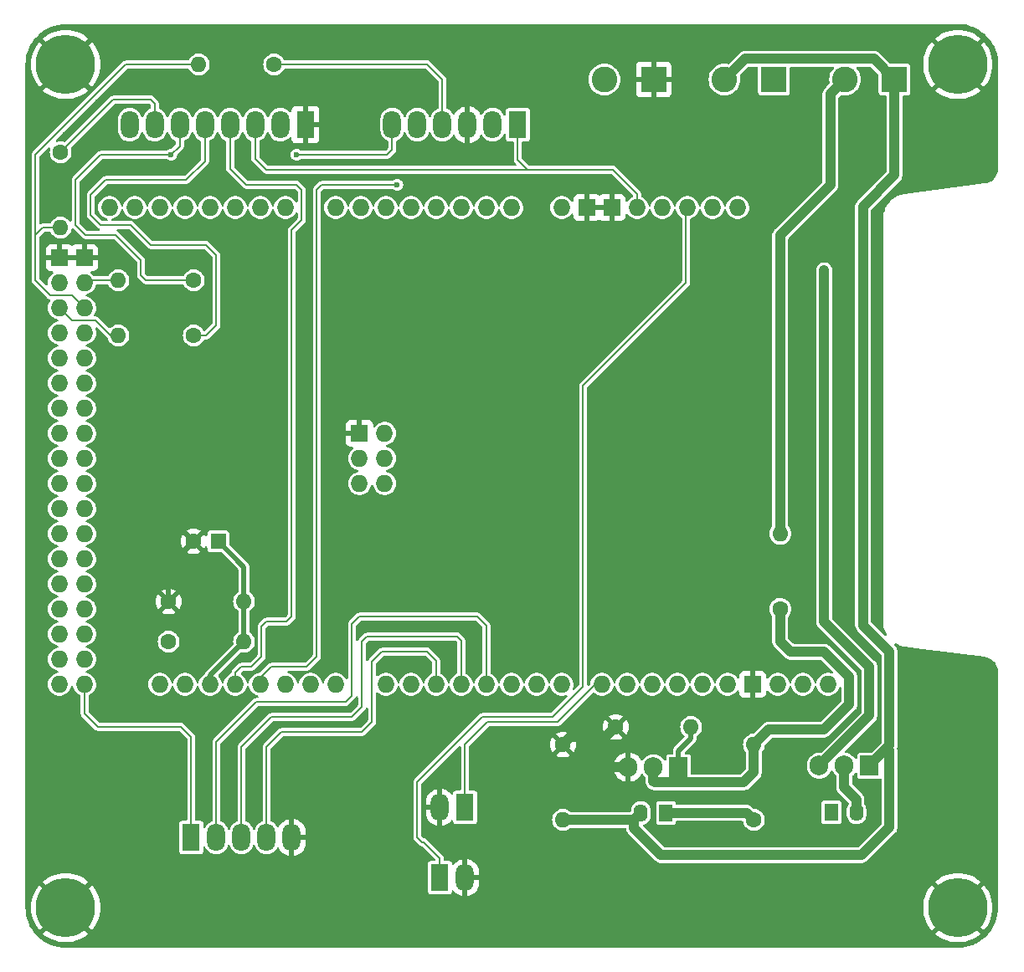
<source format=gbr>
%TF.GenerationSoftware,KiCad,Pcbnew,8.0.5*%
%TF.CreationDate,2025-01-09T18:28:54+01:00*%
%TF.ProjectId,TEEKeeper_V1.0,5445454b-6565-4706-9572-5f56312e302e,rev?*%
%TF.SameCoordinates,PX7b0df40PY6e75580*%
%TF.FileFunction,Copper,L1,Top*%
%TF.FilePolarity,Positive*%
%FSLAX46Y46*%
G04 Gerber Fmt 4.6, Leading zero omitted, Abs format (unit mm)*
G04 Created by KiCad (PCBNEW 8.0.5) date 2025-01-09 18:28:54*
%MOMM*%
%LPD*%
G01*
G04 APERTURE LIST*
%TA.AperFunction,ComponentPad*%
%ADD10C,6.000000*%
%TD*%
%TA.AperFunction,ComponentPad*%
%ADD11C,1.600000*%
%TD*%
%TA.AperFunction,ComponentPad*%
%ADD12O,1.600000X1.600000*%
%TD*%
%TA.AperFunction,ComponentPad*%
%ADD13R,1.800000X2.800000*%
%TD*%
%TA.AperFunction,ComponentPad*%
%ADD14O,1.800000X2.800000*%
%TD*%
%TA.AperFunction,ComponentPad*%
%ADD15O,1.727200X1.727200*%
%TD*%
%TA.AperFunction,ComponentPad*%
%ADD16R,1.727200X1.727200*%
%TD*%
%TA.AperFunction,ComponentPad*%
%ADD17R,2.600000X2.600000*%
%TD*%
%TA.AperFunction,ComponentPad*%
%ADD18C,2.600000*%
%TD*%
%TA.AperFunction,ComponentPad*%
%ADD19R,1.400000X1.800000*%
%TD*%
%TA.AperFunction,ComponentPad*%
%ADD20O,1.400000X1.800000*%
%TD*%
%TA.AperFunction,ComponentPad*%
%ADD21R,1.600000X1.600000*%
%TD*%
%TA.AperFunction,ComponentPad*%
%ADD22R,1.905000X2.000000*%
%TD*%
%TA.AperFunction,ComponentPad*%
%ADD23O,1.905000X2.000000*%
%TD*%
%TA.AperFunction,ViaPad*%
%ADD24C,0.600000*%
%TD*%
%TA.AperFunction,ViaPad*%
%ADD25C,1.000000*%
%TD*%
%TA.AperFunction,Conductor*%
%ADD26C,1.000000*%
%TD*%
%TA.AperFunction,Conductor*%
%ADD27C,0.200000*%
%TD*%
%TA.AperFunction,Conductor*%
%ADD28C,0.500000*%
%TD*%
G04 APERTURE END LIST*
D10*
%TO.P,H4,1*%
%TO.N,GND*%
X0Y0D03*
%TD*%
D11*
%TO.P,R5,1*%
%TO.N,GND*%
X50292000Y16510000D03*
D12*
%TO.P,R5,2*%
%TO.N,Net-(P_DOOR1-G)*%
X50292000Y8890000D03*
%TD*%
D11*
%TO.P,R4,1*%
%TO.N,GND*%
X10414000Y30988000D03*
D12*
%TO.P,R4,2*%
%TO.N,/System_Shield/Analog_PCB/DOOR_SENS*%
X18034000Y30988000D03*
%TD*%
D13*
%TO.P,Buzzer1,1*%
%TO.N,/System_Shield/Digital_PCB/BUZ*%
X40386000Y10160000D03*
D14*
%TO.P,Buzzer1,2*%
%TO.N,GND*%
X37846000Y10160000D03*
%TD*%
D11*
%TO.P,R10,1*%
%TO.N,/System_Shield/Digital_PCB/CLK*%
X12954000Y63500000D03*
D12*
%TO.P,R10,2*%
%TO.N,Net-(A1-D52_SCK)*%
X5334000Y63500000D03*
%TD*%
D15*
%TO.P,A1,*%
%TO.N,*%
X67950000Y70866000D03*
%TO.P,A1,3V3,3.3V*%
%TO.N,unconnected-(A1-3.3V-Pad3V3)*%
X60330000Y70866000D03*
%TO.P,A1,5V1,5V*%
%TO.N,5V*%
X57790000Y70866000D03*
%TO.P,A1,5V2,SPI_5V*%
%TO.N,unconnected-(A1-SPI_5V-Pad5V2)*%
X29723000Y42926000D03*
%TO.P,A1,5V3,5V*%
%TO.N,5V*%
X1910000Y22606000D03*
%TO.P,A1,5V4,5V*%
%TO.N,unconnected-(A1-5V-Pad5V4)*%
X-630000Y22606000D03*
%TO.P,A1,A0,A0*%
%TO.N,unconnected-(A1-PadA0)*%
X45090000Y70866000D03*
%TO.P,A1,A1,A1*%
%TO.N,unconnected-(A1-PadA1)*%
X42550000Y70866000D03*
%TO.P,A1,A2,A2*%
%TO.N,unconnected-(A1-PadA2)*%
X40010000Y70866000D03*
%TO.P,A1,A3,A3*%
%TO.N,unconnected-(A1-PadA3)*%
X37470000Y70866000D03*
%TO.P,A1,A4,A4*%
%TO.N,unconnected-(A1-PadA4)*%
X34930000Y70866000D03*
%TO.P,A1,A5,A5*%
%TO.N,unconnected-(A1-PadA5)*%
X32390000Y70866000D03*
%TO.P,A1,A6,A6*%
%TO.N,unconnected-(A1-PadA6)*%
X29850000Y70866000D03*
%TO.P,A1,A7,A7*%
%TO.N,unconnected-(A1-PadA7)*%
X27310000Y70866000D03*
%TO.P,A1,A8,A8*%
%TO.N,unconnected-(A1-PadA8)*%
X22230000Y70866000D03*
%TO.P,A1,A9,A9*%
%TO.N,unconnected-(A1-PadA9)*%
X19690000Y70866000D03*
%TO.P,A1,A10,A10*%
%TO.N,unconnected-(A1-PadA10)*%
X17150000Y70866000D03*
%TO.P,A1,A11,A11*%
%TO.N,unconnected-(A1-PadA11)*%
X14610000Y70866000D03*
%TO.P,A1,A12,A12*%
%TO.N,unconnected-(A1-PadA12)*%
X12070000Y70866000D03*
%TO.P,A1,A13,A13*%
%TO.N,unconnected-(A1-PadA13)*%
X9530000Y70866000D03*
%TO.P,A1,A14,A14*%
%TO.N,unconnected-(A1-PadA14)*%
X6990000Y70866000D03*
%TO.P,A1,A15,A15*%
%TO.N,unconnected-(A1-PadA15)*%
X4450000Y70866000D03*
%TO.P,A1,AREF,AREF*%
%TO.N,unconnected-(A1-PadAREF)*%
X72014000Y22606000D03*
%TO.P,A1,D0,D0/RX0*%
%TO.N,unconnected-(A1-D0{slash}RX0-PadD0)*%
X32390000Y22606000D03*
%TO.P,A1,D1,D1/TX0*%
%TO.N,unconnected-(A1-D1{slash}TX0-PadD1)*%
X34930000Y22606000D03*
%TO.P,A1,D2,D2_INT0*%
%TO.N,/System_Shield/Digital_PCB/D2_INTRR*%
X37470000Y22606000D03*
%TO.P,A1,D3,D3_INT1*%
%TO.N,/System_Shield/Digital_PCB/D3_INTRR*%
X40010000Y22606000D03*
%TO.P,A1,D4,D4*%
%TO.N,/System_Shield/Digital_PCB/D4*%
X42550000Y22606000D03*
%TO.P,A1,D5,D5*%
%TO.N,/System_Shield/Analog_PCB/HEATER_CT*%
X45090000Y22606000D03*
%TO.P,A1,D6,D6*%
%TO.N,unconnected-(A1-PadD6)*%
X47630000Y22606000D03*
%TO.P,A1,D7,D7*%
%TO.N,unconnected-(A1-PadD7)*%
X50170000Y22606000D03*
%TO.P,A1,D8,D8*%
%TO.N,/System_Shield/Digital_PCB/BUZ*%
X54234000Y22606000D03*
%TO.P,A1,D9,D9*%
%TO.N,unconnected-(A1-PadD9)*%
X56774000Y22606000D03*
%TO.P,A1,D10,D10*%
%TO.N,unconnected-(A1-PadD10)*%
X59314000Y22606000D03*
%TO.P,A1,D11,D11*%
%TO.N,unconnected-(A1-PadD11)*%
X61854000Y22606000D03*
%TO.P,A1,D12,D12*%
%TO.N,unconnected-(A1-PadD12)*%
X64394000Y22606000D03*
%TO.P,A1,D13,D13*%
%TO.N,unconnected-(A1-PadD13)*%
X66934000Y22606000D03*
%TO.P,A1,D14,D14/TX3*%
%TO.N,unconnected-(A1-D14{slash}TX3-PadD14)*%
X27310000Y22606000D03*
%TO.P,A1,D15,D15/RX3*%
%TO.N,unconnected-(A1-D15{slash}RX3-PadD15)*%
X24770000Y22606000D03*
%TO.P,A1,D16,D16/TX2*%
%TO.N,unconnected-(A1-D16{slash}TX2-PadD16)*%
X22230000Y22606000D03*
%TO.P,A1,D17,D17/RX2*%
%TO.N,/System_Shield/Digital_PCB/CS_PROBE*%
X19690000Y22606000D03*
%TO.P,A1,D18,D18/TX1*%
%TO.N,/System_Shield/Digital_PCB/CS_SD*%
X17150000Y22606000D03*
%TO.P,A1,D19,D19/RX1*%
%TO.N,/System_Shield/Analog_PCB/DOOR_SENS*%
X14610000Y22606000D03*
%TO.P,A1,D20,D20/SDA*%
%TO.N,unconnected-(A1-D20{slash}SDA-PadD20)*%
X12070000Y22606000D03*
%TO.P,A1,D21,D21/SCL*%
%TO.N,unconnected-(A1-D21{slash}SCL-PadD21)*%
X9530000Y22606000D03*
%TO.P,A1,D22,D22*%
%TO.N,unconnected-(A1-PadD22)*%
X1910000Y25146000D03*
%TO.P,A1,D23,D23*%
%TO.N,unconnected-(A1-PadD23)*%
X-630000Y25146000D03*
%TO.P,A1,D24,D24*%
%TO.N,unconnected-(A1-PadD24)*%
X1910000Y27686000D03*
%TO.P,A1,D25,D25*%
%TO.N,unconnected-(A1-PadD25)*%
X-630000Y27686000D03*
%TO.P,A1,D26,D26*%
%TO.N,unconnected-(A1-PadD26)*%
X1910000Y30226000D03*
%TO.P,A1,D27,D27*%
%TO.N,unconnected-(A1-PadD27)*%
X-630000Y30226000D03*
%TO.P,A1,D28,D28*%
%TO.N,unconnected-(A1-PadD28)*%
X1910000Y32766000D03*
%TO.P,A1,D29,D29*%
%TO.N,unconnected-(A1-PadD29)*%
X-630000Y32766000D03*
%TO.P,A1,D30,D30*%
%TO.N,unconnected-(A1-PadD30)*%
X1910000Y35306000D03*
%TO.P,A1,D31,D31*%
%TO.N,unconnected-(A1-PadD31)*%
X-630000Y35306000D03*
%TO.P,A1,D32,D32*%
%TO.N,unconnected-(A1-PadD32)*%
X1910000Y37846000D03*
%TO.P,A1,D33,D33*%
%TO.N,unconnected-(A1-PadD33)*%
X-630000Y37846000D03*
%TO.P,A1,D34,D34*%
%TO.N,unconnected-(A1-PadD34)*%
X1910000Y40386000D03*
%TO.P,A1,D35,D35*%
%TO.N,unconnected-(A1-PadD35)*%
X-630000Y40386000D03*
%TO.P,A1,D36,D36*%
%TO.N,unconnected-(A1-PadD36)*%
X1910000Y42926000D03*
%TO.P,A1,D37,D37*%
%TO.N,unconnected-(A1-PadD37)*%
X-630000Y42926000D03*
%TO.P,A1,D38,D38*%
%TO.N,unconnected-(A1-PadD38)*%
X1910000Y45466000D03*
%TO.P,A1,D39,D39*%
%TO.N,unconnected-(A1-PadD39)*%
X-630000Y45466000D03*
%TO.P,A1,D40,D40*%
%TO.N,unconnected-(A1-PadD40)*%
X1910000Y48006000D03*
%TO.P,A1,D41,D41*%
%TO.N,unconnected-(A1-PadD41)*%
X-630000Y48006000D03*
%TO.P,A1,D42,D42*%
%TO.N,unconnected-(A1-PadD42)*%
X1910000Y50546000D03*
%TO.P,A1,D43,D43*%
%TO.N,unconnected-(A1-PadD43)*%
X-630000Y50546000D03*
%TO.P,A1,D44,D44*%
%TO.N,unconnected-(A1-PadD44)*%
X1910000Y53086000D03*
%TO.P,A1,D45,D45*%
%TO.N,unconnected-(A1-PadD45)*%
X-630000Y53086000D03*
%TO.P,A1,D46,D46*%
%TO.N,unconnected-(A1-PadD46)*%
X1910000Y55626000D03*
%TO.P,A1,D47,D47*%
%TO.N,unconnected-(A1-PadD47)*%
X-630000Y55626000D03*
%TO.P,A1,D48,D48*%
%TO.N,unconnected-(A1-PadD48)*%
X1910000Y58166000D03*
%TO.P,A1,D49,D49*%
%TO.N,unconnected-(A1-PadD49)*%
X-630000Y58166000D03*
%TO.P,A1,D50,D50_MISO*%
%TO.N,/System_Shield/Digital_PCB/MISO*%
X1910000Y60706000D03*
%TO.P,A1,D51,D51_MOSI*%
%TO.N,Net-(A1-D51_MOSI)*%
X-630000Y60706000D03*
%TO.P,A1,D52,D52_SCK*%
%TO.N,Net-(A1-D52_SCK)*%
X1910000Y63246000D03*
%TO.P,A1,D53,D53_CS*%
%TO.N,/System_Shield/Digital_PCB/CS*%
X-630000Y63246000D03*
D16*
%TO.P,A1,GND1,GND*%
%TO.N,GND*%
X69474000Y22606000D03*
%TO.P,A1,GND2,GND*%
X55250000Y70866000D03*
%TO.P,A1,GND3,GND*%
X52710000Y70866000D03*
%TO.P,A1,GND4,SPI_GND*%
X29723000Y48006000D03*
%TO.P,A1,GND5,GND*%
X1910000Y65786000D03*
%TO.P,A1,GND6,GND*%
X-630000Y65786000D03*
D15*
%TO.P,A1,IORF,IOREF*%
%TO.N,unconnected-(A1-IOREF-PadIORF)*%
X65410000Y70866000D03*
%TO.P,A1,MISO,SPI_MISO*%
%TO.N,unconnected-(A1-SPI_MISO-PadMISO)*%
X32263000Y42926000D03*
%TO.P,A1,MOSI,SPI_MOSI*%
%TO.N,unconnected-(A1-SPI_MOSI-PadMOSI)*%
X29723000Y45466000D03*
%TO.P,A1,RST1,RESET*%
%TO.N,/System_Shield/Digital_PCB/RESET*%
X62870000Y70866000D03*
%TO.P,A1,RST2,SPI_RESET*%
%TO.N,unconnected-(A1-SPI_RESET-PadRST2)*%
X32263000Y48006000D03*
%TO.P,A1,SCK,SPI_SCK*%
%TO.N,unconnected-(A1-SPI_SCK-PadSCK)*%
X32263000Y45466000D03*
%TO.P,A1,SCL,SCL*%
%TO.N,unconnected-(A1-PadSCL)*%
X77094000Y22606000D03*
%TO.P,A1,SDA,SDA*%
%TO.N,unconnected-(A1-PadSDA)*%
X74554000Y22606000D03*
%TO.P,A1,VIN,VIN*%
%TO.N,/System_Shield/Analog_PCB/VIN*%
X50170000Y70866000D03*
%TD*%
D17*
%TO.P,SSR3,1*%
%TO.N,Net-(P_DOOR1-G)*%
X83820000Y83828000D03*
D18*
%TO.P,SSR3,2*%
%TO.N,Net-(R7-Pad2)*%
X78820000Y83828000D03*
%TD*%
D10*
%TO.P,H1,1*%
%TO.N,GND*%
X0Y85344000D03*
%TD*%
D11*
%TO.P,R12,1*%
%TO.N,Net-(R12-Pad1)*%
X-508000Y76454000D03*
D12*
%TO.P,R12,2*%
%TO.N,/System_Shield/Digital_PCB/MISO*%
X-508000Y68834000D03*
%TD*%
D19*
%TO.P,LED_SSR1,1*%
%TO.N,Net-(LED_SSR1-Pad1)*%
X60711000Y9581000D03*
D20*
%TO.P,LED_SSR1,2*%
%TO.N,Net-(P_DOOR1-G)*%
X58171000Y9581000D03*
%TD*%
D10*
%TO.P,H2,1*%
%TO.N,GND*%
X90220800Y85344000D03*
%TD*%
D11*
%TO.P,R11,1*%
%TO.N,/System_Shield/Digital_PCB/MOSI*%
X12954000Y57912000D03*
D12*
%TO.P,R11,2*%
%TO.N,Net-(A1-D51_MOSI)*%
X5334000Y57912000D03*
%TD*%
D19*
%TO.P,Door1,1*%
%TO.N,Net-(Door1-Pad1)*%
X77439600Y9652000D03*
D20*
%TO.P,Door1,2*%
%TO.N,Net-(P_DOOR1-D)*%
X79979600Y9652000D03*
%TD*%
D10*
%TO.P,H3,1*%
%TO.N,GND*%
X90220800Y0D03*
%TD*%
D17*
%TO.P,12V1,1*%
%TO.N,GND*%
X59476000Y83828000D03*
D18*
%TO.P,12V1,2*%
%TO.N,/System_Shield/Analog_PCB/VIN*%
X54476000Y83828000D03*
%TD*%
D13*
%TO.P,SD_CARD1,1*%
%TO.N,GND*%
X24257000Y79248000D03*
D14*
%TO.P,SD_CARD1,2*%
%TO.N,unconnected-(SD_CARD1-Pad2)*%
X21717000Y79248000D03*
%TO.P,SD_CARD1,3*%
%TO.N,5V*%
X19177000Y79248000D03*
%TO.P,SD_CARD1,4*%
%TO.N,/System_Shield/Digital_PCB/CS_SD*%
X16637000Y79248000D03*
%TO.P,SD_CARD1,5*%
%TO.N,/System_Shield/Digital_PCB/MOSI*%
X14097000Y79248000D03*
%TO.P,SD_CARD1,6*%
%TO.N,/System_Shield/Digital_PCB/CLK*%
X11557000Y79248000D03*
%TO.P,SD_CARD1,7*%
%TO.N,Net-(R12-Pad1)*%
X9017000Y79248000D03*
%TO.P,SD_CARD1,8*%
%TO.N,unconnected-(SD_CARD1-Pad8)*%
X6477000Y79248000D03*
%TD*%
D12*
%TO.P,R7,2*%
%TO.N,Net-(R7-Pad2)*%
X72263000Y37846000D03*
D11*
%TO.P,R7,1*%
%TO.N,Net-(N_SSR1-D)*%
X72263000Y30226000D03*
%TD*%
D13*
%TO.P,ROTARY_ENCODER_PB1,1*%
%TO.N,5V*%
X12700000Y7112000D03*
D14*
%TO.P,ROTARY_ENCODER_PB1,2*%
%TO.N,/System_Shield/Digital_PCB/D4*%
X15240000Y7112000D03*
%TO.P,ROTARY_ENCODER_PB1,3*%
%TO.N,/System_Shield/Digital_PCB/D3_INTRR*%
X17780000Y7112000D03*
%TO.P,ROTARY_ENCODER_PB1,4*%
%TO.N,/System_Shield/Digital_PCB/D2_INTRR*%
X20320000Y7112000D03*
%TO.P,ROTARY_ENCODER_PB1,5*%
%TO.N,GND*%
X22860000Y7112000D03*
%TD*%
D11*
%TO.P,R6,1*%
%TO.N,Net-(LED_SSR1-Pad1)*%
X69596000Y8890000D03*
D12*
%TO.P,R6,2*%
%TO.N,Net-(N_SSR1-D)*%
X69596000Y16510000D03*
%TD*%
D11*
%TO.P,R3,1*%
%TO.N,Net-(Door1-Pad1)*%
X10414000Y26924000D03*
D12*
%TO.P,R3,2*%
%TO.N,/System_Shield/Analog_PCB/DOOR_SENS*%
X18034000Y26924000D03*
%TD*%
D13*
%TO.P,MAX31855K1,1*%
%TO.N,5V*%
X45720000Y79248000D03*
D14*
%TO.P,MAX31855K1,2*%
%TO.N,unconnected-(MAX31855K1-Pad2)*%
X43180000Y79248000D03*
%TO.P,MAX31855K1,3*%
%TO.N,GND*%
X40640000Y79248000D03*
%TO.P,MAX31855K1,4*%
%TO.N,Net-(MAX31855K1-Pad4)*%
X38100000Y79248000D03*
%TO.P,MAX31855K1,5*%
%TO.N,/System_Shield/Digital_PCB/CS_PROBE*%
X35560000Y79248000D03*
%TO.P,MAX31855K1,6*%
%TO.N,/System_Shield/Digital_PCB/CLK*%
X33020000Y79248000D03*
%TD*%
D11*
%TO.P,R8,1*%
%TO.N,GND*%
X55626000Y18288000D03*
D12*
%TO.P,R8,2*%
%TO.N,/System_Shield/Analog_PCB/HEATER_CT*%
X63246000Y18288000D03*
%TD*%
D17*
%TO.P,DOOR2,1*%
%TO.N,/System_Shield/Analog_PCB/VIN*%
X71628000Y83828000D03*
D18*
%TO.P,DOOR2,2*%
%TO.N,Net-(P_DOOR1-G)*%
X66628000Y83828000D03*
%TD*%
D13*
%TO.P,RESET_BUTTON1,1*%
%TO.N,/System_Shield/Digital_PCB/RESET*%
X37846000Y3048000D03*
D14*
%TO.P,RESET_BUTTON1,2*%
%TO.N,GND*%
X40386000Y3048000D03*
%TD*%
D11*
%TO.P,R9,1*%
%TO.N,Net-(MAX31855K1-Pad4)*%
X21082000Y85344000D03*
D12*
%TO.P,R9,2*%
%TO.N,/System_Shield/Digital_PCB/MISO*%
X13462000Y85344000D03*
%TD*%
D21*
%TO.P,C1,1*%
%TO.N,/System_Shield/Analog_PCB/DOOR_SENS*%
X15429113Y37084000D03*
D11*
%TO.P,C1,2*%
%TO.N,GND*%
X12929113Y37084000D03*
%TD*%
D22*
%TO.P,N_SSR1,1,G*%
%TO.N,/System_Shield/Analog_PCB/HEATER_CT*%
X61976000Y14224000D03*
D23*
%TO.P,N_SSR1,2,D*%
%TO.N,Net-(N_SSR1-D)*%
X59436000Y14224000D03*
%TO.P,N_SSR1,3,S*%
%TO.N,GND*%
X56896000Y14224000D03*
%TD*%
D22*
%TO.P,P_DOOR1,1,G*%
%TO.N,Net-(P_DOOR1-G)*%
X81280000Y14366000D03*
D23*
%TO.P,P_DOOR1,2,D*%
%TO.N,Net-(P_DOOR1-D)*%
X78740000Y14366000D03*
%TO.P,P_DOOR1,3,S*%
%TO.N,/System_Shield/Analog_PCB/VIN*%
X76200000Y14366000D03*
%TD*%
D24*
%TO.N,GND*%
X82296000Y65024000D03*
X81280000Y17272000D03*
X84836000Y16764000D03*
X78955740Y18705643D03*
X76581000Y20193000D03*
D25*
%TO.N,/System_Shield/Analog_PCB/VIN*%
X76708000Y64516000D03*
D24*
%TO.N,/System_Shield/Digital_PCB/CLK*%
X23368000Y76200000D03*
X10668000Y76200000D03*
%TO.N,/System_Shield/Digital_PCB/CS_PROBE*%
X33528000Y73152000D03*
%TO.N,GND*%
X74168000Y40132000D03*
X36322000Y24638000D03*
X3810000Y64516000D03*
X15748000Y18796000D03*
X77470000Y7112000D03*
X28092400Y86614000D03*
X35560000Y86614000D03*
X254000Y80772000D03*
X68580000Y35052000D03*
X6604000Y67818000D03*
X54000400Y47142400D03*
X72644000Y16510000D03*
X78994000Y45339000D03*
X74168000Y35052000D03*
X68580000Y57404000D03*
X7112000Y86360000D03*
X8128000Y66294000D03*
X8890000Y74930000D03*
X16256000Y64770000D03*
X68580000Y51308000D03*
X16256000Y66802000D03*
X14478000Y62484000D03*
X25603200Y86614000D03*
X18288000Y18288000D03*
X3810000Y84582000D03*
X16256000Y62484000D03*
X48031400Y76479400D03*
X-2286000Y72390000D03*
X1778000Y72644000D03*
X32512000Y24638000D03*
X20320000Y17272000D03*
X5080000Y66548000D03*
X37084000Y81534000D03*
X68580000Y40132000D03*
X3810000Y62484000D03*
X21488400Y67335400D03*
X34290000Y30480000D03*
X43434000Y29718000D03*
X66548000Y10668000D03*
X16256000Y59944000D03*
X26619200Y40462200D03*
X74168000Y65024000D03*
X3810000Y74930000D03*
X26670000Y67335400D03*
X74168000Y51308000D03*
X7112000Y82804000D03*
X34290000Y24892000D03*
X13208000Y18796000D03*
X11176000Y16764000D03*
X77216000Y3556000D03*
X78994000Y40259000D03*
X24130000Y67284600D03*
X22352000Y16256000D03*
X78994000Y51435000D03*
X1524000Y79502000D03*
X6096000Y74930000D03*
X37084000Y83566000D03*
X3302000Y81534000D03*
X39116000Y81534000D03*
X61087000Y59944000D03*
X-2286000Y70104000D03*
X1778000Y70104000D03*
X82423000Y57531000D03*
X69342000Y19050000D03*
X53594000Y7620000D03*
X78994000Y65151000D03*
X78994000Y35179000D03*
X10414000Y64516000D03*
X68580000Y45212000D03*
X38608000Y26162000D03*
X68580000Y65024000D03*
X74168000Y57404000D03*
X21437600Y40462200D03*
X24079200Y40411400D03*
X48031400Y72771000D03*
X30581600Y86614000D03*
X5334000Y83058000D03*
X-2286000Y67564000D03*
X78994000Y57531000D03*
X1930400Y18084800D03*
X82423000Y51435000D03*
X53340000Y10160000D03*
X6350000Y65024000D03*
X33070800Y86614000D03*
X34290000Y26670000D03*
X7112000Y84328000D03*
X66548000Y13970000D03*
X3556000Y57658000D03*
X14478000Y64770000D03*
X27432000Y24638000D03*
X3657600Y19532600D03*
X9398000Y82550000D03*
X41148000Y27940000D03*
X10668000Y84328000D03*
X23114000Y86614000D03*
X10668000Y86360000D03*
X23114000Y84328000D03*
X33070800Y84328000D03*
X35560000Y84328000D03*
X34290000Y28448000D03*
X-2286000Y75184000D03*
X66548000Y8382000D03*
X30581600Y84328000D03*
X8636000Y65024000D03*
X25603200Y84328000D03*
X28092400Y84328000D03*
X11430000Y74930000D03*
X-1270000Y79248000D03*
X50876200Y47091600D03*
X0Y78232000D03*
X74168000Y45212000D03*
X4064000Y59690000D03*
X59563000Y61798200D03*
X38608000Y85090000D03*
X82423000Y45339000D03*
X82423000Y40259000D03*
X82423000Y35179000D03*
%TD*%
D26*
%TO.N,Net-(P_DOOR1-G)*%
X80645000Y70993000D02*
X83820000Y74168000D01*
X83820000Y74168000D02*
X83820000Y83828000D01*
X80645000Y28575000D02*
X80645000Y70993000D01*
X83312000Y25908000D02*
X80645000Y28575000D01*
X83312000Y16398000D02*
X83312000Y25908000D01*
X83058000Y16144000D02*
X83312000Y16398000D01*
%TO.N,/System_Shield/Analog_PCB/VIN*%
X81280000Y24384000D02*
X76708000Y28956000D01*
X81280000Y19446000D02*
X81280000Y24384000D01*
X76708000Y28956000D02*
X76708000Y64516000D01*
X76200000Y14366000D02*
X81280000Y19446000D01*
%TO.N,Net-(P_DOOR1-G)*%
X80518000Y5334000D02*
X83312000Y8128000D01*
X60198000Y5334000D02*
X80518000Y5334000D01*
X57480000Y8052000D02*
X60198000Y5334000D01*
X83312000Y8128000D02*
X83312000Y15890000D01*
X57480000Y8890000D02*
X57480000Y8052000D01*
X83312000Y15890000D02*
X83058000Y16144000D01*
%TO.N,Net-(N_SSR1-D)*%
X71120000Y18034000D02*
X69596000Y16510000D01*
X76708000Y25908000D02*
X79248000Y23368000D01*
X73279000Y25908000D02*
X76708000Y25908000D01*
X76708000Y18034000D02*
X71120000Y18034000D01*
X72263000Y26924000D02*
X73279000Y25908000D01*
X79248000Y20574000D02*
X76708000Y18034000D01*
X72263000Y30226000D02*
X72263000Y26924000D01*
X79248000Y23368000D02*
X79248000Y20574000D01*
%TO.N,Net-(R7-Pad2)*%
X77343000Y82351000D02*
X78820000Y83828000D01*
X77343000Y73152000D02*
X77343000Y82351000D01*
X72263000Y68072000D02*
X77343000Y73152000D01*
X72263000Y37846000D02*
X72263000Y68072000D01*
%TO.N,Net-(P_DOOR1-G)*%
X83058000Y16144000D02*
X81280000Y14366000D01*
D27*
%TO.N,/System_Shield/Digital_PCB/CLK*%
X1016000Y69088000D02*
X2032000Y68072000D01*
X5080000Y68072000D02*
X7620000Y65532000D01*
X10668000Y76200000D02*
X3556000Y76200000D01*
X8128000Y63500000D02*
X12954000Y63500000D01*
X7620000Y65532000D02*
X7620000Y64008000D01*
X2032000Y68072000D02*
X5080000Y68072000D01*
X33020000Y76708000D02*
X33020000Y79248000D01*
X10668000Y76200000D02*
X11557000Y77089000D01*
X7620000Y64008000D02*
X8128000Y63500000D01*
X32512000Y76200000D02*
X33020000Y76708000D01*
X3556000Y76200000D02*
X1016000Y73660000D01*
X1016000Y73660000D02*
X1016000Y69088000D01*
X23368000Y76200000D02*
X32512000Y76200000D01*
X11557000Y77089000D02*
X11557000Y79248000D01*
D28*
%TO.N,/System_Shield/Analog_PCB/HEATER_CT*%
X63246000Y17145000D02*
X63246000Y18288000D01*
X61976000Y15875000D02*
X63246000Y17145000D01*
X61976000Y14224000D02*
X61976000Y15875000D01*
D27*
%TO.N,/System_Shield/Digital_PCB/BUZ*%
X40386000Y10160000D02*
X40386000Y16510000D01*
X40386000Y16510000D02*
X42672000Y18796000D01*
X42672000Y18796000D02*
X49784000Y18796000D01*
X49784000Y18796000D02*
X53594000Y22606000D01*
X53594000Y22606000D02*
X54234000Y22606000D01*
%TO.N,/System_Shield/Digital_PCB/CS_SD*%
X16637000Y74803000D02*
X18288000Y73152000D01*
X18288000Y73152000D02*
X23368000Y73152000D01*
X23368000Y73152000D02*
X23876000Y72644000D01*
X20320000Y28956000D02*
X19812000Y28448000D01*
X18796000Y24384000D02*
X17780000Y24384000D01*
X16637000Y79248000D02*
X16637000Y74803000D01*
X22860000Y29464000D02*
X22352000Y28956000D01*
X23876000Y72644000D02*
X23876000Y69596000D01*
X19812000Y25400000D02*
X18796000Y24384000D01*
X17780000Y24384000D02*
X17150000Y23754000D01*
X22860000Y68580000D02*
X22860000Y29464000D01*
X23876000Y69596000D02*
X22860000Y68580000D01*
X17150000Y23754000D02*
X17150000Y22606000D01*
X22352000Y28956000D02*
X20320000Y28956000D01*
X19812000Y28448000D02*
X19812000Y25400000D01*
%TO.N,/System_Shield/Digital_PCB/D2_INTRR*%
X29972000Y17780000D02*
X21844000Y17780000D01*
X21844000Y17780000D02*
X20320000Y16256000D01*
X36576000Y25908000D02*
X32004000Y25908000D01*
X20320000Y16256000D02*
X20320000Y7112000D01*
X37470000Y25014000D02*
X36576000Y25908000D01*
X30988000Y18796000D02*
X29972000Y17780000D01*
X32004000Y25908000D02*
X30988000Y24892000D01*
X37470000Y22606000D02*
X37470000Y25014000D01*
X30988000Y24892000D02*
X30988000Y18796000D01*
%TO.N,/System_Shield/Digital_PCB/RESET*%
X36068000Y6604000D02*
X35560000Y7112000D01*
X49276000Y19304000D02*
X52324000Y22352000D01*
X52324000Y52832000D02*
X62738000Y63246000D01*
X37846000Y3048000D02*
X37846000Y5003800D01*
X62738000Y70734000D02*
X62870000Y70866000D01*
X35560000Y7112000D02*
X35560000Y12700000D01*
X35560000Y12700000D02*
X42164000Y19304000D01*
X62738000Y63246000D02*
X62738000Y70734000D01*
X42164000Y19304000D02*
X49276000Y19304000D01*
X52324000Y22352000D02*
X52324000Y52832000D01*
X36245800Y6604000D02*
X36068000Y6604000D01*
X37846000Y5003800D02*
X36245800Y6604000D01*
%TO.N,/System_Shield/Digital_PCB/CS_PROBE*%
X19690000Y22606000D02*
X19690000Y23246000D01*
X25908000Y73152000D02*
X33528000Y73152000D01*
X20828000Y24384000D02*
X24384000Y24384000D01*
X25400000Y72644000D02*
X25908000Y73152000D01*
X19690000Y23246000D02*
X20828000Y24384000D01*
X24384000Y24384000D02*
X25400000Y25400000D01*
X25400000Y25400000D02*
X25400000Y72644000D01*
%TO.N,/System_Shield/Digital_PCB/D3_INTRR*%
X40010000Y27046000D02*
X39624000Y27432000D01*
X20828000Y19304000D02*
X17780000Y16256000D01*
X40010000Y22606000D02*
X40010000Y27046000D01*
X29972000Y20320000D02*
X28956000Y19304000D01*
X28956000Y19304000D02*
X20828000Y19304000D01*
X29972000Y26924000D02*
X29972000Y20320000D01*
X17780000Y16256000D02*
X17780000Y7112000D01*
X30480000Y27432000D02*
X29972000Y26924000D01*
X39624000Y27432000D02*
X30480000Y27432000D01*
D28*
%TO.N,/System_Shield/Analog_PCB/DOOR_SENS*%
X18034000Y26924000D02*
X18034000Y34479113D01*
X18034000Y26924000D02*
X14610000Y23500000D01*
X18034000Y34479113D02*
X15429113Y37084000D01*
X14610000Y23500000D02*
X14610000Y22606000D01*
D27*
%TO.N,/System_Shield/Digital_PCB/D4*%
X42550000Y22606000D02*
X42550000Y28570000D01*
X28321000Y20828000D02*
X19304000Y20828000D01*
X41656000Y29464000D02*
X29718000Y29464000D01*
X42550000Y28570000D02*
X41656000Y29464000D01*
X28956000Y21463000D02*
X28321000Y20828000D01*
X28956000Y28702000D02*
X28956000Y21463000D01*
X19304000Y20828000D02*
X15240000Y16764000D01*
X15240000Y16764000D02*
X15240000Y7112000D01*
X29718000Y29464000D02*
X28956000Y28702000D01*
D26*
%TO.N,Net-(P_DOOR1-D)*%
X79979600Y10952400D02*
X79979600Y9652000D01*
X78740000Y12192000D02*
X79979600Y10952400D01*
X78740000Y14366000D02*
X78740000Y12192000D01*
%TO.N,Net-(P_DOOR1-G)*%
X57480000Y8890000D02*
X58171000Y9581000D01*
X50292000Y8890000D02*
X57480000Y8890000D01*
X68728000Y85928000D02*
X81720000Y85928000D01*
X81720000Y85928000D02*
X83820000Y83828000D01*
X66628000Y83828000D02*
X68728000Y85928000D01*
%TO.N,Net-(LED_SSR1-Pad1)*%
X60711000Y9581000D02*
X68905000Y9581000D01*
X68905000Y9581000D02*
X69596000Y8890000D01*
%TO.N,Net-(N_SSR1-D)*%
X59436000Y12819000D02*
X59436000Y14224000D01*
X68554000Y12674000D02*
X59581000Y12674000D01*
X59581000Y12674000D02*
X59436000Y12819000D01*
X69596000Y16510000D02*
X69596000Y13716000D01*
X69596000Y13716000D02*
X68554000Y12674000D01*
D27*
%TO.N,/System_Shield/Digital_PCB/MISO*%
X-1530400Y61982400D02*
X-3048000Y63500000D01*
X-3048000Y76200000D02*
X-3048000Y68072000D01*
X13462000Y85344000D02*
X6096000Y85344000D01*
X-3048000Y63500000D02*
X-3048000Y68072000D01*
X633600Y61982400D02*
X-1530400Y61982400D01*
X1910000Y60706000D02*
X633600Y61982400D01*
X6096000Y85344000D02*
X-3048000Y76200000D01*
X-508000Y68834000D02*
X-2286000Y68834000D01*
X-2286000Y68834000D02*
X-3048000Y68072000D01*
%TO.N,/System_Shield/Digital_PCB/MOSI*%
X2540000Y72136000D02*
X4064000Y73660000D01*
X2540000Y70104000D02*
X2540000Y72136000D01*
X6604000Y69088000D02*
X3556000Y69088000D01*
X12954000Y57912000D02*
X14224000Y57912000D01*
X14224000Y67056000D02*
X8636000Y67056000D01*
X14097000Y75565000D02*
X14097000Y79248000D01*
X14224000Y57912000D02*
X15240000Y58928000D01*
X8636000Y67056000D02*
X6604000Y69088000D01*
X4064000Y73660000D02*
X12192000Y73660000D01*
X3556000Y69088000D02*
X2540000Y70104000D01*
X15240000Y58928000D02*
X15240000Y66040000D01*
X12192000Y73660000D02*
X14097000Y75565000D01*
X15240000Y66040000D02*
X14224000Y67056000D01*
%TO.N,Net-(A1-D51_MOSI)*%
X3054400Y59429600D02*
X4572000Y57912000D01*
X646400Y59429600D02*
X3054400Y59429600D01*
X-630000Y60706000D02*
X646400Y59429600D01*
X4572000Y57912000D02*
X5334000Y57912000D01*
%TO.N,Net-(A1-D52_SCK)*%
X5334000Y63500000D02*
X2164000Y63500000D01*
X2164000Y63500000D02*
X1910000Y63246000D01*
%TO.N,Net-(MAX31855K1-Pad4)*%
X38100000Y79248000D02*
X38100000Y83820000D01*
X36576000Y85344000D02*
X21082000Y85344000D01*
X38100000Y83820000D02*
X36576000Y85344000D01*
%TO.N,Net-(R12-Pad1)*%
X8636000Y81788000D02*
X9017000Y81407000D01*
X9017000Y81407000D02*
X9017000Y79248000D01*
X4826000Y81788000D02*
X8636000Y81788000D01*
X-508000Y76454000D02*
X4826000Y81788000D01*
D26*
%TO.N,GND*%
X54610000Y16256000D02*
X54610000Y14986000D01*
D28*
X10414000Y34568887D02*
X12929113Y37084000D01*
D26*
X51054000Y17272000D02*
X53594000Y17272000D01*
X55372000Y14224000D02*
X56896000Y14224000D01*
X54610000Y17272000D02*
X55626000Y18288000D01*
X54610000Y14986000D02*
X55372000Y14224000D01*
X53594000Y17272000D02*
X54610000Y16256000D01*
X54610000Y16256000D02*
X54610000Y17272000D01*
X50292000Y16510000D02*
X51054000Y17272000D01*
D28*
X10414000Y30988000D02*
X10414000Y34568887D01*
D27*
%TO.N,5V*%
X55372000Y74676000D02*
X57790000Y72258000D01*
X11684000Y18288000D02*
X12700000Y17272000D01*
X45720000Y75692000D02*
X46736000Y74676000D01*
X57790000Y72258000D02*
X57790000Y70866000D01*
X20320000Y74676000D02*
X46736000Y74676000D01*
X1910000Y19680000D02*
X3302000Y18288000D01*
X19177000Y79248000D02*
X19177000Y75819000D01*
X12700000Y17272000D02*
X12700000Y7112000D01*
X3302000Y18288000D02*
X11684000Y18288000D01*
X19177000Y75819000D02*
X20320000Y74676000D01*
X46736000Y74676000D02*
X55372000Y74676000D01*
X1910000Y22606000D02*
X1910000Y19680000D01*
X45720000Y79248000D02*
X45720000Y75692000D01*
%TD*%
%TA.AperFunction,Conductor*%
%TO.N,GND*%
G36*
X29496304Y21384783D02*
G01*
X29550186Y21340301D01*
X29571465Y21273751D01*
X29571500Y21270791D01*
X29571500Y20537255D01*
X29551815Y20470216D01*
X29535181Y20449574D01*
X28826426Y19740819D01*
X28765103Y19707334D01*
X28738745Y19704500D01*
X20775273Y19704500D01*
X20673410Y19677207D01*
X20582087Y19624480D01*
X20582084Y19624478D01*
X17459522Y16501916D01*
X17459520Y16501913D01*
X17406793Y16410588D01*
X17394176Y16363500D01*
X17394176Y16363499D01*
X17394175Y16363500D01*
X17379500Y16308729D01*
X17379500Y8831275D01*
X17359815Y8764236D01*
X17311795Y8720791D01*
X17286714Y8708011D01*
X17150800Y8638760D01*
X17072661Y8581988D01*
X16997927Y8527690D01*
X16997925Y8527688D01*
X16997924Y8527688D01*
X16864312Y8394076D01*
X16864312Y8394075D01*
X16864310Y8394073D01*
X16854449Y8380500D01*
X16753240Y8241200D01*
X16667454Y8072837D01*
X16627931Y7951197D01*
X16588493Y7893522D01*
X16524134Y7866324D01*
X16455288Y7878239D01*
X16403812Y7925484D01*
X16392069Y7951197D01*
X16360240Y8049154D01*
X16352547Y8072832D01*
X16352545Y8072835D01*
X16352545Y8072837D01*
X16266759Y8241200D01*
X16228053Y8294474D01*
X16155690Y8394073D01*
X16022073Y8527690D01*
X15869199Y8638760D01*
X15708204Y8720791D01*
X15657409Y8768764D01*
X15640500Y8831275D01*
X15640500Y16546745D01*
X15660185Y16613784D01*
X15676819Y16634426D01*
X19433574Y20391181D01*
X19494897Y20424666D01*
X19521255Y20427500D01*
X28373725Y20427500D01*
X28373727Y20427500D01*
X28475588Y20454793D01*
X28566913Y20507520D01*
X29191706Y21132316D01*
X29191711Y21132319D01*
X29201911Y21142520D01*
X29201913Y21142520D01*
X29276480Y21217087D01*
X29329207Y21308413D01*
X29329209Y21308422D01*
X29332316Y21315920D01*
X29334996Y21314810D01*
X29364084Y21362539D01*
X29426928Y21393073D01*
X29496304Y21384783D01*
G37*
%TD.AperFunction*%
%TA.AperFunction,Conductor*%
G36*
X30512304Y20241782D02*
G01*
X30566186Y20197300D01*
X30587465Y20130750D01*
X30587500Y20127790D01*
X30587500Y19013255D01*
X30567815Y18946216D01*
X30551181Y18925574D01*
X29842426Y18216819D01*
X29781103Y18183334D01*
X29754745Y18180500D01*
X21791273Y18180500D01*
X21689413Y18153207D01*
X21689412Y18153207D01*
X21689410Y18153206D01*
X21689407Y18153205D01*
X21655130Y18133414D01*
X21655129Y18133413D01*
X21626608Y18116947D01*
X21598088Y18100481D01*
X21598085Y18100479D01*
X19999522Y16501916D01*
X19999520Y16501913D01*
X19946793Y16410588D01*
X19934176Y16363500D01*
X19934176Y16363499D01*
X19934175Y16363500D01*
X19919500Y16308729D01*
X19919500Y8831275D01*
X19899815Y8764236D01*
X19851795Y8720791D01*
X19826714Y8708011D01*
X19690800Y8638760D01*
X19612661Y8581988D01*
X19537927Y8527690D01*
X19537925Y8527688D01*
X19537924Y8527688D01*
X19404312Y8394076D01*
X19404312Y8394075D01*
X19404310Y8394073D01*
X19394449Y8380500D01*
X19293240Y8241200D01*
X19207454Y8072837D01*
X19167931Y7951197D01*
X19128493Y7893522D01*
X19064134Y7866324D01*
X18995288Y7878239D01*
X18943812Y7925484D01*
X18932069Y7951197D01*
X18900240Y8049154D01*
X18892547Y8072832D01*
X18892545Y8072835D01*
X18892545Y8072837D01*
X18806759Y8241200D01*
X18768053Y8294474D01*
X18695690Y8394073D01*
X18562073Y8527690D01*
X18409199Y8638760D01*
X18248204Y8720791D01*
X18197409Y8768764D01*
X18180500Y8831275D01*
X18180500Y16038745D01*
X18200185Y16105784D01*
X18216819Y16126426D01*
X20957574Y18867181D01*
X21018897Y18900666D01*
X21045255Y18903500D01*
X29008725Y18903500D01*
X29008727Y18903500D01*
X29110588Y18930793D01*
X29201913Y18983520D01*
X30292480Y20074087D01*
X30345207Y20165412D01*
X30345207Y20165415D01*
X30348315Y20172916D01*
X30350994Y20171807D01*
X30380084Y20219538D01*
X30442928Y20250072D01*
X30512304Y20241782D01*
G37*
%TD.AperFunction*%
%TA.AperFunction,Conductor*%
G36*
X21010562Y70735928D02*
G01*
X21063748Y70690619D01*
X21079266Y70656639D01*
X21139856Y70443682D01*
X21139859Y70443676D01*
X21236022Y70250555D01*
X21366035Y70078389D01*
X21525467Y69933049D01*
X21525469Y69933047D01*
X21708889Y69819478D01*
X21708895Y69819475D01*
X21708898Y69819474D01*
X21910064Y69741542D01*
X22122130Y69701900D01*
X22122132Y69701900D01*
X22337868Y69701900D01*
X22337870Y69701900D01*
X22549936Y69741542D01*
X22751107Y69819476D01*
X22934532Y69933048D01*
X23093966Y70078391D01*
X23223978Y70250555D01*
X23240500Y70283735D01*
X23288002Y70334973D01*
X23355665Y70352394D01*
X23422006Y70330469D01*
X23465961Y70276157D01*
X23475500Y70228464D01*
X23475500Y69813255D01*
X23455815Y69746216D01*
X23439181Y69725574D01*
X22539522Y68825916D01*
X22539518Y68825910D01*
X22486792Y68734588D01*
X22486793Y68734587D01*
X22459500Y68632727D01*
X22459500Y29681255D01*
X22439815Y29614216D01*
X22423181Y29593574D01*
X22222426Y29392819D01*
X22161103Y29359334D01*
X22134745Y29356500D01*
X20267273Y29356500D01*
X20165413Y29329207D01*
X20165410Y29329206D01*
X20074085Y29276479D01*
X19491522Y28693916D01*
X19491518Y28693910D01*
X19438792Y28602588D01*
X19438793Y28602587D01*
X19411500Y28500727D01*
X19411500Y25617255D01*
X19391815Y25550216D01*
X19375181Y25529574D01*
X18666426Y24820819D01*
X18605103Y24787334D01*
X18578745Y24784500D01*
X17840339Y24784500D01*
X17840323Y24784501D01*
X17832727Y24784501D01*
X17727273Y24784501D01*
X17647152Y24763032D01*
X17647151Y24763033D01*
X17625415Y24757208D01*
X17625410Y24757206D01*
X17534085Y24704479D01*
X16829522Y23999916D01*
X16829520Y23999913D01*
X16776793Y23908590D01*
X16749500Y23806727D01*
X16749500Y23784190D01*
X16729815Y23717151D01*
X16677011Y23671396D01*
X16670296Y23668564D01*
X16628889Y23652523D01*
X16445466Y23538951D01*
X16286035Y23393612D01*
X16156022Y23221446D01*
X16059859Y23028325D01*
X16059856Y23028319D01*
X15999266Y22815362D01*
X15961987Y22756269D01*
X15898678Y22726711D01*
X15829438Y22736073D01*
X15776252Y22781382D01*
X15760734Y22815362D01*
X15700143Y23028319D01*
X15700140Y23028325D01*
X15657479Y23114000D01*
X15603978Y23221445D01*
X15473966Y23393609D01*
X15469587Y23397601D01*
X15433305Y23457310D01*
X15435064Y23527157D01*
X15465441Y23576918D01*
X17700456Y25811933D01*
X17761777Y25845416D01*
X17810915Y25846139D01*
X17932024Y25823500D01*
X17932026Y25823500D01*
X18135974Y25823500D01*
X18135976Y25823500D01*
X18336456Y25860976D01*
X18526637Y25934652D01*
X18700041Y26042019D01*
X18700041Y26042020D01*
X18700044Y26042021D01*
X18850762Y26179419D01*
X18860658Y26192523D01*
X18973673Y26342179D01*
X19064582Y26524750D01*
X19120397Y26720917D01*
X19139215Y26924000D01*
X19132735Y26993927D01*
X19120397Y27127083D01*
X19114247Y27148697D01*
X19064582Y27323250D01*
X18973673Y27505821D01*
X18886604Y27621119D01*
X18850762Y27668582D01*
X18700042Y27805980D01*
X18700041Y27805981D01*
X18643222Y27841162D01*
X18596587Y27893190D01*
X18584500Y27946589D01*
X18584500Y29965413D01*
X18604185Y30032452D01*
X18643220Y30070838D01*
X18700041Y30106019D01*
X18850764Y30243421D01*
X18973673Y30406179D01*
X19064582Y30588750D01*
X19120397Y30784917D01*
X19139215Y30988000D01*
X19120397Y31191083D01*
X19064582Y31387250D01*
X19058751Y31398960D01*
X18995539Y31525908D01*
X18973673Y31569821D01*
X18914704Y31647909D01*
X18850762Y31732582D01*
X18700042Y31869980D01*
X18700041Y31869981D01*
X18643222Y31905162D01*
X18596587Y31957190D01*
X18584500Y32010589D01*
X18584500Y34551586D01*
X18584500Y34551588D01*
X18546984Y34691598D01*
X18474509Y34817128D01*
X18372015Y34919622D01*
X16565931Y36725707D01*
X16532446Y36787030D01*
X16529612Y36813388D01*
X16529612Y37928857D01*
X16529612Y37928864D01*
X16529610Y37928883D01*
X16526699Y37953988D01*
X16526698Y37953990D01*
X16526698Y37953991D01*
X16481319Y38056765D01*
X16401878Y38136206D01*
X16401876Y38136207D01*
X16299105Y38181585D01*
X16273978Y38184500D01*
X14584256Y38184500D01*
X14584230Y38184498D01*
X14559125Y38181587D01*
X14559121Y38181585D01*
X14456348Y38136207D01*
X14376907Y38056766D01*
X14331528Y37953994D01*
X14331528Y37953992D01*
X14328613Y37928869D01*
X14328613Y37718154D01*
X14308928Y37651115D01*
X14256124Y37605360D01*
X14186966Y37595416D01*
X14123410Y37624441D01*
X14092231Y37665749D01*
X14059247Y37736483D01*
X14059245Y37736487D01*
X14008138Y37809474D01*
X13329113Y37130449D01*
X13329113Y37136661D01*
X13301854Y37238394D01*
X13249193Y37329606D01*
X13174719Y37404080D01*
X13083507Y37456741D01*
X12981774Y37484000D01*
X12975561Y37484000D01*
X13654585Y38163026D01*
X13581591Y38214137D01*
X13375444Y38310265D01*
X13375430Y38310270D01*
X13155723Y38369140D01*
X13155712Y38369142D01*
X12929115Y38388966D01*
X12929111Y38388966D01*
X12702513Y38369142D01*
X12702502Y38369140D01*
X12482795Y38310270D01*
X12482786Y38310266D01*
X12276629Y38214134D01*
X12276625Y38214132D01*
X12203639Y38163027D01*
X12203639Y38163026D01*
X12882666Y37484000D01*
X12876452Y37484000D01*
X12774719Y37456741D01*
X12683507Y37404080D01*
X12609033Y37329606D01*
X12556372Y37238394D01*
X12529113Y37136661D01*
X12529113Y37130448D01*
X11850087Y37809474D01*
X11850086Y37809474D01*
X11798981Y37736488D01*
X11798979Y37736484D01*
X11702847Y37530327D01*
X11702843Y37530318D01*
X11643973Y37310611D01*
X11643971Y37310600D01*
X11624147Y37084003D01*
X11624147Y37083998D01*
X11643971Y36857401D01*
X11643973Y36857390D01*
X11702843Y36637683D01*
X11702848Y36637669D01*
X11798976Y36431522D01*
X11850087Y36358528D01*
X12529113Y37037554D01*
X12529113Y37031339D01*
X12556372Y36929606D01*
X12609033Y36838394D01*
X12683507Y36763920D01*
X12774719Y36711259D01*
X12876452Y36684000D01*
X12882666Y36684000D01*
X12203639Y36004975D01*
X12276626Y35953868D01*
X12276634Y35953864D01*
X12482781Y35857736D01*
X12482795Y35857731D01*
X12702502Y35798861D01*
X12702513Y35798859D01*
X12929111Y35779034D01*
X12929115Y35779034D01*
X13155712Y35798859D01*
X13155723Y35798861D01*
X13375430Y35857731D01*
X13375444Y35857736D01*
X13581591Y35953864D01*
X13654584Y36004976D01*
X12975560Y36684000D01*
X12981774Y36684000D01*
X13083507Y36711259D01*
X13174719Y36763920D01*
X13249193Y36838394D01*
X13301854Y36929606D01*
X13329113Y37031339D01*
X13329113Y37037553D01*
X14008137Y36358529D01*
X14059248Y36431520D01*
X14092230Y36502252D01*
X14138402Y36554692D01*
X14205595Y36573845D01*
X14272476Y36553630D01*
X14317812Y36500466D01*
X14328613Y36449850D01*
X14328613Y36239144D01*
X14328615Y36239118D01*
X14331526Y36214013D01*
X14331528Y36214009D01*
X14376906Y36111236D01*
X14376907Y36111235D01*
X14456348Y36031794D01*
X14559122Y35986415D01*
X14584248Y35983500D01*
X15699725Y35983501D01*
X15766764Y35963816D01*
X15787406Y35947182D01*
X17447181Y34287408D01*
X17480666Y34226085D01*
X17483500Y34199727D01*
X17483500Y32010589D01*
X17463815Y31943550D01*
X17424778Y31905162D01*
X17367957Y31869980D01*
X17217237Y31732582D01*
X17094327Y31569822D01*
X17003422Y31387261D01*
X17003417Y31387248D01*
X16947602Y31191083D01*
X16928785Y30988001D01*
X16928785Y30988000D01*
X16947602Y30784918D01*
X17003417Y30588753D01*
X17003422Y30588740D01*
X17026854Y30541683D01*
X17094327Y30406179D01*
X17217236Y30243421D01*
X17367959Y30106019D01*
X17424778Y30070839D01*
X17471412Y30018813D01*
X17483500Y29965413D01*
X17483500Y27946589D01*
X17463815Y27879550D01*
X17424778Y27841162D01*
X17367957Y27805980D01*
X17217237Y27668582D01*
X17094327Y27505822D01*
X17003422Y27323261D01*
X17003417Y27323248D01*
X16947602Y27127083D01*
X16928785Y26924001D01*
X16928785Y26924000D01*
X16947602Y26720919D01*
X16950873Y26709423D01*
X16950283Y26639556D01*
X16919286Y26587813D01*
X14169491Y23838017D01*
X14169489Y23838014D01*
X14107393Y23730458D01*
X14107392Y23730457D01*
X14097016Y23712487D01*
X14092088Y23694093D01*
X14055722Y23634432D01*
X14037591Y23620760D01*
X13905466Y23538951D01*
X13746035Y23393612D01*
X13616022Y23221446D01*
X13519859Y23028325D01*
X13519856Y23028319D01*
X13459266Y22815362D01*
X13421987Y22756269D01*
X13358678Y22726711D01*
X13289438Y22736073D01*
X13236252Y22781382D01*
X13220734Y22815362D01*
X13160143Y23028319D01*
X13160140Y23028325D01*
X13117479Y23114000D01*
X13063978Y23221445D01*
X13001601Y23304045D01*
X12933964Y23393612D01*
X12774532Y23538952D01*
X12774530Y23538954D01*
X12591107Y23652524D01*
X12591104Y23652526D01*
X12416846Y23720033D01*
X12389936Y23730458D01*
X12177870Y23770100D01*
X11962130Y23770100D01*
X11750064Y23730458D01*
X11750061Y23730458D01*
X11750061Y23730457D01*
X11548895Y23652526D01*
X11548893Y23652524D01*
X11365469Y23538954D01*
X11365467Y23538952D01*
X11206035Y23393612D01*
X11076022Y23221446D01*
X10979859Y23028325D01*
X10979856Y23028319D01*
X10919266Y22815362D01*
X10881987Y22756269D01*
X10818678Y22726711D01*
X10749438Y22736073D01*
X10696252Y22781382D01*
X10680734Y22815362D01*
X10620143Y23028319D01*
X10620140Y23028325D01*
X10577479Y23114000D01*
X10523978Y23221445D01*
X10461601Y23304045D01*
X10393964Y23393612D01*
X10234532Y23538952D01*
X10234530Y23538954D01*
X10051107Y23652524D01*
X10051104Y23652526D01*
X9876846Y23720033D01*
X9849936Y23730458D01*
X9637870Y23770100D01*
X9422130Y23770100D01*
X9210064Y23730458D01*
X9210061Y23730458D01*
X9210061Y23730457D01*
X9008895Y23652526D01*
X9008893Y23652524D01*
X8825469Y23538954D01*
X8825467Y23538952D01*
X8666035Y23393612D01*
X8536022Y23221446D01*
X8439859Y23028325D01*
X8439856Y23028319D01*
X8380819Y22820822D01*
X8380818Y22820819D01*
X8360913Y22606001D01*
X8360913Y22606000D01*
X8380818Y22391182D01*
X8380819Y22391179D01*
X8439856Y22183682D01*
X8439859Y22183676D01*
X8536022Y21990555D01*
X8666035Y21818389D01*
X8825467Y21673049D01*
X8825469Y21673047D01*
X9008889Y21559478D01*
X9008895Y21559475D01*
X9050292Y21543438D01*
X9210064Y21481542D01*
X9422130Y21441900D01*
X9422132Y21441900D01*
X9637868Y21441900D01*
X9637870Y21441900D01*
X9849936Y21481542D01*
X10051107Y21559476D01*
X10234532Y21673048D01*
X10393966Y21818391D01*
X10523978Y21990555D01*
X10620141Y22183677D01*
X10620141Y22183680D01*
X10620143Y22183682D01*
X10680734Y22396639D01*
X10718013Y22455732D01*
X10781322Y22485290D01*
X10850562Y22475928D01*
X10903748Y22430619D01*
X10919266Y22396639D01*
X10979856Y22183682D01*
X10979859Y22183676D01*
X11076022Y21990555D01*
X11206035Y21818389D01*
X11365467Y21673049D01*
X11365469Y21673047D01*
X11548889Y21559478D01*
X11548895Y21559475D01*
X11590292Y21543438D01*
X11750064Y21481542D01*
X11962130Y21441900D01*
X11962132Y21441900D01*
X12177868Y21441900D01*
X12177870Y21441900D01*
X12389936Y21481542D01*
X12591107Y21559476D01*
X12774532Y21673048D01*
X12933966Y21818391D01*
X13063978Y21990555D01*
X13160141Y22183677D01*
X13160141Y22183680D01*
X13160143Y22183682D01*
X13220734Y22396639D01*
X13258013Y22455732D01*
X13321322Y22485290D01*
X13390562Y22475928D01*
X13443748Y22430619D01*
X13459266Y22396639D01*
X13519856Y22183682D01*
X13519859Y22183676D01*
X13616022Y21990555D01*
X13746035Y21818389D01*
X13905467Y21673049D01*
X13905469Y21673047D01*
X14088889Y21559478D01*
X14088895Y21559475D01*
X14130292Y21543438D01*
X14290064Y21481542D01*
X14502130Y21441900D01*
X14502132Y21441900D01*
X14717868Y21441900D01*
X14717870Y21441900D01*
X14929936Y21481542D01*
X15131107Y21559476D01*
X15314532Y21673048D01*
X15473966Y21818391D01*
X15603978Y21990555D01*
X15700141Y22183677D01*
X15700141Y22183680D01*
X15700143Y22183682D01*
X15760734Y22396639D01*
X15798013Y22455732D01*
X15861322Y22485290D01*
X15930562Y22475928D01*
X15983748Y22430619D01*
X15999266Y22396639D01*
X16059856Y22183682D01*
X16059859Y22183676D01*
X16156022Y21990555D01*
X16286035Y21818389D01*
X16445467Y21673049D01*
X16445469Y21673047D01*
X16628889Y21559478D01*
X16628895Y21559475D01*
X16670292Y21543438D01*
X16830064Y21481542D01*
X17042130Y21441900D01*
X17042132Y21441900D01*
X17257868Y21441900D01*
X17257870Y21441900D01*
X17469936Y21481542D01*
X17671107Y21559476D01*
X17854532Y21673048D01*
X18013966Y21818391D01*
X18143978Y21990555D01*
X18240141Y22183677D01*
X18240141Y22183680D01*
X18240143Y22183682D01*
X18300734Y22396639D01*
X18338013Y22455732D01*
X18401322Y22485290D01*
X18470562Y22475928D01*
X18523748Y22430619D01*
X18539266Y22396639D01*
X18599856Y22183682D01*
X18599859Y22183676D01*
X18696022Y21990555D01*
X18826035Y21818389D01*
X18985467Y21673049D01*
X18985469Y21673047D01*
X19168889Y21559478D01*
X19168895Y21559475D01*
X19210292Y21543438D01*
X19370064Y21481542D01*
X19408333Y21474389D01*
X19470613Y21442721D01*
X19505886Y21382408D01*
X19502952Y21312600D01*
X19462743Y21255460D01*
X19398025Y21229129D01*
X19385547Y21228500D01*
X19251273Y21228500D01*
X19149410Y21201207D01*
X19058087Y21148480D01*
X19058084Y21148478D01*
X14919522Y17009916D01*
X14919520Y17009913D01*
X14866794Y16918591D01*
X14866793Y16918589D01*
X14866793Y16918588D01*
X14861489Y16898793D01*
X14861488Y16898792D01*
X14839500Y16816729D01*
X14839500Y8831275D01*
X14819815Y8764236D01*
X14771795Y8720791D01*
X14746714Y8708011D01*
X14610800Y8638760D01*
X14532661Y8581988D01*
X14457927Y8527690D01*
X14457925Y8527688D01*
X14457924Y8527688D01*
X14324312Y8394076D01*
X14324312Y8394075D01*
X14324310Y8394073D01*
X14314449Y8380500D01*
X14213240Y8241200D01*
X14134984Y8087613D01*
X14087009Y8036817D01*
X14019188Y8020022D01*
X13953053Y8042559D01*
X13909602Y8097275D01*
X13900499Y8143908D01*
X13900499Y8556857D01*
X13900499Y8556864D01*
X13899513Y8565368D01*
X13897586Y8581988D01*
X13897585Y8581990D01*
X13897585Y8581991D01*
X13852206Y8684765D01*
X13772765Y8764206D01*
X13772697Y8764236D01*
X13669992Y8809585D01*
X13644868Y8812500D01*
X13644865Y8812500D01*
X13224500Y8812500D01*
X13157461Y8832185D01*
X13111706Y8884989D01*
X13100500Y8936500D01*
X13100500Y17324725D01*
X13100500Y17324727D01*
X13073207Y17426587D01*
X13073207Y17426588D01*
X13020480Y17517913D01*
X11929913Y18608480D01*
X11884250Y18634844D01*
X11838589Y18661207D01*
X11787657Y18674854D01*
X11736727Y18688500D01*
X11736726Y18688500D01*
X3519255Y18688500D01*
X3452216Y18708185D01*
X3431574Y18724819D01*
X2346819Y19809574D01*
X2313334Y19870897D01*
X2310500Y19897255D01*
X2310500Y21427811D01*
X2330185Y21494850D01*
X2382989Y21540605D01*
X2389698Y21543435D01*
X2431107Y21559476D01*
X2614532Y21673048D01*
X2773966Y21818391D01*
X2903978Y21990555D01*
X3000141Y22183677D01*
X3000141Y22183680D01*
X3000143Y22183682D01*
X3059180Y22391179D01*
X3059181Y22391182D01*
X3065163Y22455732D01*
X3079087Y22606000D01*
X3059181Y22820819D01*
X3050606Y22850955D01*
X3000143Y23028319D01*
X3000140Y23028325D01*
X2957479Y23114000D01*
X2903978Y23221445D01*
X2841601Y23304045D01*
X2773964Y23393612D01*
X2614532Y23538952D01*
X2614530Y23538954D01*
X2431107Y23652524D01*
X2431104Y23652526D01*
X2256846Y23720033D01*
X2229936Y23730458D01*
X2103399Y23754112D01*
X2041120Y23785779D01*
X2005847Y23846092D01*
X2008781Y23915900D01*
X2048990Y23973040D01*
X2103399Y23997889D01*
X2229936Y24021542D01*
X2431107Y24099476D01*
X2614532Y24213048D01*
X2773966Y24358391D01*
X2903978Y24530555D01*
X3000141Y24723677D01*
X3000141Y24723680D01*
X3000143Y24723682D01*
X3045878Y24884426D01*
X3059181Y24931181D01*
X3079087Y25146000D01*
X3066094Y25286211D01*
X3059181Y25360819D01*
X3059180Y25360822D01*
X3000143Y25568319D01*
X3000140Y25568325D01*
X2996108Y25576422D01*
X2903978Y25761445D01*
X2773966Y25933609D01*
X2773964Y25933612D01*
X2614532Y26078952D01*
X2614530Y26078954D01*
X2431110Y26192523D01*
X2431104Y26192526D01*
X2244928Y26264650D01*
X2229936Y26270458D01*
X2103399Y26294112D01*
X2041120Y26325779D01*
X2005847Y26386092D01*
X2008781Y26455900D01*
X2048990Y26513040D01*
X2103399Y26537889D01*
X2229936Y26561542D01*
X2431107Y26639476D01*
X2614532Y26753048D01*
X2773966Y26898391D01*
X2793306Y26924001D01*
X9308785Y26924001D01*
X9308785Y26924000D01*
X9327602Y26720918D01*
X9383417Y26524753D01*
X9383422Y26524740D01*
X9474327Y26342179D01*
X9597237Y26179419D01*
X9747956Y26042021D01*
X9747960Y26042018D01*
X9796377Y26012040D01*
X9921363Y25934652D01*
X10111544Y25860976D01*
X10312024Y25823500D01*
X10312026Y25823500D01*
X10515974Y25823500D01*
X10515976Y25823500D01*
X10716456Y25860976D01*
X10906637Y25934652D01*
X11080041Y26042019D01*
X11080041Y26042020D01*
X11080044Y26042021D01*
X11230762Y26179419D01*
X11240658Y26192523D01*
X11353673Y26342179D01*
X11444582Y26524750D01*
X11500397Y26720917D01*
X11519215Y26924000D01*
X11512735Y26993927D01*
X11500397Y27127083D01*
X11494247Y27148697D01*
X11444582Y27323250D01*
X11353673Y27505821D01*
X11266604Y27621119D01*
X11230762Y27668582D01*
X11080041Y27805981D01*
X11080039Y27805983D01*
X10906642Y27913345D01*
X10906635Y27913349D01*
X10811546Y27950186D01*
X10716456Y27987024D01*
X10515976Y28024500D01*
X10312024Y28024500D01*
X10111544Y27987024D01*
X10111541Y27987024D01*
X10111541Y27987023D01*
X9921364Y27913349D01*
X9921357Y27913345D01*
X9747960Y27805983D01*
X9747958Y27805981D01*
X9597237Y27668582D01*
X9474327Y27505822D01*
X9383422Y27323261D01*
X9383417Y27323248D01*
X9327602Y27127083D01*
X9308785Y26924001D01*
X2793306Y26924001D01*
X2903978Y27070555D01*
X3000141Y27263677D01*
X3000141Y27263680D01*
X3000143Y27263682D01*
X3043853Y27417310D01*
X3059181Y27471181D01*
X3079087Y27686000D01*
X3059181Y27900819D01*
X3012550Y28064711D01*
X3000143Y28108319D01*
X3000140Y28108325D01*
X2903978Y28301445D01*
X2795033Y28445712D01*
X2773964Y28473612D01*
X2614532Y28618952D01*
X2614530Y28618954D01*
X2431110Y28732523D01*
X2431104Y28732526D01*
X2272555Y28793948D01*
X2229936Y28810458D01*
X2103399Y28834112D01*
X2041120Y28865779D01*
X2005847Y28926092D01*
X2008781Y28995900D01*
X2048990Y29053040D01*
X2103399Y29077889D01*
X2229936Y29101542D01*
X2431107Y29179476D01*
X2614532Y29293048D01*
X2773966Y29438391D01*
X2903978Y29610555D01*
X3000141Y29803677D01*
X3000141Y29803680D01*
X3000143Y29803682D01*
X3059180Y30011179D01*
X3059181Y30011182D01*
X3060269Y30022917D01*
X3079087Y30226000D01*
X3059181Y30440819D01*
X3030483Y30541683D01*
X3000143Y30648319D01*
X3000140Y30648325D01*
X2953299Y30742394D01*
X2903978Y30841445D01*
X2806461Y30970579D01*
X2793303Y30988003D01*
X9109034Y30988003D01*
X9109034Y30987998D01*
X9128858Y30761401D01*
X9128860Y30761390D01*
X9187730Y30541683D01*
X9187735Y30541669D01*
X9283863Y30335522D01*
X9334974Y30262528D01*
X10014000Y30941554D01*
X10014000Y30935339D01*
X10041259Y30833606D01*
X10093920Y30742394D01*
X10168394Y30667920D01*
X10259606Y30615259D01*
X10361339Y30588000D01*
X10367553Y30588000D01*
X9688526Y29908975D01*
X9761513Y29857868D01*
X9761521Y29857864D01*
X9967668Y29761736D01*
X9967682Y29761731D01*
X10187389Y29702861D01*
X10187400Y29702859D01*
X10413998Y29683034D01*
X10414002Y29683034D01*
X10640599Y29702859D01*
X10640610Y29702861D01*
X10860317Y29761731D01*
X10860331Y29761736D01*
X11066478Y29857864D01*
X11139471Y29908976D01*
X10460447Y30588000D01*
X10466661Y30588000D01*
X10568394Y30615259D01*
X10659606Y30667920D01*
X10734080Y30742394D01*
X10786741Y30833606D01*
X10814000Y30935339D01*
X10814000Y30941553D01*
X11493024Y30262529D01*
X11544136Y30335522D01*
X11640264Y30541669D01*
X11640269Y30541683D01*
X11699139Y30761390D01*
X11699141Y30761401D01*
X11718966Y30987998D01*
X11718966Y30988003D01*
X11699141Y31214600D01*
X11699139Y31214611D01*
X11640269Y31434318D01*
X11640264Y31434332D01*
X11544136Y31640479D01*
X11544132Y31640487D01*
X11493025Y31713474D01*
X10814000Y31034449D01*
X10814000Y31040661D01*
X10786741Y31142394D01*
X10734080Y31233606D01*
X10659606Y31308080D01*
X10568394Y31360741D01*
X10466661Y31388000D01*
X10460448Y31388000D01*
X11139472Y32067026D01*
X11066478Y32118137D01*
X10860331Y32214265D01*
X10860317Y32214270D01*
X10640610Y32273140D01*
X10640599Y32273142D01*
X10414002Y32292966D01*
X10413998Y32292966D01*
X10187400Y32273142D01*
X10187389Y32273140D01*
X9967682Y32214270D01*
X9967673Y32214266D01*
X9761516Y32118134D01*
X9761512Y32118132D01*
X9688526Y32067027D01*
X9688526Y32067026D01*
X10367553Y31388000D01*
X10361339Y31388000D01*
X10259606Y31360741D01*
X10168394Y31308080D01*
X10093920Y31233606D01*
X10041259Y31142394D01*
X10014000Y31040661D01*
X10014000Y31034448D01*
X9334974Y31713474D01*
X9334973Y31713474D01*
X9283868Y31640488D01*
X9283866Y31640484D01*
X9187734Y31434327D01*
X9187730Y31434318D01*
X9128860Y31214611D01*
X9128858Y31214600D01*
X9109034Y30988003D01*
X2793303Y30988003D01*
X2773964Y31013612D01*
X2614532Y31158952D01*
X2614530Y31158954D01*
X2431110Y31272523D01*
X2431104Y31272526D01*
X2252922Y31341553D01*
X2229936Y31350458D01*
X2103399Y31374112D01*
X2041120Y31405779D01*
X2005847Y31466092D01*
X2008781Y31535900D01*
X2048990Y31593040D01*
X2103399Y31617889D01*
X2229936Y31641542D01*
X2431107Y31719476D01*
X2614532Y31833048D01*
X2773966Y31978391D01*
X2903978Y32150555D01*
X3000141Y32343677D01*
X3000141Y32343680D01*
X3000143Y32343682D01*
X3059180Y32551179D01*
X3059181Y32551182D01*
X3065163Y32615732D01*
X3079087Y32766000D01*
X3059181Y32980819D01*
X3050606Y33010955D01*
X3000143Y33188319D01*
X3000140Y33188325D01*
X2903978Y33381445D01*
X2773966Y33553609D01*
X2773964Y33553612D01*
X2614532Y33698952D01*
X2614530Y33698954D01*
X2431110Y33812523D01*
X2431104Y33812526D01*
X2272555Y33873948D01*
X2229936Y33890458D01*
X2103399Y33914112D01*
X2041120Y33945779D01*
X2005847Y34006092D01*
X2008781Y34075900D01*
X2048990Y34133040D01*
X2103399Y34157889D01*
X2229936Y34181542D01*
X2431107Y34259476D01*
X2614532Y34373048D01*
X2773966Y34518391D01*
X2903978Y34690555D01*
X3000141Y34883677D01*
X3000141Y34883680D01*
X3000143Y34883682D01*
X3059180Y35091179D01*
X3059181Y35091182D01*
X3065163Y35155732D01*
X3079087Y35306000D01*
X3059181Y35520819D01*
X3050606Y35550955D01*
X3000143Y35728319D01*
X3000140Y35728325D01*
X2965017Y35798861D01*
X2903978Y35921445D01*
X2840898Y36004976D01*
X2773964Y36093612D01*
X2614532Y36238952D01*
X2614530Y36238954D01*
X2431110Y36352523D01*
X2431104Y36352526D01*
X2272555Y36413948D01*
X2229936Y36430458D01*
X2103399Y36454112D01*
X2041120Y36485779D01*
X2005847Y36546092D01*
X2008781Y36615900D01*
X2048990Y36673040D01*
X2103399Y36697889D01*
X2229936Y36721542D01*
X2431107Y36799476D01*
X2614532Y36913048D01*
X2773966Y37058391D01*
X2903978Y37230555D01*
X3000141Y37423677D01*
X3000141Y37423680D01*
X3000143Y37423682D01*
X3059180Y37631179D01*
X3059181Y37631182D01*
X3060269Y37642917D01*
X3079087Y37846000D01*
X3071408Y37928864D01*
X3059181Y38060819D01*
X3059180Y38060822D01*
X3000143Y38268319D01*
X3000140Y38268325D01*
X2940068Y38388966D01*
X2903978Y38461445D01*
X2841601Y38544045D01*
X2773964Y38633612D01*
X2614532Y38778952D01*
X2614530Y38778954D01*
X2431110Y38892523D01*
X2431104Y38892526D01*
X2272555Y38953948D01*
X2229936Y38970458D01*
X2103399Y38994112D01*
X2041120Y39025779D01*
X2005847Y39086092D01*
X2008781Y39155900D01*
X2048990Y39213040D01*
X2103399Y39237889D01*
X2229936Y39261542D01*
X2431107Y39339476D01*
X2614532Y39453048D01*
X2773966Y39598391D01*
X2903978Y39770555D01*
X3000141Y39963677D01*
X3000141Y39963680D01*
X3000143Y39963682D01*
X3059180Y40171179D01*
X3059181Y40171182D01*
X3065163Y40235732D01*
X3079087Y40386000D01*
X3059181Y40600819D01*
X3050606Y40630955D01*
X3000143Y40808319D01*
X3000140Y40808325D01*
X2903978Y41001445D01*
X2773966Y41173609D01*
X2773964Y41173612D01*
X2614532Y41318952D01*
X2614530Y41318954D01*
X2431110Y41432523D01*
X2431104Y41432526D01*
X2272555Y41493948D01*
X2229936Y41510458D01*
X2103399Y41534112D01*
X2041120Y41565779D01*
X2005847Y41626092D01*
X2008781Y41695900D01*
X2048990Y41753040D01*
X2103399Y41777889D01*
X2229936Y41801542D01*
X2431107Y41879476D01*
X2614532Y41993048D01*
X2773966Y42138391D01*
X2903978Y42310555D01*
X3000141Y42503677D01*
X3000141Y42503680D01*
X3000143Y42503682D01*
X3059180Y42711179D01*
X3059181Y42711182D01*
X3065163Y42775732D01*
X3079087Y42926000D01*
X3059181Y43140819D01*
X3050606Y43170955D01*
X3000143Y43348319D01*
X3000140Y43348325D01*
X2903978Y43541445D01*
X2773966Y43713609D01*
X2773964Y43713612D01*
X2614532Y43858952D01*
X2614530Y43858954D01*
X2431110Y43972523D01*
X2431104Y43972526D01*
X2272555Y44033948D01*
X2229936Y44050458D01*
X2103399Y44074112D01*
X2041120Y44105779D01*
X2005847Y44166092D01*
X2008781Y44235900D01*
X2048990Y44293040D01*
X2103399Y44317889D01*
X2229936Y44341542D01*
X2431107Y44419476D01*
X2614532Y44533048D01*
X2773966Y44678391D01*
X2903978Y44850555D01*
X3000141Y45043677D01*
X3000141Y45043680D01*
X3000143Y45043682D01*
X3059180Y45251179D01*
X3059181Y45251182D01*
X3065163Y45315732D01*
X3079087Y45466000D01*
X3059181Y45680819D01*
X3050606Y45710955D01*
X3000143Y45888319D01*
X3000140Y45888325D01*
X2903978Y46081445D01*
X2773966Y46253609D01*
X2773964Y46253612D01*
X2614532Y46398952D01*
X2614530Y46398954D01*
X2431110Y46512523D01*
X2431104Y46512526D01*
X2272555Y46573948D01*
X2229936Y46590458D01*
X2103399Y46614112D01*
X2041120Y46645779D01*
X2005847Y46706092D01*
X2008781Y46775900D01*
X2048990Y46833040D01*
X2103399Y46857889D01*
X2229936Y46881542D01*
X2431107Y46959476D01*
X2614532Y47073048D01*
X2773966Y47218391D01*
X2903978Y47390555D01*
X3000141Y47583677D01*
X3000141Y47583680D01*
X3000143Y47583682D01*
X3049171Y47756000D01*
X3059181Y47791181D01*
X3079087Y48006000D01*
X3059181Y48220819D01*
X3049171Y48256000D01*
X3000143Y48428319D01*
X3000140Y48428325D01*
X2957479Y48514000D01*
X2903978Y48621445D01*
X2841601Y48704045D01*
X2773964Y48793612D01*
X2614532Y48938952D01*
X2614530Y48938954D01*
X2431110Y49052523D01*
X2431104Y49052526D01*
X2272555Y49113948D01*
X2229936Y49130458D01*
X2103399Y49154112D01*
X2041120Y49185779D01*
X2005847Y49246092D01*
X2008781Y49315900D01*
X2048990Y49373040D01*
X2103399Y49397889D01*
X2229936Y49421542D01*
X2431107Y49499476D01*
X2614532Y49613048D01*
X2773966Y49758391D01*
X2903978Y49930555D01*
X3000141Y50123677D01*
X3000141Y50123680D01*
X3000143Y50123682D01*
X3059180Y50331179D01*
X3059181Y50331182D01*
X3065163Y50395732D01*
X3079087Y50546000D01*
X3059181Y50760819D01*
X3050606Y50790955D01*
X3000143Y50968319D01*
X3000140Y50968325D01*
X2903978Y51161445D01*
X2773966Y51333609D01*
X2773964Y51333612D01*
X2614532Y51478952D01*
X2614530Y51478954D01*
X2431110Y51592523D01*
X2431104Y51592526D01*
X2272555Y51653948D01*
X2229936Y51670458D01*
X2103399Y51694112D01*
X2041120Y51725779D01*
X2005847Y51786092D01*
X2008781Y51855900D01*
X2048990Y51913040D01*
X2103399Y51937889D01*
X2229936Y51961542D01*
X2431107Y52039476D01*
X2614532Y52153048D01*
X2773966Y52298391D01*
X2903978Y52470555D01*
X3000141Y52663677D01*
X3000141Y52663680D01*
X3000143Y52663682D01*
X3059180Y52871179D01*
X3059181Y52871182D01*
X3065163Y52935732D01*
X3079087Y53086000D01*
X3059181Y53300819D01*
X3050606Y53330955D01*
X3000143Y53508319D01*
X3000140Y53508325D01*
X2903978Y53701445D01*
X2773966Y53873609D01*
X2773964Y53873612D01*
X2614532Y54018952D01*
X2614530Y54018954D01*
X2431110Y54132523D01*
X2431104Y54132526D01*
X2272555Y54193948D01*
X2229936Y54210458D01*
X2103399Y54234112D01*
X2041120Y54265779D01*
X2005847Y54326092D01*
X2008781Y54395900D01*
X2048990Y54453040D01*
X2103399Y54477889D01*
X2229936Y54501542D01*
X2431107Y54579476D01*
X2614532Y54693048D01*
X2773966Y54838391D01*
X2903978Y55010555D01*
X3000141Y55203677D01*
X3000141Y55203680D01*
X3000143Y55203682D01*
X3059180Y55411179D01*
X3059181Y55411182D01*
X3065163Y55475732D01*
X3079087Y55626000D01*
X3059181Y55840819D01*
X3050606Y55870955D01*
X3000143Y56048319D01*
X3000140Y56048325D01*
X2903978Y56241445D01*
X2773966Y56413609D01*
X2773964Y56413612D01*
X2614532Y56558952D01*
X2614530Y56558954D01*
X2431110Y56672523D01*
X2431104Y56672526D01*
X2272555Y56733948D01*
X2229936Y56750458D01*
X2103399Y56774112D01*
X2041120Y56805779D01*
X2005847Y56866092D01*
X2008781Y56935900D01*
X2048990Y56993040D01*
X2103399Y57017889D01*
X2229936Y57041542D01*
X2431107Y57119476D01*
X2614532Y57233048D01*
X2773966Y57378391D01*
X2903978Y57550555D01*
X3000141Y57743677D01*
X3000141Y57743680D01*
X3000143Y57743682D01*
X3059180Y57951179D01*
X3059181Y57951182D01*
X3065163Y58015732D01*
X3079087Y58166000D01*
X3059181Y58380819D01*
X3000141Y58588323D01*
X3000140Y58588325D01*
X2999910Y58589135D01*
X3000498Y58659002D01*
X3038765Y58717461D01*
X3102562Y58745951D01*
X3171635Y58735426D01*
X3206855Y58710752D01*
X3576226Y58341382D01*
X4240304Y57677304D01*
X4271889Y57623559D01*
X4303419Y57512746D01*
X4394327Y57330179D01*
X4517237Y57167419D01*
X4667958Y57030020D01*
X4667960Y57030018D01*
X4713373Y57001900D01*
X4841363Y56922652D01*
X5031544Y56848976D01*
X5232024Y56811500D01*
X5232026Y56811500D01*
X5435974Y56811500D01*
X5435976Y56811500D01*
X5636456Y56848976D01*
X5826637Y56922652D01*
X6000041Y57030019D01*
X6150764Y57167421D01*
X6273673Y57330179D01*
X6364582Y57512750D01*
X6420397Y57708917D01*
X6439215Y57912000D01*
X6420397Y58115083D01*
X6364582Y58311250D01*
X6344600Y58351379D01*
X6273673Y58493820D01*
X6273673Y58493821D01*
X6202312Y58588319D01*
X6150762Y58656582D01*
X6000041Y58793981D01*
X6000039Y58793983D01*
X5826642Y58901345D01*
X5826635Y58901349D01*
X5691727Y58953612D01*
X5636456Y58975024D01*
X5435976Y59012500D01*
X5232024Y59012500D01*
X5031544Y58975024D01*
X5031541Y58975024D01*
X5031541Y58975023D01*
X4841364Y58901349D01*
X4841357Y58901345D01*
X4667962Y58793984D01*
X4540169Y58677486D01*
X4477364Y58646870D01*
X4407977Y58655068D01*
X4368950Y58681443D01*
X3300315Y59750078D01*
X3300313Y59750080D01*
X3254650Y59776444D01*
X3208989Y59802807D01*
X3158057Y59816454D01*
X3107127Y59830100D01*
X3107126Y59830100D01*
X2956317Y59830100D01*
X2889278Y59849785D01*
X2843523Y59902589D01*
X2833579Y59971747D01*
X2857363Y60028827D01*
X2903978Y60090555D01*
X3000141Y60283677D01*
X3000141Y60283680D01*
X3000143Y60283682D01*
X3059180Y60491179D01*
X3059181Y60491182D01*
X3065163Y60555732D01*
X3079087Y60706000D01*
X3059181Y60920819D01*
X3050606Y60950955D01*
X3000143Y61128319D01*
X3000140Y61128325D01*
X2997197Y61134236D01*
X2903978Y61321445D01*
X2773966Y61493609D01*
X2773964Y61493612D01*
X2614531Y61638953D01*
X2614530Y61638954D01*
X2431110Y61752523D01*
X2431104Y61752526D01*
X2254092Y61821100D01*
X2229936Y61830458D01*
X2103399Y61854112D01*
X2041120Y61885779D01*
X2005847Y61946092D01*
X2008781Y62015900D01*
X2048990Y62073040D01*
X2103399Y62097889D01*
X2229936Y62121542D01*
X2431107Y62199476D01*
X2614532Y62313048D01*
X2773966Y62458391D01*
X2903978Y62630555D01*
X3000141Y62823677D01*
X3000141Y62823680D01*
X3000143Y62823682D01*
X3052994Y63009434D01*
X3090273Y63068527D01*
X3153582Y63098085D01*
X3172260Y63099500D01*
X4227263Y63099500D01*
X4294302Y63079815D01*
X4338262Y63030772D01*
X4394327Y62918179D01*
X4455781Y62836800D01*
X4517237Y62755419D01*
X4667958Y62618020D01*
X4667960Y62618018D01*
X4726734Y62581627D01*
X4841363Y62510652D01*
X5031544Y62436976D01*
X5232024Y62399500D01*
X5232026Y62399500D01*
X5435974Y62399500D01*
X5435976Y62399500D01*
X5636456Y62436976D01*
X5826637Y62510652D01*
X6000041Y62618019D01*
X6150764Y62755421D01*
X6273673Y62918179D01*
X6364582Y63100750D01*
X6420397Y63296917D01*
X6439215Y63500000D01*
X6420397Y63703083D01*
X6364582Y63899250D01*
X6273673Y64081821D01*
X6189735Y64192973D01*
X6150762Y64244582D01*
X6000041Y64381981D01*
X6000039Y64381983D01*
X5826642Y64489345D01*
X5826635Y64489349D01*
X5731546Y64526186D01*
X5636456Y64563024D01*
X5435976Y64600500D01*
X5232024Y64600500D01*
X5031544Y64563024D01*
X5031541Y64563024D01*
X5031541Y64563023D01*
X4841364Y64489349D01*
X4841357Y64489345D01*
X4667960Y64381983D01*
X4667958Y64381981D01*
X4517237Y64244582D01*
X4394326Y64081820D01*
X4338263Y63969229D01*
X4290761Y63917992D01*
X4227263Y63900500D01*
X2936230Y63900500D01*
X2869191Y63920185D01*
X2837276Y63949773D01*
X2773964Y64033612D01*
X2614532Y64178952D01*
X2614530Y64178954D01*
X2591888Y64192973D01*
X2545252Y64245001D01*
X2534148Y64313983D01*
X2562101Y64378017D01*
X2620236Y64416773D01*
X2657165Y64422400D01*
X2821428Y64422400D01*
X2821444Y64422401D01*
X2880972Y64428802D01*
X2880979Y64428804D01*
X3015686Y64479046D01*
X3015693Y64479050D01*
X3130787Y64565210D01*
X3130790Y64565213D01*
X3216950Y64680307D01*
X3216954Y64680314D01*
X3267196Y64815021D01*
X3267198Y64815028D01*
X3273599Y64874556D01*
X3273600Y64874573D01*
X3273600Y65536000D01*
X2352251Y65536000D01*
X2383381Y65589919D01*
X2418000Y65719120D01*
X2418000Y65852880D01*
X2383381Y65982081D01*
X2352251Y66036000D01*
X3273600Y66036000D01*
X3273600Y66697428D01*
X3273599Y66697445D01*
X3267198Y66756973D01*
X3267196Y66756980D01*
X3216954Y66891687D01*
X3216950Y66891694D01*
X3130790Y67006788D01*
X3130787Y67006791D01*
X3015693Y67092951D01*
X3015686Y67092955D01*
X2880979Y67143197D01*
X2880972Y67143199D01*
X2821444Y67149600D01*
X2160000Y67149600D01*
X2160000Y66228252D01*
X2106081Y66259381D01*
X1976880Y66294000D01*
X1843120Y66294000D01*
X1713919Y66259381D01*
X1660000Y66228252D01*
X1660000Y67149600D01*
X998555Y67149600D01*
X939027Y67143199D01*
X939020Y67143197D01*
X804313Y67092955D01*
X804311Y67092953D01*
X714311Y67025579D01*
X648847Y67001162D01*
X580574Y67016013D01*
X565689Y67025579D01*
X475688Y67092953D01*
X475686Y67092955D01*
X340979Y67143197D01*
X340972Y67143199D01*
X281444Y67149600D01*
X-380000Y67149600D01*
X-380000Y66228252D01*
X-433919Y66259381D01*
X-563120Y66294000D01*
X-696880Y66294000D01*
X-826081Y66259381D01*
X-880000Y66228252D01*
X-880000Y67149600D01*
X-1541445Y67149600D01*
X-1600973Y67143199D01*
X-1600980Y67143197D01*
X-1735687Y67092955D01*
X-1735694Y67092951D01*
X-1850788Y67006791D01*
X-1850791Y67006788D01*
X-1936951Y66891694D01*
X-1936955Y66891687D01*
X-1987197Y66756980D01*
X-1987199Y66756973D01*
X-1993600Y66697445D01*
X-1993600Y66036000D01*
X-1072251Y66036000D01*
X-1103381Y65982081D01*
X-1138000Y65852880D01*
X-1138000Y65719120D01*
X-1103381Y65589919D01*
X-1072251Y65536000D01*
X-1993600Y65536000D01*
X-1993600Y64874556D01*
X-1987199Y64815028D01*
X-1987197Y64815021D01*
X-1936955Y64680314D01*
X-1936951Y64680307D01*
X-1850791Y64565213D01*
X-1850788Y64565210D01*
X-1735694Y64479050D01*
X-1735687Y64479046D01*
X-1600980Y64428804D01*
X-1600973Y64428802D01*
X-1541445Y64422401D01*
X-1541428Y64422400D01*
X-1377165Y64422400D01*
X-1310126Y64402715D01*
X-1264371Y64349911D01*
X-1254427Y64280753D01*
X-1283452Y64217197D01*
X-1311888Y64192973D01*
X-1334531Y64178954D01*
X-1334533Y64178952D01*
X-1493965Y64033612D01*
X-1623978Y63861446D01*
X-1720141Y63668325D01*
X-1720144Y63668319D01*
X-1779181Y63460822D01*
X-1779182Y63460819D01*
X-1799087Y63246001D01*
X-1799087Y63246000D01*
X-1787011Y63115678D01*
X-1800426Y63047109D01*
X-1848783Y62996677D01*
X-1916729Y62980394D01*
X-1982692Y63003431D01*
X-1998163Y63016556D01*
X-2611181Y63629574D01*
X-2644666Y63690897D01*
X-2647500Y63717255D01*
X-2647500Y67854746D01*
X-2627815Y67921785D01*
X-2611181Y67942427D01*
X-2156427Y68397181D01*
X-2095104Y68430666D01*
X-2068746Y68433500D01*
X-1614737Y68433500D01*
X-1547698Y68413815D01*
X-1503738Y68364772D01*
X-1447673Y68252179D01*
X-1386219Y68170800D01*
X-1324763Y68089419D01*
X-1174042Y67952020D01*
X-1174040Y67952018D01*
X-1099892Y67906108D01*
X-1000637Y67844652D01*
X-810456Y67770976D01*
X-609976Y67733500D01*
X-609974Y67733500D01*
X-406026Y67733500D01*
X-406024Y67733500D01*
X-205544Y67770976D01*
X-15363Y67844652D01*
X158041Y67952019D01*
X308764Y68089421D01*
X431673Y68252179D01*
X522582Y68434750D01*
X578397Y68630917D01*
X581865Y68668350D01*
X607650Y68733286D01*
X664450Y68773974D01*
X734231Y68777495D01*
X793017Y68744590D01*
X1786087Y67751520D01*
X1877412Y67698793D01*
X1979273Y67671500D01*
X4862745Y67671500D01*
X4929784Y67651815D01*
X4950426Y67635181D01*
X7183181Y65402426D01*
X7216666Y65341103D01*
X7219500Y65314745D01*
X7219500Y63955274D01*
X7246793Y63853411D01*
X7273156Y63807750D01*
X7299520Y63762087D01*
X7807519Y63254088D01*
X7807520Y63254087D01*
X7882087Y63179520D01*
X7973413Y63126793D01*
X8075273Y63099500D01*
X8180726Y63099500D01*
X11847263Y63099500D01*
X11914302Y63079815D01*
X11958262Y63030772D01*
X12014327Y62918179D01*
X12075781Y62836800D01*
X12137237Y62755419D01*
X12287958Y62618020D01*
X12287960Y62618018D01*
X12346734Y62581627D01*
X12461363Y62510652D01*
X12651544Y62436976D01*
X12852024Y62399500D01*
X12852026Y62399500D01*
X13055974Y62399500D01*
X13055976Y62399500D01*
X13256456Y62436976D01*
X13446637Y62510652D01*
X13620041Y62618019D01*
X13770764Y62755421D01*
X13893673Y62918179D01*
X13984582Y63100750D01*
X14040397Y63296917D01*
X14059215Y63500000D01*
X14040397Y63703083D01*
X13984582Y63899250D01*
X13893673Y64081821D01*
X13809735Y64192973D01*
X13770762Y64244582D01*
X13620041Y64381981D01*
X13620039Y64381983D01*
X13446642Y64489345D01*
X13446635Y64489349D01*
X13351546Y64526186D01*
X13256456Y64563024D01*
X13055976Y64600500D01*
X12852024Y64600500D01*
X12651544Y64563024D01*
X12651541Y64563024D01*
X12651541Y64563023D01*
X12461364Y64489349D01*
X12461357Y64489345D01*
X12287960Y64381983D01*
X12287958Y64381981D01*
X12137237Y64244582D01*
X12014326Y64081820D01*
X11958263Y63969229D01*
X11910761Y63917992D01*
X11847263Y63900500D01*
X8345255Y63900500D01*
X8278216Y63920185D01*
X8257574Y63936819D01*
X8056819Y64137574D01*
X8023334Y64198897D01*
X8020500Y64225255D01*
X8020500Y65584725D01*
X8020500Y65584727D01*
X7993207Y65686587D01*
X7940480Y65777913D01*
X7865913Y65852480D01*
X5325913Y68392480D01*
X5254865Y68433500D01*
X5234587Y68445208D01*
X5227084Y68448315D01*
X5228192Y68450993D01*
X5180454Y68480093D01*
X5149927Y68542941D01*
X5158224Y68612317D01*
X5202712Y68666193D01*
X5269265Y68687465D01*
X5272211Y68687500D01*
X6386745Y68687500D01*
X6453784Y68667815D01*
X6474426Y68651181D01*
X8390087Y66735520D01*
X8481412Y66682793D01*
X8583273Y66655500D01*
X8688727Y66655500D01*
X14006745Y66655500D01*
X14073784Y66635815D01*
X14094426Y66619181D01*
X14803181Y65910426D01*
X14836666Y65849103D01*
X14839500Y65822745D01*
X14839500Y59145255D01*
X14819815Y59078216D01*
X14803181Y59057574D01*
X14130470Y58384864D01*
X14069147Y58351379D01*
X13999455Y58356363D01*
X13943522Y58398235D01*
X13931789Y58417274D01*
X13893673Y58493820D01*
X13893673Y58493821D01*
X13770764Y58656579D01*
X13770762Y58656582D01*
X13620041Y58793981D01*
X13620039Y58793983D01*
X13446642Y58901345D01*
X13446635Y58901349D01*
X13311727Y58953612D01*
X13256456Y58975024D01*
X13055976Y59012500D01*
X12852024Y59012500D01*
X12651544Y58975024D01*
X12651541Y58975024D01*
X12651541Y58975023D01*
X12461364Y58901349D01*
X12461357Y58901345D01*
X12287960Y58793983D01*
X12287958Y58793981D01*
X12137237Y58656582D01*
X12014327Y58493822D01*
X11923422Y58311261D01*
X11923417Y58311248D01*
X11867602Y58115083D01*
X11848785Y57912001D01*
X11848785Y57912000D01*
X11867602Y57708918D01*
X11923417Y57512753D01*
X11923422Y57512740D01*
X12014327Y57330179D01*
X12137237Y57167419D01*
X12287958Y57030020D01*
X12287960Y57030018D01*
X12333373Y57001900D01*
X12461363Y56922652D01*
X12651544Y56848976D01*
X12852024Y56811500D01*
X12852026Y56811500D01*
X13055974Y56811500D01*
X13055976Y56811500D01*
X13256456Y56848976D01*
X13446637Y56922652D01*
X13620041Y57030019D01*
X13770764Y57167421D01*
X13893673Y57330179D01*
X13949737Y57442772D01*
X13997239Y57494008D01*
X14060737Y57511500D01*
X14276725Y57511500D01*
X14276727Y57511500D01*
X14378588Y57538793D01*
X14469913Y57591520D01*
X15560480Y58682087D01*
X15613207Y58773412D01*
X15640500Y58875273D01*
X15640500Y58980727D01*
X15640500Y66092727D01*
X15613207Y66194587D01*
X15613207Y66194588D01*
X15560480Y66285913D01*
X14469913Y67376480D01*
X14424250Y67402844D01*
X14378589Y67429207D01*
X14327657Y67442854D01*
X14276727Y67456500D01*
X14276726Y67456500D01*
X8853255Y67456500D01*
X8786216Y67476185D01*
X8765574Y67492819D01*
X6849915Y69408478D01*
X6849913Y69408480D01*
X6804250Y69434844D01*
X6758589Y69461207D01*
X6705909Y69475322D01*
X6656727Y69488500D01*
X6656726Y69488500D01*
X4754453Y69488500D01*
X4687414Y69508185D01*
X4641659Y69560989D01*
X4631715Y69630147D01*
X4660740Y69693703D01*
X4719518Y69731477D01*
X4731657Y69734387D01*
X4769936Y69741542D01*
X4971107Y69819476D01*
X5154532Y69933048D01*
X5313966Y70078391D01*
X5443978Y70250555D01*
X5540141Y70443677D01*
X5540141Y70443680D01*
X5540143Y70443682D01*
X5600734Y70656639D01*
X5638013Y70715732D01*
X5701322Y70745290D01*
X5770562Y70735928D01*
X5823748Y70690619D01*
X5839266Y70656639D01*
X5899856Y70443682D01*
X5899859Y70443676D01*
X5996022Y70250555D01*
X6126035Y70078389D01*
X6285467Y69933049D01*
X6285469Y69933047D01*
X6468889Y69819478D01*
X6468895Y69819475D01*
X6468898Y69819474D01*
X6670064Y69741542D01*
X6882130Y69701900D01*
X6882132Y69701900D01*
X7097868Y69701900D01*
X7097870Y69701900D01*
X7309936Y69741542D01*
X7511107Y69819476D01*
X7694532Y69933048D01*
X7853966Y70078391D01*
X7983978Y70250555D01*
X8080141Y70443677D01*
X8080141Y70443680D01*
X8080143Y70443682D01*
X8140734Y70656639D01*
X8178013Y70715732D01*
X8241322Y70745290D01*
X8310562Y70735928D01*
X8363748Y70690619D01*
X8379266Y70656639D01*
X8439856Y70443682D01*
X8439859Y70443676D01*
X8536022Y70250555D01*
X8666035Y70078389D01*
X8825467Y69933049D01*
X8825469Y69933047D01*
X9008889Y69819478D01*
X9008895Y69819475D01*
X9008898Y69819474D01*
X9210064Y69741542D01*
X9422130Y69701900D01*
X9422132Y69701900D01*
X9637868Y69701900D01*
X9637870Y69701900D01*
X9849936Y69741542D01*
X10051107Y69819476D01*
X10234532Y69933048D01*
X10393966Y70078391D01*
X10523978Y70250555D01*
X10620141Y70443677D01*
X10620141Y70443680D01*
X10620143Y70443682D01*
X10680734Y70656639D01*
X10718013Y70715732D01*
X10781322Y70745290D01*
X10850562Y70735928D01*
X10903748Y70690619D01*
X10919266Y70656639D01*
X10979856Y70443682D01*
X10979859Y70443676D01*
X11076022Y70250555D01*
X11206035Y70078389D01*
X11365467Y69933049D01*
X11365469Y69933047D01*
X11548889Y69819478D01*
X11548895Y69819475D01*
X11548898Y69819474D01*
X11750064Y69741542D01*
X11962130Y69701900D01*
X11962132Y69701900D01*
X12177868Y69701900D01*
X12177870Y69701900D01*
X12389936Y69741542D01*
X12591107Y69819476D01*
X12774532Y69933048D01*
X12933966Y70078391D01*
X13063978Y70250555D01*
X13160141Y70443677D01*
X13160141Y70443680D01*
X13160143Y70443682D01*
X13220734Y70656639D01*
X13258013Y70715732D01*
X13321322Y70745290D01*
X13390562Y70735928D01*
X13443748Y70690619D01*
X13459266Y70656639D01*
X13519856Y70443682D01*
X13519859Y70443676D01*
X13616022Y70250555D01*
X13746035Y70078389D01*
X13905467Y69933049D01*
X13905469Y69933047D01*
X14088889Y69819478D01*
X14088895Y69819475D01*
X14088898Y69819474D01*
X14290064Y69741542D01*
X14502130Y69701900D01*
X14502132Y69701900D01*
X14717868Y69701900D01*
X14717870Y69701900D01*
X14929936Y69741542D01*
X15131107Y69819476D01*
X15314532Y69933048D01*
X15473966Y70078391D01*
X15603978Y70250555D01*
X15700141Y70443677D01*
X15700141Y70443680D01*
X15700143Y70443682D01*
X15760734Y70656639D01*
X15798013Y70715732D01*
X15861322Y70745290D01*
X15930562Y70735928D01*
X15983748Y70690619D01*
X15999266Y70656639D01*
X16059856Y70443682D01*
X16059859Y70443676D01*
X16156022Y70250555D01*
X16286035Y70078389D01*
X16445467Y69933049D01*
X16445469Y69933047D01*
X16628889Y69819478D01*
X16628895Y69819475D01*
X16628898Y69819474D01*
X16830064Y69741542D01*
X17042130Y69701900D01*
X17042132Y69701900D01*
X17257868Y69701900D01*
X17257870Y69701900D01*
X17469936Y69741542D01*
X17671107Y69819476D01*
X17854532Y69933048D01*
X18013966Y70078391D01*
X18143978Y70250555D01*
X18240141Y70443677D01*
X18240141Y70443680D01*
X18240143Y70443682D01*
X18300734Y70656639D01*
X18338013Y70715732D01*
X18401322Y70745290D01*
X18470562Y70735928D01*
X18523748Y70690619D01*
X18539266Y70656639D01*
X18599856Y70443682D01*
X18599859Y70443676D01*
X18696022Y70250555D01*
X18826035Y70078389D01*
X18985467Y69933049D01*
X18985469Y69933047D01*
X19168889Y69819478D01*
X19168895Y69819475D01*
X19168898Y69819474D01*
X19370064Y69741542D01*
X19582130Y69701900D01*
X19582132Y69701900D01*
X19797868Y69701900D01*
X19797870Y69701900D01*
X20009936Y69741542D01*
X20211107Y69819476D01*
X20394532Y69933048D01*
X20553966Y70078391D01*
X20683978Y70250555D01*
X20780141Y70443677D01*
X20780141Y70443680D01*
X20780143Y70443682D01*
X20840734Y70656639D01*
X20878013Y70715732D01*
X20941322Y70745290D01*
X21010562Y70735928D01*
G37*
%TD.AperFunction*%
%TA.AperFunction,Conductor*%
G36*
X17961712Y78481762D02*
G01*
X18013188Y78434518D01*
X18024931Y78408804D01*
X18064454Y78287164D01*
X18129437Y78159629D01*
X18150240Y78118801D01*
X18261310Y77965927D01*
X18394927Y77832310D01*
X18547801Y77721240D01*
X18708795Y77639210D01*
X18759591Y77591236D01*
X18776500Y77528725D01*
X18776500Y75871727D01*
X18776500Y75766273D01*
X18782273Y75744727D01*
X18803793Y75664411D01*
X18818307Y75639273D01*
X18856520Y75573087D01*
X20074087Y74355520D01*
X20165412Y74302793D01*
X20267273Y74275500D01*
X20372727Y74275500D01*
X46683273Y74275500D01*
X55154745Y74275500D01*
X55221784Y74255815D01*
X55242426Y74239181D01*
X57350698Y72130909D01*
X57384183Y72069586D01*
X57379199Y71999894D01*
X57337327Y71943961D01*
X57307813Y71927602D01*
X57268889Y71912523D01*
X57085466Y71798951D01*
X56926035Y71653611D01*
X56836554Y71535119D01*
X56780445Y71493483D01*
X56710733Y71488792D01*
X56649551Y71522534D01*
X56616324Y71583997D01*
X56613600Y71609846D01*
X56613600Y71777428D01*
X56613599Y71777445D01*
X56607198Y71836973D01*
X56607196Y71836980D01*
X56556954Y71971687D01*
X56556950Y71971694D01*
X56470790Y72086788D01*
X56470787Y72086791D01*
X56355693Y72172951D01*
X56355686Y72172955D01*
X56220979Y72223197D01*
X56220972Y72223199D01*
X56161444Y72229600D01*
X55500000Y72229600D01*
X55500000Y71308252D01*
X55446081Y71339381D01*
X55316880Y71374000D01*
X55183120Y71374000D01*
X55053919Y71339381D01*
X55000000Y71308252D01*
X55000000Y72229600D01*
X54338555Y72229600D01*
X54279027Y72223199D01*
X54279020Y72223197D01*
X54144313Y72172955D01*
X54144311Y72172953D01*
X54054311Y72105579D01*
X53988847Y72081162D01*
X53920574Y72096013D01*
X53905689Y72105579D01*
X53815688Y72172953D01*
X53815686Y72172955D01*
X53680979Y72223197D01*
X53680972Y72223199D01*
X53621444Y72229600D01*
X52960000Y72229600D01*
X52960000Y71308252D01*
X52906081Y71339381D01*
X52776880Y71374000D01*
X52643120Y71374000D01*
X52513919Y71339381D01*
X52460000Y71308252D01*
X52460000Y72229600D01*
X51798555Y72229600D01*
X51739027Y72223199D01*
X51739020Y72223197D01*
X51604313Y72172955D01*
X51604306Y72172951D01*
X51489212Y72086791D01*
X51489209Y72086788D01*
X51403049Y71971694D01*
X51403045Y71971687D01*
X51352803Y71836980D01*
X51352801Y71836973D01*
X51346400Y71777445D01*
X51346400Y71609846D01*
X51326715Y71542807D01*
X51273911Y71497052D01*
X51204753Y71487108D01*
X51141197Y71516133D01*
X51123446Y71535119D01*
X51033964Y71653611D01*
X50874532Y71798952D01*
X50874530Y71798954D01*
X50691110Y71912523D01*
X50691104Y71912526D01*
X50502001Y71985784D01*
X50489936Y71990458D01*
X50277870Y72030100D01*
X50062130Y72030100D01*
X49850064Y71990458D01*
X49850061Y71990458D01*
X49850061Y71990457D01*
X49648895Y71912526D01*
X49648889Y71912523D01*
X49465469Y71798954D01*
X49465467Y71798952D01*
X49306035Y71653612D01*
X49176022Y71481446D01*
X49079859Y71288325D01*
X49079856Y71288319D01*
X49020819Y71080822D01*
X49020818Y71080819D01*
X49000913Y70866001D01*
X49000913Y70866000D01*
X49020818Y70651182D01*
X49020819Y70651179D01*
X49079856Y70443682D01*
X49079859Y70443676D01*
X49176022Y70250555D01*
X49306035Y70078389D01*
X49465467Y69933049D01*
X49465469Y69933047D01*
X49648889Y69819478D01*
X49648895Y69819475D01*
X49648898Y69819474D01*
X49850064Y69741542D01*
X50062130Y69701900D01*
X50062132Y69701900D01*
X50277868Y69701900D01*
X50277870Y69701900D01*
X50489936Y69741542D01*
X50691107Y69819476D01*
X50874532Y69933048D01*
X51033966Y70078391D01*
X51123446Y70196883D01*
X51179555Y70238518D01*
X51249267Y70243209D01*
X51310449Y70209467D01*
X51343676Y70148004D01*
X51346400Y70122155D01*
X51346400Y69954556D01*
X51352801Y69895028D01*
X51352803Y69895021D01*
X51403045Y69760314D01*
X51403049Y69760307D01*
X51489209Y69645213D01*
X51489212Y69645210D01*
X51604306Y69559050D01*
X51604313Y69559046D01*
X51739020Y69508804D01*
X51739027Y69508802D01*
X51798555Y69502401D01*
X51798572Y69502400D01*
X52460000Y69502400D01*
X52460000Y70423749D01*
X52513919Y70392619D01*
X52643120Y70358000D01*
X52776880Y70358000D01*
X52906081Y70392619D01*
X52960000Y70423749D01*
X52960000Y69502400D01*
X53621428Y69502400D01*
X53621444Y69502401D01*
X53680972Y69508802D01*
X53680979Y69508804D01*
X53815686Y69559046D01*
X53815689Y69559048D01*
X53905688Y69626421D01*
X53971152Y69650839D01*
X54039426Y69635988D01*
X54054312Y69626421D01*
X54144310Y69559048D01*
X54144313Y69559046D01*
X54279020Y69508804D01*
X54279027Y69508802D01*
X54338555Y69502401D01*
X54338572Y69502400D01*
X55000000Y69502400D01*
X55000000Y70423749D01*
X55053919Y70392619D01*
X55183120Y70358000D01*
X55316880Y70358000D01*
X55446081Y70392619D01*
X55500000Y70423749D01*
X55500000Y69502400D01*
X56161428Y69502400D01*
X56161444Y69502401D01*
X56220972Y69508802D01*
X56220979Y69508804D01*
X56355686Y69559046D01*
X56355693Y69559050D01*
X56470787Y69645210D01*
X56470790Y69645213D01*
X56556950Y69760307D01*
X56556954Y69760314D01*
X56607196Y69895021D01*
X56607198Y69895028D01*
X56613599Y69954556D01*
X56613600Y69954573D01*
X56613600Y70122155D01*
X56633285Y70189194D01*
X56686089Y70234949D01*
X56755247Y70244893D01*
X56818803Y70215868D01*
X56836554Y70196882D01*
X56926035Y70078389D01*
X57085467Y69933049D01*
X57085469Y69933047D01*
X57268889Y69819478D01*
X57268895Y69819475D01*
X57268898Y69819474D01*
X57470064Y69741542D01*
X57682130Y69701900D01*
X57682132Y69701900D01*
X57897868Y69701900D01*
X57897870Y69701900D01*
X58109936Y69741542D01*
X58311107Y69819476D01*
X58494532Y69933048D01*
X58653966Y70078391D01*
X58783978Y70250555D01*
X58880141Y70443677D01*
X58880141Y70443680D01*
X58880143Y70443682D01*
X58940734Y70656639D01*
X58978013Y70715732D01*
X59041322Y70745290D01*
X59110562Y70735928D01*
X59163748Y70690619D01*
X59179266Y70656639D01*
X59239856Y70443682D01*
X59239859Y70443676D01*
X59336022Y70250555D01*
X59466035Y70078389D01*
X59625467Y69933049D01*
X59625469Y69933047D01*
X59808889Y69819478D01*
X59808895Y69819475D01*
X59808898Y69819474D01*
X60010064Y69741542D01*
X60222130Y69701900D01*
X60222132Y69701900D01*
X60437868Y69701900D01*
X60437870Y69701900D01*
X60649936Y69741542D01*
X60851107Y69819476D01*
X61034532Y69933048D01*
X61193966Y70078391D01*
X61323978Y70250555D01*
X61420141Y70443677D01*
X61420141Y70443680D01*
X61420143Y70443682D01*
X61480734Y70656639D01*
X61518013Y70715732D01*
X61581322Y70745290D01*
X61650562Y70735928D01*
X61703748Y70690619D01*
X61719266Y70656639D01*
X61779856Y70443682D01*
X61779859Y70443676D01*
X61840818Y70321255D01*
X61876022Y70250555D01*
X62006034Y70078391D01*
X62165468Y69933048D01*
X62165470Y69933047D01*
X62165475Y69933043D01*
X62223497Y69897118D01*
X62278778Y69862890D01*
X62325413Y69810864D01*
X62337500Y69757464D01*
X62337500Y63463255D01*
X62317815Y63396216D01*
X62301181Y63375574D01*
X52003522Y53077916D01*
X52003518Y53077910D01*
X51950792Y52986588D01*
X51950793Y52986587D01*
X51923500Y52884727D01*
X51923500Y22569255D01*
X51903815Y22502216D01*
X51887181Y22481574D01*
X51466858Y22061252D01*
X51405535Y22027767D01*
X51335843Y22032751D01*
X51279910Y22074623D01*
X51255493Y22140087D01*
X51259911Y22182867D01*
X51319180Y22391179D01*
X51319181Y22391182D01*
X51325163Y22455732D01*
X51339087Y22606000D01*
X51319181Y22820819D01*
X51310606Y22850955D01*
X51260143Y23028319D01*
X51260140Y23028325D01*
X51217479Y23114000D01*
X51163978Y23221445D01*
X51101601Y23304045D01*
X51033964Y23393612D01*
X50874532Y23538952D01*
X50874530Y23538954D01*
X50691107Y23652524D01*
X50691104Y23652526D01*
X50516846Y23720033D01*
X50489936Y23730458D01*
X50277870Y23770100D01*
X50062130Y23770100D01*
X49850064Y23730458D01*
X49850061Y23730458D01*
X49850061Y23730457D01*
X49648895Y23652526D01*
X49648893Y23652524D01*
X49465469Y23538954D01*
X49465467Y23538952D01*
X49306035Y23393612D01*
X49176022Y23221446D01*
X49079859Y23028325D01*
X49079856Y23028319D01*
X49019266Y22815362D01*
X48981987Y22756269D01*
X48918678Y22726711D01*
X48849438Y22736073D01*
X48796252Y22781382D01*
X48780734Y22815362D01*
X48720143Y23028319D01*
X48720140Y23028325D01*
X48677479Y23114000D01*
X48623978Y23221445D01*
X48561601Y23304045D01*
X48493964Y23393612D01*
X48334532Y23538952D01*
X48334530Y23538954D01*
X48151107Y23652524D01*
X48151104Y23652526D01*
X47976846Y23720033D01*
X47949936Y23730458D01*
X47737870Y23770100D01*
X47522130Y23770100D01*
X47310064Y23730458D01*
X47310061Y23730458D01*
X47310061Y23730457D01*
X47108895Y23652526D01*
X47108893Y23652524D01*
X46925469Y23538954D01*
X46925467Y23538952D01*
X46766035Y23393612D01*
X46636022Y23221446D01*
X46539859Y23028325D01*
X46539856Y23028319D01*
X46479266Y22815362D01*
X46441987Y22756269D01*
X46378678Y22726711D01*
X46309438Y22736073D01*
X46256252Y22781382D01*
X46240734Y22815362D01*
X46180143Y23028319D01*
X46180140Y23028325D01*
X46137479Y23114000D01*
X46083978Y23221445D01*
X46021601Y23304045D01*
X45953964Y23393612D01*
X45794532Y23538952D01*
X45794530Y23538954D01*
X45611107Y23652524D01*
X45611104Y23652526D01*
X45436846Y23720033D01*
X45409936Y23730458D01*
X45197870Y23770100D01*
X44982130Y23770100D01*
X44770064Y23730458D01*
X44770061Y23730458D01*
X44770061Y23730457D01*
X44568895Y23652526D01*
X44568893Y23652524D01*
X44385469Y23538954D01*
X44385467Y23538952D01*
X44226035Y23393612D01*
X44096022Y23221446D01*
X43999859Y23028325D01*
X43999856Y23028319D01*
X43939266Y22815362D01*
X43901987Y22756269D01*
X43838678Y22726711D01*
X43769438Y22736073D01*
X43716252Y22781382D01*
X43700734Y22815362D01*
X43640143Y23028319D01*
X43640140Y23028325D01*
X43597479Y23114000D01*
X43543978Y23221445D01*
X43481601Y23304045D01*
X43413964Y23393612D01*
X43254533Y23538951D01*
X43254532Y23538952D01*
X43169503Y23591600D01*
X43071110Y23652523D01*
X43029704Y23668564D01*
X42974303Y23711138D01*
X42950714Y23776906D01*
X42950500Y23784190D01*
X42950500Y28622725D01*
X42950500Y28622727D01*
X42926011Y28714123D01*
X42923207Y28724588D01*
X42870480Y28815913D01*
X41901913Y29784480D01*
X41856250Y29810844D01*
X41810589Y29837207D01*
X41733478Y29857868D01*
X41708727Y29864500D01*
X41708726Y29864500D01*
X29778339Y29864500D01*
X29778323Y29864501D01*
X29770727Y29864501D01*
X29665273Y29864501D01*
X29585152Y29843032D01*
X29585151Y29843033D01*
X29563415Y29837208D01*
X29563410Y29837206D01*
X29472085Y29784479D01*
X28635522Y28947916D01*
X28635520Y28947913D01*
X28582791Y28856587D01*
X28570433Y28810459D01*
X28570433Y28810458D01*
X28555500Y28754727D01*
X28555500Y23243537D01*
X28535815Y23176498D01*
X28483011Y23130743D01*
X28413853Y23120799D01*
X28350297Y23149824D01*
X28320500Y23188265D01*
X28311500Y23206339D01*
X28303978Y23221445D01*
X28241601Y23304045D01*
X28173964Y23393612D01*
X28014532Y23538952D01*
X28014530Y23538954D01*
X27831107Y23652524D01*
X27831104Y23652526D01*
X27656846Y23720033D01*
X27629936Y23730458D01*
X27417870Y23770100D01*
X27202130Y23770100D01*
X26990064Y23730458D01*
X26990061Y23730458D01*
X26990061Y23730457D01*
X26788895Y23652526D01*
X26788893Y23652524D01*
X26605469Y23538954D01*
X26605467Y23538952D01*
X26446035Y23393612D01*
X26316022Y23221446D01*
X26219859Y23028325D01*
X26219856Y23028319D01*
X26159266Y22815362D01*
X26121987Y22756269D01*
X26058678Y22726711D01*
X25989438Y22736073D01*
X25936252Y22781382D01*
X25920734Y22815362D01*
X25860143Y23028319D01*
X25860140Y23028325D01*
X25817479Y23114000D01*
X25763978Y23221445D01*
X25701601Y23304045D01*
X25633964Y23393612D01*
X25474532Y23538952D01*
X25474530Y23538954D01*
X25291107Y23652524D01*
X25291104Y23652526D01*
X25116846Y23720033D01*
X25089936Y23730458D01*
X24877870Y23770100D01*
X24662130Y23770100D01*
X24450064Y23730458D01*
X24450061Y23730458D01*
X24450061Y23730457D01*
X24248895Y23652526D01*
X24248893Y23652524D01*
X24065469Y23538954D01*
X24065467Y23538952D01*
X23906035Y23393612D01*
X23776022Y23221446D01*
X23679859Y23028325D01*
X23679856Y23028319D01*
X23619266Y22815362D01*
X23581987Y22756269D01*
X23518678Y22726711D01*
X23449438Y22736073D01*
X23396252Y22781382D01*
X23380734Y22815362D01*
X23320143Y23028319D01*
X23320140Y23028325D01*
X23277479Y23114000D01*
X23223978Y23221445D01*
X23161601Y23304045D01*
X23093964Y23393612D01*
X22934532Y23538952D01*
X22934530Y23538954D01*
X22751107Y23652524D01*
X22751104Y23652526D01*
X22576846Y23720033D01*
X22549936Y23730458D01*
X22511666Y23737612D01*
X22449387Y23769279D01*
X22414114Y23829592D01*
X22417048Y23899400D01*
X22457257Y23956540D01*
X22521975Y23982871D01*
X22534453Y23983500D01*
X24436725Y23983500D01*
X24436727Y23983500D01*
X24538588Y24010793D01*
X24629913Y24063520D01*
X25720480Y25154087D01*
X25773207Y25245412D01*
X25800500Y25347273D01*
X25800500Y25452727D01*
X25800500Y48917445D01*
X28359400Y48917445D01*
X28359400Y48256000D01*
X29280749Y48256000D01*
X29249619Y48202081D01*
X29215000Y48072880D01*
X29215000Y47939120D01*
X29249619Y47809919D01*
X29280749Y47756000D01*
X28359400Y47756000D01*
X28359400Y47094556D01*
X28365801Y47035028D01*
X28365803Y47035021D01*
X28416045Y46900314D01*
X28416049Y46900307D01*
X28502209Y46785213D01*
X28502212Y46785210D01*
X28617306Y46699050D01*
X28617313Y46699046D01*
X28752020Y46648804D01*
X28752027Y46648802D01*
X28811555Y46642401D01*
X28811572Y46642400D01*
X28975835Y46642400D01*
X29042874Y46622715D01*
X29088629Y46569911D01*
X29098573Y46500753D01*
X29069548Y46437197D01*
X29041112Y46412973D01*
X29018469Y46398954D01*
X29018467Y46398952D01*
X28859035Y46253612D01*
X28729022Y46081446D01*
X28632859Y45888325D01*
X28632856Y45888319D01*
X28573819Y45680822D01*
X28573818Y45680819D01*
X28553913Y45466001D01*
X28553913Y45466000D01*
X28573818Y45251182D01*
X28573819Y45251179D01*
X28632856Y45043682D01*
X28632859Y45043676D01*
X28729022Y44850555D01*
X28859035Y44678389D01*
X29018467Y44533049D01*
X29018469Y44533047D01*
X29201889Y44419478D01*
X29201895Y44419475D01*
X29244512Y44402966D01*
X29403064Y44341542D01*
X29529598Y44317889D01*
X29591879Y44286221D01*
X29627152Y44225908D01*
X29624218Y44156100D01*
X29584009Y44098960D01*
X29529599Y44074112D01*
X29403064Y44050458D01*
X29403061Y44050458D01*
X29403061Y44050457D01*
X29201895Y43972526D01*
X29201889Y43972523D01*
X29018469Y43858954D01*
X29018467Y43858952D01*
X28859035Y43713612D01*
X28729022Y43541446D01*
X28632859Y43348325D01*
X28632856Y43348319D01*
X28573819Y43140822D01*
X28573818Y43140819D01*
X28553913Y42926001D01*
X28553913Y42926000D01*
X28573818Y42711182D01*
X28573819Y42711179D01*
X28632856Y42503682D01*
X28632859Y42503676D01*
X28729022Y42310555D01*
X28859035Y42138389D01*
X29018467Y41993049D01*
X29018469Y41993047D01*
X29201889Y41879478D01*
X29201895Y41879475D01*
X29244512Y41862966D01*
X29403064Y41801542D01*
X29615130Y41761900D01*
X29615132Y41761900D01*
X29830868Y41761900D01*
X29830870Y41761900D01*
X30042936Y41801542D01*
X30244107Y41879476D01*
X30427532Y41993048D01*
X30586966Y42138391D01*
X30716978Y42310555D01*
X30813141Y42503677D01*
X30813141Y42503680D01*
X30813143Y42503682D01*
X30873734Y42716639D01*
X30911013Y42775732D01*
X30974322Y42805290D01*
X31043562Y42795928D01*
X31096748Y42750619D01*
X31112266Y42716639D01*
X31172856Y42503682D01*
X31172859Y42503676D01*
X31269022Y42310555D01*
X31399035Y42138389D01*
X31558467Y41993049D01*
X31558469Y41993047D01*
X31741889Y41879478D01*
X31741895Y41879475D01*
X31784512Y41862966D01*
X31943064Y41801542D01*
X32155130Y41761900D01*
X32155132Y41761900D01*
X32370868Y41761900D01*
X32370870Y41761900D01*
X32582936Y41801542D01*
X32784107Y41879476D01*
X32967532Y41993048D01*
X33126966Y42138391D01*
X33256978Y42310555D01*
X33353141Y42503677D01*
X33353141Y42503680D01*
X33353143Y42503682D01*
X33412180Y42711179D01*
X33412181Y42711182D01*
X33418163Y42775732D01*
X33432087Y42926000D01*
X33412181Y43140819D01*
X33403606Y43170955D01*
X33353143Y43348319D01*
X33353140Y43348325D01*
X33256978Y43541445D01*
X33126966Y43713609D01*
X33126964Y43713612D01*
X32967532Y43858952D01*
X32967530Y43858954D01*
X32784110Y43972523D01*
X32784104Y43972526D01*
X32625555Y44033948D01*
X32582936Y44050458D01*
X32456399Y44074112D01*
X32394120Y44105779D01*
X32358847Y44166092D01*
X32361781Y44235900D01*
X32401990Y44293040D01*
X32456399Y44317889D01*
X32582936Y44341542D01*
X32784107Y44419476D01*
X32967532Y44533048D01*
X33126966Y44678391D01*
X33256978Y44850555D01*
X33353141Y45043677D01*
X33353141Y45043680D01*
X33353143Y45043682D01*
X33412180Y45251179D01*
X33412181Y45251182D01*
X33418163Y45315732D01*
X33432087Y45466000D01*
X33412181Y45680819D01*
X33403606Y45710955D01*
X33353143Y45888319D01*
X33353140Y45888325D01*
X33256978Y46081445D01*
X33126966Y46253609D01*
X33126964Y46253612D01*
X32967532Y46398952D01*
X32967530Y46398954D01*
X32784110Y46512523D01*
X32784104Y46512526D01*
X32625555Y46573948D01*
X32582936Y46590458D01*
X32456399Y46614112D01*
X32394120Y46645779D01*
X32358847Y46706092D01*
X32361781Y46775900D01*
X32401990Y46833040D01*
X32456399Y46857889D01*
X32582936Y46881542D01*
X32784107Y46959476D01*
X32967532Y47073048D01*
X33126966Y47218391D01*
X33256978Y47390555D01*
X33353141Y47583677D01*
X33353141Y47583680D01*
X33353143Y47583682D01*
X33402171Y47756000D01*
X33412181Y47791181D01*
X33432087Y48006000D01*
X33412181Y48220819D01*
X33402171Y48256000D01*
X33353143Y48428319D01*
X33353140Y48428325D01*
X33310479Y48514000D01*
X33256978Y48621445D01*
X33194601Y48704045D01*
X33126964Y48793612D01*
X32967532Y48938952D01*
X32967530Y48938954D01*
X32784110Y49052523D01*
X32784104Y49052526D01*
X32625555Y49113948D01*
X32582936Y49130458D01*
X32370870Y49170100D01*
X32155130Y49170100D01*
X31943064Y49130458D01*
X31943061Y49130458D01*
X31943061Y49130457D01*
X31741895Y49052526D01*
X31741889Y49052523D01*
X31558469Y48938954D01*
X31558467Y48938952D01*
X31399035Y48793611D01*
X31309554Y48675119D01*
X31253445Y48633483D01*
X31183733Y48628792D01*
X31122551Y48662534D01*
X31089324Y48723997D01*
X31086600Y48749846D01*
X31086600Y48917428D01*
X31086599Y48917445D01*
X31080198Y48976973D01*
X31080196Y48976980D01*
X31029954Y49111687D01*
X31029950Y49111694D01*
X30943790Y49226788D01*
X30943787Y49226791D01*
X30828693Y49312951D01*
X30828686Y49312955D01*
X30693979Y49363197D01*
X30693972Y49363199D01*
X30634444Y49369600D01*
X29973000Y49369600D01*
X29973000Y48448252D01*
X29919081Y48479381D01*
X29789880Y48514000D01*
X29656120Y48514000D01*
X29526919Y48479381D01*
X29473000Y48448252D01*
X29473000Y49369600D01*
X28811555Y49369600D01*
X28752027Y49363199D01*
X28752020Y49363197D01*
X28617313Y49312955D01*
X28617306Y49312951D01*
X28502212Y49226791D01*
X28502209Y49226788D01*
X28416049Y49111694D01*
X28416045Y49111687D01*
X28365803Y48976980D01*
X28365801Y48976973D01*
X28359400Y48917445D01*
X25800500Y48917445D01*
X25800500Y70866001D01*
X26140913Y70866001D01*
X26140913Y70866000D01*
X26160818Y70651182D01*
X26160819Y70651179D01*
X26219856Y70443682D01*
X26219859Y70443676D01*
X26316022Y70250555D01*
X26446035Y70078389D01*
X26605467Y69933049D01*
X26605469Y69933047D01*
X26788889Y69819478D01*
X26788895Y69819475D01*
X26788898Y69819474D01*
X26990064Y69741542D01*
X27202130Y69701900D01*
X27202132Y69701900D01*
X27417868Y69701900D01*
X27417870Y69701900D01*
X27629936Y69741542D01*
X27831107Y69819476D01*
X28014532Y69933048D01*
X28173966Y70078391D01*
X28303978Y70250555D01*
X28400141Y70443677D01*
X28400141Y70443680D01*
X28400143Y70443682D01*
X28460734Y70656639D01*
X28498013Y70715732D01*
X28561322Y70745290D01*
X28630562Y70735928D01*
X28683748Y70690619D01*
X28699266Y70656639D01*
X28759856Y70443682D01*
X28759859Y70443676D01*
X28856022Y70250555D01*
X28986035Y70078389D01*
X29145467Y69933049D01*
X29145469Y69933047D01*
X29328889Y69819478D01*
X29328895Y69819475D01*
X29328898Y69819474D01*
X29530064Y69741542D01*
X29742130Y69701900D01*
X29742132Y69701900D01*
X29957868Y69701900D01*
X29957870Y69701900D01*
X30169936Y69741542D01*
X30371107Y69819476D01*
X30554532Y69933048D01*
X30713966Y70078391D01*
X30843978Y70250555D01*
X30940141Y70443677D01*
X30940141Y70443680D01*
X30940143Y70443682D01*
X31000734Y70656639D01*
X31038013Y70715732D01*
X31101322Y70745290D01*
X31170562Y70735928D01*
X31223748Y70690619D01*
X31239266Y70656639D01*
X31299856Y70443682D01*
X31299859Y70443676D01*
X31396022Y70250555D01*
X31526035Y70078389D01*
X31685467Y69933049D01*
X31685469Y69933047D01*
X31868889Y69819478D01*
X31868895Y69819475D01*
X31868898Y69819474D01*
X32070064Y69741542D01*
X32282130Y69701900D01*
X32282132Y69701900D01*
X32497868Y69701900D01*
X32497870Y69701900D01*
X32709936Y69741542D01*
X32911107Y69819476D01*
X33094532Y69933048D01*
X33253966Y70078391D01*
X33383978Y70250555D01*
X33480141Y70443677D01*
X33480141Y70443680D01*
X33480143Y70443682D01*
X33540734Y70656639D01*
X33578013Y70715732D01*
X33641322Y70745290D01*
X33710562Y70735928D01*
X33763748Y70690619D01*
X33779266Y70656639D01*
X33839856Y70443682D01*
X33839859Y70443676D01*
X33936022Y70250555D01*
X34066035Y70078389D01*
X34225467Y69933049D01*
X34225469Y69933047D01*
X34408889Y69819478D01*
X34408895Y69819475D01*
X34408898Y69819474D01*
X34610064Y69741542D01*
X34822130Y69701900D01*
X34822132Y69701900D01*
X35037868Y69701900D01*
X35037870Y69701900D01*
X35249936Y69741542D01*
X35451107Y69819476D01*
X35634532Y69933048D01*
X35793966Y70078391D01*
X35923978Y70250555D01*
X36020141Y70443677D01*
X36020141Y70443680D01*
X36020143Y70443682D01*
X36080734Y70656639D01*
X36118013Y70715732D01*
X36181322Y70745290D01*
X36250562Y70735928D01*
X36303748Y70690619D01*
X36319266Y70656639D01*
X36379856Y70443682D01*
X36379859Y70443676D01*
X36476022Y70250555D01*
X36606035Y70078389D01*
X36765467Y69933049D01*
X36765469Y69933047D01*
X36948889Y69819478D01*
X36948895Y69819475D01*
X36948898Y69819474D01*
X37150064Y69741542D01*
X37362130Y69701900D01*
X37362132Y69701900D01*
X37577868Y69701900D01*
X37577870Y69701900D01*
X37789936Y69741542D01*
X37991107Y69819476D01*
X38174532Y69933048D01*
X38333966Y70078391D01*
X38463978Y70250555D01*
X38560141Y70443677D01*
X38560141Y70443680D01*
X38560143Y70443682D01*
X38620734Y70656639D01*
X38658013Y70715732D01*
X38721322Y70745290D01*
X38790562Y70735928D01*
X38843748Y70690619D01*
X38859266Y70656639D01*
X38919856Y70443682D01*
X38919859Y70443676D01*
X39016022Y70250555D01*
X39146035Y70078389D01*
X39305467Y69933049D01*
X39305469Y69933047D01*
X39488889Y69819478D01*
X39488895Y69819475D01*
X39488898Y69819474D01*
X39690064Y69741542D01*
X39902130Y69701900D01*
X39902132Y69701900D01*
X40117868Y69701900D01*
X40117870Y69701900D01*
X40329936Y69741542D01*
X40531107Y69819476D01*
X40714532Y69933048D01*
X40873966Y70078391D01*
X41003978Y70250555D01*
X41100141Y70443677D01*
X41100141Y70443680D01*
X41100143Y70443682D01*
X41160734Y70656639D01*
X41198013Y70715732D01*
X41261322Y70745290D01*
X41330562Y70735928D01*
X41383748Y70690619D01*
X41399266Y70656639D01*
X41459856Y70443682D01*
X41459859Y70443676D01*
X41556022Y70250555D01*
X41686035Y70078389D01*
X41845467Y69933049D01*
X41845469Y69933047D01*
X42028889Y69819478D01*
X42028895Y69819475D01*
X42028898Y69819474D01*
X42230064Y69741542D01*
X42442130Y69701900D01*
X42442132Y69701900D01*
X42657868Y69701900D01*
X42657870Y69701900D01*
X42869936Y69741542D01*
X43071107Y69819476D01*
X43254532Y69933048D01*
X43413966Y70078391D01*
X43543978Y70250555D01*
X43640141Y70443677D01*
X43640141Y70443680D01*
X43640143Y70443682D01*
X43700734Y70656639D01*
X43738013Y70715732D01*
X43801322Y70745290D01*
X43870562Y70735928D01*
X43923748Y70690619D01*
X43939266Y70656639D01*
X43999856Y70443682D01*
X43999859Y70443676D01*
X44096022Y70250555D01*
X44226035Y70078389D01*
X44385467Y69933049D01*
X44385469Y69933047D01*
X44568889Y69819478D01*
X44568895Y69819475D01*
X44568898Y69819474D01*
X44770064Y69741542D01*
X44982130Y69701900D01*
X44982132Y69701900D01*
X45197868Y69701900D01*
X45197870Y69701900D01*
X45409936Y69741542D01*
X45611107Y69819476D01*
X45794532Y69933048D01*
X45953966Y70078391D01*
X46083978Y70250555D01*
X46180141Y70443677D01*
X46180141Y70443680D01*
X46180143Y70443682D01*
X46239180Y70651179D01*
X46239181Y70651182D01*
X46245163Y70715732D01*
X46259087Y70866000D01*
X46239181Y71080819D01*
X46228944Y71116800D01*
X46180143Y71288319D01*
X46180140Y71288325D01*
X46137479Y71374000D01*
X46083978Y71481445D01*
X46021601Y71564045D01*
X45953964Y71653612D01*
X45794532Y71798952D01*
X45794530Y71798954D01*
X45611110Y71912523D01*
X45611104Y71912526D01*
X45422001Y71985784D01*
X45409936Y71990458D01*
X45197870Y72030100D01*
X44982130Y72030100D01*
X44770064Y71990458D01*
X44770061Y71990458D01*
X44770061Y71990457D01*
X44568895Y71912526D01*
X44568889Y71912523D01*
X44385469Y71798954D01*
X44385467Y71798952D01*
X44226035Y71653612D01*
X44096022Y71481446D01*
X43999859Y71288325D01*
X43999856Y71288319D01*
X43939266Y71075362D01*
X43901987Y71016269D01*
X43838678Y70986711D01*
X43769438Y70996073D01*
X43716252Y71041382D01*
X43700734Y71075362D01*
X43640143Y71288319D01*
X43640140Y71288325D01*
X43597479Y71374000D01*
X43543978Y71481445D01*
X43481601Y71564045D01*
X43413964Y71653612D01*
X43254532Y71798952D01*
X43254530Y71798954D01*
X43071110Y71912523D01*
X43071104Y71912526D01*
X42882001Y71985784D01*
X42869936Y71990458D01*
X42657870Y72030100D01*
X42442130Y72030100D01*
X42230064Y71990458D01*
X42230061Y71990458D01*
X42230061Y71990457D01*
X42028895Y71912526D01*
X42028889Y71912523D01*
X41845469Y71798954D01*
X41845467Y71798952D01*
X41686035Y71653612D01*
X41556022Y71481446D01*
X41459859Y71288325D01*
X41459856Y71288319D01*
X41399266Y71075362D01*
X41361987Y71016269D01*
X41298678Y70986711D01*
X41229438Y70996073D01*
X41176252Y71041382D01*
X41160734Y71075362D01*
X41100143Y71288319D01*
X41100140Y71288325D01*
X41057479Y71374000D01*
X41003978Y71481445D01*
X40941601Y71564045D01*
X40873964Y71653612D01*
X40714532Y71798952D01*
X40714530Y71798954D01*
X40531110Y71912523D01*
X40531104Y71912526D01*
X40342001Y71985784D01*
X40329936Y71990458D01*
X40117870Y72030100D01*
X39902130Y72030100D01*
X39690064Y71990458D01*
X39690061Y71990458D01*
X39690061Y71990457D01*
X39488895Y71912526D01*
X39488889Y71912523D01*
X39305469Y71798954D01*
X39305467Y71798952D01*
X39146035Y71653612D01*
X39016022Y71481446D01*
X38919859Y71288325D01*
X38919856Y71288319D01*
X38859266Y71075362D01*
X38821987Y71016269D01*
X38758678Y70986711D01*
X38689438Y70996073D01*
X38636252Y71041382D01*
X38620734Y71075362D01*
X38560143Y71288319D01*
X38560140Y71288325D01*
X38517479Y71374000D01*
X38463978Y71481445D01*
X38401601Y71564045D01*
X38333964Y71653612D01*
X38174532Y71798952D01*
X38174530Y71798954D01*
X37991110Y71912523D01*
X37991104Y71912526D01*
X37802001Y71985784D01*
X37789936Y71990458D01*
X37577870Y72030100D01*
X37362130Y72030100D01*
X37150064Y71990458D01*
X37150061Y71990458D01*
X37150061Y71990457D01*
X36948895Y71912526D01*
X36948889Y71912523D01*
X36765469Y71798954D01*
X36765467Y71798952D01*
X36606035Y71653612D01*
X36476022Y71481446D01*
X36379859Y71288325D01*
X36379856Y71288319D01*
X36319266Y71075362D01*
X36281987Y71016269D01*
X36218678Y70986711D01*
X36149438Y70996073D01*
X36096252Y71041382D01*
X36080734Y71075362D01*
X36020143Y71288319D01*
X36020140Y71288325D01*
X35977479Y71374000D01*
X35923978Y71481445D01*
X35861601Y71564045D01*
X35793964Y71653612D01*
X35634532Y71798952D01*
X35634530Y71798954D01*
X35451110Y71912523D01*
X35451104Y71912526D01*
X35262001Y71985784D01*
X35249936Y71990458D01*
X35037870Y72030100D01*
X34822130Y72030100D01*
X34610064Y71990458D01*
X34610061Y71990458D01*
X34610061Y71990457D01*
X34408895Y71912526D01*
X34408889Y71912523D01*
X34225469Y71798954D01*
X34225467Y71798952D01*
X34066035Y71653612D01*
X33936022Y71481446D01*
X33839859Y71288325D01*
X33839856Y71288319D01*
X33779266Y71075362D01*
X33741987Y71016269D01*
X33678678Y70986711D01*
X33609438Y70996073D01*
X33556252Y71041382D01*
X33540734Y71075362D01*
X33480143Y71288319D01*
X33480140Y71288325D01*
X33437479Y71374000D01*
X33383978Y71481445D01*
X33321601Y71564045D01*
X33253964Y71653612D01*
X33094532Y71798952D01*
X33094530Y71798954D01*
X32911110Y71912523D01*
X32911104Y71912526D01*
X32722001Y71985784D01*
X32709936Y71990458D01*
X32497870Y72030100D01*
X32282130Y72030100D01*
X32070064Y71990458D01*
X32070061Y71990458D01*
X32070061Y71990457D01*
X31868895Y71912526D01*
X31868889Y71912523D01*
X31685469Y71798954D01*
X31685467Y71798952D01*
X31526035Y71653612D01*
X31396022Y71481446D01*
X31299859Y71288325D01*
X31299856Y71288319D01*
X31239266Y71075362D01*
X31201987Y71016269D01*
X31138678Y70986711D01*
X31069438Y70996073D01*
X31016252Y71041382D01*
X31000734Y71075362D01*
X30940143Y71288319D01*
X30940140Y71288325D01*
X30897479Y71374000D01*
X30843978Y71481445D01*
X30781601Y71564045D01*
X30713964Y71653612D01*
X30554532Y71798952D01*
X30554530Y71798954D01*
X30371110Y71912523D01*
X30371104Y71912526D01*
X30182001Y71985784D01*
X30169936Y71990458D01*
X29957870Y72030100D01*
X29742130Y72030100D01*
X29530064Y71990458D01*
X29530061Y71990458D01*
X29530061Y71990457D01*
X29328895Y71912526D01*
X29328889Y71912523D01*
X29145469Y71798954D01*
X29145467Y71798952D01*
X28986035Y71653612D01*
X28856022Y71481446D01*
X28759859Y71288325D01*
X28759856Y71288319D01*
X28699266Y71075362D01*
X28661987Y71016269D01*
X28598678Y70986711D01*
X28529438Y70996073D01*
X28476252Y71041382D01*
X28460734Y71075362D01*
X28400143Y71288319D01*
X28400140Y71288325D01*
X28357479Y71374000D01*
X28303978Y71481445D01*
X28241601Y71564045D01*
X28173964Y71653612D01*
X28014532Y71798952D01*
X28014530Y71798954D01*
X27831110Y71912523D01*
X27831104Y71912526D01*
X27642001Y71985784D01*
X27629936Y71990458D01*
X27417870Y72030100D01*
X27202130Y72030100D01*
X26990064Y71990458D01*
X26990061Y71990458D01*
X26990061Y71990457D01*
X26788895Y71912526D01*
X26788889Y71912523D01*
X26605469Y71798954D01*
X26605467Y71798952D01*
X26446035Y71653612D01*
X26316022Y71481446D01*
X26219859Y71288325D01*
X26219856Y71288319D01*
X26160819Y71080822D01*
X26160818Y71080819D01*
X26140913Y70866001D01*
X25800500Y70866001D01*
X25800500Y72426745D01*
X25820185Y72493784D01*
X25836819Y72514426D01*
X26037574Y72715181D01*
X26098897Y72748666D01*
X26125255Y72751500D01*
X33021420Y72751500D01*
X33088459Y72731815D01*
X33096907Y72725876D01*
X33099716Y72723721D01*
X33099718Y72723718D01*
X33225159Y72627464D01*
X33371238Y72566956D01*
X33449619Y72556637D01*
X33527999Y72546318D01*
X33528000Y72546318D01*
X33528001Y72546318D01*
X33580254Y72553198D01*
X33684762Y72566956D01*
X33830841Y72627464D01*
X33956282Y72723718D01*
X34052536Y72849159D01*
X34113044Y72995238D01*
X34133682Y73152000D01*
X34113044Y73308762D01*
X34052536Y73454841D01*
X33956282Y73580282D01*
X33830841Y73676536D01*
X33743468Y73712727D01*
X33684762Y73737044D01*
X33684760Y73737045D01*
X33528001Y73757682D01*
X33527999Y73757682D01*
X33371239Y73737045D01*
X33371237Y73737044D01*
X33225160Y73676537D01*
X33225159Y73676536D01*
X33099718Y73580282D01*
X33099716Y73580280D01*
X33096907Y73578124D01*
X33031737Y73552930D01*
X33021420Y73552500D01*
X25855273Y73552500D01*
X25753410Y73525207D01*
X25728626Y73510896D01*
X25728623Y73510895D01*
X25662093Y73472485D01*
X25662085Y73472479D01*
X25079522Y72889916D01*
X25079518Y72889910D01*
X25026792Y72798588D01*
X25026793Y72798587D01*
X24999500Y72696727D01*
X24999500Y25617255D01*
X24979815Y25550216D01*
X24963181Y25529574D01*
X24254426Y24820819D01*
X24193103Y24787334D01*
X24166745Y24784500D01*
X20775273Y24784500D01*
X20673410Y24757207D01*
X20582087Y24704480D01*
X20582084Y24704478D01*
X19684026Y23806419D01*
X19622703Y23772934D01*
X19596345Y23770100D01*
X19582130Y23770100D01*
X19370064Y23730458D01*
X19370061Y23730458D01*
X19370061Y23730457D01*
X19168895Y23652526D01*
X19168893Y23652524D01*
X18985469Y23538954D01*
X18985467Y23538952D01*
X18826035Y23393612D01*
X18696022Y23221446D01*
X18599859Y23028325D01*
X18599856Y23028319D01*
X18539266Y22815362D01*
X18501987Y22756269D01*
X18438678Y22726711D01*
X18369438Y22736073D01*
X18316252Y22781382D01*
X18300734Y22815362D01*
X18240143Y23028319D01*
X18240140Y23028325D01*
X18197479Y23114000D01*
X18143978Y23221445D01*
X18081601Y23304045D01*
X18013964Y23393612D01*
X17854532Y23538952D01*
X17854530Y23538954D01*
X17769503Y23591600D01*
X17722867Y23643628D01*
X17711763Y23712609D01*
X17739716Y23776644D01*
X17747077Y23784686D01*
X17909575Y23947184D01*
X17970896Y23980666D01*
X17997254Y23983500D01*
X18848725Y23983500D01*
X18848727Y23983500D01*
X18950588Y24010793D01*
X19041913Y24063520D01*
X20132480Y25154087D01*
X20185207Y25245412D01*
X20212500Y25347273D01*
X20212500Y25452727D01*
X20212500Y28230745D01*
X20232185Y28297784D01*
X20248819Y28318426D01*
X20449574Y28519181D01*
X20510897Y28552666D01*
X20537255Y28555500D01*
X22404725Y28555500D01*
X22404727Y28555500D01*
X22506588Y28582793D01*
X22597913Y28635520D01*
X23180480Y29218087D01*
X23218762Y29284394D01*
X23233207Y29309413D01*
X23260500Y29411273D01*
X23260500Y68362745D01*
X23280185Y68429784D01*
X23296819Y68450426D01*
X23688480Y68842087D01*
X24196480Y69350087D01*
X24249207Y69441412D01*
X24276500Y69543273D01*
X24276500Y69648727D01*
X24276500Y72696727D01*
X24249207Y72798587D01*
X24196480Y72889913D01*
X24121913Y72964480D01*
X23613913Y73472480D01*
X23568250Y73498844D01*
X23522589Y73525207D01*
X23471657Y73538854D01*
X23420727Y73552500D01*
X23420726Y73552500D01*
X18505254Y73552500D01*
X18438215Y73572185D01*
X18417573Y73588819D01*
X17073819Y74932574D01*
X17040334Y74993897D01*
X17037500Y75020255D01*
X17037500Y77528725D01*
X17057185Y77595764D01*
X17105204Y77639210D01*
X17266199Y77721240D01*
X17419073Y77832310D01*
X17552690Y77965927D01*
X17663760Y78118801D01*
X17749547Y78287168D01*
X17789069Y78408805D01*
X17828507Y78466479D01*
X17892866Y78493677D01*
X17961712Y78481762D01*
G37*
%TD.AperFunction*%
%TA.AperFunction,Conductor*%
G36*
X36425784Y25487815D02*
G01*
X36446426Y25471181D01*
X37033181Y24884426D01*
X37066666Y24823103D01*
X37069500Y24796745D01*
X37069500Y23784190D01*
X37049815Y23717151D01*
X36997011Y23671396D01*
X36990296Y23668564D01*
X36948889Y23652523D01*
X36765466Y23538951D01*
X36606035Y23393612D01*
X36476022Y23221446D01*
X36379859Y23028325D01*
X36379856Y23028319D01*
X36319266Y22815362D01*
X36281987Y22756269D01*
X36218678Y22726711D01*
X36149438Y22736073D01*
X36096252Y22781382D01*
X36080734Y22815362D01*
X36020143Y23028319D01*
X36020140Y23028325D01*
X35977479Y23114000D01*
X35923978Y23221445D01*
X35861601Y23304045D01*
X35793964Y23393612D01*
X35634532Y23538952D01*
X35634530Y23538954D01*
X35451107Y23652524D01*
X35451104Y23652526D01*
X35276846Y23720033D01*
X35249936Y23730458D01*
X35037870Y23770100D01*
X34822130Y23770100D01*
X34610064Y23730458D01*
X34610061Y23730458D01*
X34610061Y23730457D01*
X34408895Y23652526D01*
X34408893Y23652524D01*
X34225469Y23538954D01*
X34225467Y23538952D01*
X34066035Y23393612D01*
X33936022Y23221446D01*
X33839859Y23028325D01*
X33839856Y23028319D01*
X33779266Y22815362D01*
X33741987Y22756269D01*
X33678678Y22726711D01*
X33609438Y22736073D01*
X33556252Y22781382D01*
X33540734Y22815362D01*
X33480143Y23028319D01*
X33480140Y23028325D01*
X33437479Y23114000D01*
X33383978Y23221445D01*
X33321601Y23304045D01*
X33253964Y23393612D01*
X33094532Y23538952D01*
X33094530Y23538954D01*
X32911107Y23652524D01*
X32911104Y23652526D01*
X32736846Y23720033D01*
X32709936Y23730458D01*
X32497870Y23770100D01*
X32282130Y23770100D01*
X32070064Y23730458D01*
X32070061Y23730458D01*
X32070061Y23730457D01*
X31868895Y23652526D01*
X31868893Y23652524D01*
X31685471Y23538955D01*
X31596038Y23457426D01*
X31533233Y23426810D01*
X31463846Y23435008D01*
X31409907Y23479418D01*
X31388539Y23545940D01*
X31388500Y23549064D01*
X31388500Y24674745D01*
X31408185Y24741784D01*
X31424819Y24762426D01*
X32133574Y25471181D01*
X32194897Y25504666D01*
X32221255Y25507500D01*
X36358745Y25507500D01*
X36425784Y25487815D01*
G37*
%TD.AperFunction*%
%TA.AperFunction,Conductor*%
G36*
X39473784Y27011815D02*
G01*
X39494426Y26995181D01*
X39573181Y26916426D01*
X39606666Y26855103D01*
X39609500Y26828745D01*
X39609500Y23784190D01*
X39589815Y23717151D01*
X39537011Y23671396D01*
X39530296Y23668564D01*
X39488889Y23652523D01*
X39305466Y23538951D01*
X39146035Y23393612D01*
X39016022Y23221446D01*
X38919859Y23028325D01*
X38919856Y23028319D01*
X38859266Y22815362D01*
X38821987Y22756269D01*
X38758678Y22726711D01*
X38689438Y22736073D01*
X38636252Y22781382D01*
X38620734Y22815362D01*
X38560143Y23028319D01*
X38560140Y23028325D01*
X38517479Y23114000D01*
X38463978Y23221445D01*
X38401601Y23304045D01*
X38333964Y23393612D01*
X38174533Y23538951D01*
X38174532Y23538952D01*
X38089503Y23591600D01*
X37991110Y23652523D01*
X37949704Y23668564D01*
X37894303Y23711138D01*
X37870714Y23776906D01*
X37870500Y23784190D01*
X37870500Y25066725D01*
X37870500Y25066727D01*
X37851426Y25137913D01*
X37851426Y25137915D01*
X37843208Y25168586D01*
X37843207Y25168588D01*
X37790480Y25259913D01*
X36821913Y26228480D01*
X36776250Y26254844D01*
X36730589Y26281207D01*
X36679657Y26294854D01*
X36628727Y26308500D01*
X32056727Y26308500D01*
X31951273Y26308500D01*
X31849410Y26281207D01*
X31758087Y26228480D01*
X31758084Y26228478D01*
X30667522Y25137916D01*
X30667518Y25137910D01*
X30606631Y25032451D01*
X30604897Y25033452D01*
X30579908Y24992456D01*
X30517061Y24961927D01*
X30447685Y24970224D01*
X30393808Y25014710D01*
X30372535Y25081262D01*
X30372500Y25084211D01*
X30372500Y26706745D01*
X30392185Y26773784D01*
X30408819Y26794426D01*
X30609574Y26995181D01*
X30670897Y27028666D01*
X30697255Y27031500D01*
X39406745Y27031500D01*
X39473784Y27011815D01*
G37*
%TD.AperFunction*%
%TA.AperFunction,Conductor*%
G36*
X41505784Y29043815D02*
G01*
X41526426Y29027181D01*
X42113181Y28440426D01*
X42146666Y28379103D01*
X42149500Y28352745D01*
X42149500Y23784190D01*
X42129815Y23717151D01*
X42077011Y23671396D01*
X42070296Y23668564D01*
X42028889Y23652523D01*
X41845466Y23538951D01*
X41686035Y23393612D01*
X41556022Y23221446D01*
X41459859Y23028325D01*
X41459856Y23028319D01*
X41399266Y22815362D01*
X41361987Y22756269D01*
X41298678Y22726711D01*
X41229438Y22736073D01*
X41176252Y22781382D01*
X41160734Y22815362D01*
X41100143Y23028319D01*
X41100140Y23028325D01*
X41057479Y23114000D01*
X41003978Y23221445D01*
X40941601Y23304045D01*
X40873964Y23393612D01*
X40714533Y23538951D01*
X40714532Y23538952D01*
X40629503Y23591600D01*
X40531110Y23652523D01*
X40489704Y23668564D01*
X40434303Y23711138D01*
X40410714Y23776906D01*
X40410500Y23784190D01*
X40410500Y27098725D01*
X40410500Y27098727D01*
X40383207Y27200587D01*
X40330480Y27291913D01*
X40255913Y27366480D01*
X39869913Y27752480D01*
X39824250Y27778844D01*
X39778589Y27805207D01*
X39727657Y27818854D01*
X39676727Y27832500D01*
X30427273Y27832500D01*
X30325413Y27805207D01*
X30325410Y27805206D01*
X30272227Y27774500D01*
X30266669Y27771291D01*
X30234087Y27752481D01*
X29651522Y27169916D01*
X29651518Y27169910D01*
X29590631Y27064451D01*
X29588897Y27065452D01*
X29563908Y27024456D01*
X29501061Y26993927D01*
X29431685Y27002224D01*
X29377808Y27046710D01*
X29356535Y27113262D01*
X29356500Y27116211D01*
X29356500Y28484746D01*
X29376185Y28551785D01*
X29392819Y28572427D01*
X29847573Y29027181D01*
X29908896Y29060666D01*
X29935254Y29063500D01*
X41438745Y29063500D01*
X41505784Y29043815D01*
G37*
%TD.AperFunction*%
%TA.AperFunction,Conductor*%
G36*
X1436619Y65982081D02*
G01*
X1402000Y65852880D01*
X1402000Y65719120D01*
X1436619Y65589919D01*
X1467749Y65536000D01*
X-187749Y65536000D01*
X-156619Y65589919D01*
X-122000Y65719120D01*
X-122000Y65852880D01*
X-156619Y65982081D01*
X-187749Y66036000D01*
X1467749Y66036000D01*
X1436619Y65982081D01*
G37*
%TD.AperFunction*%
%TA.AperFunction,Conductor*%
G36*
X12881712Y78481762D02*
G01*
X12933188Y78434518D01*
X12944931Y78408804D01*
X12984454Y78287164D01*
X13049437Y78159629D01*
X13070240Y78118801D01*
X13181310Y77965927D01*
X13314927Y77832310D01*
X13467801Y77721240D01*
X13628795Y77639210D01*
X13679591Y77591236D01*
X13696500Y77528725D01*
X13696500Y75782255D01*
X13676815Y75715216D01*
X13660181Y75694574D01*
X12062426Y74096819D01*
X12001103Y74063334D01*
X11974745Y74060500D01*
X4011273Y74060500D01*
X3909413Y74033207D01*
X3909410Y74033206D01*
X3818085Y73980479D01*
X2219522Y72381916D01*
X2219520Y72381913D01*
X2183759Y72319973D01*
X2166793Y72290588D01*
X2144262Y72206501D01*
X2142357Y72199392D01*
X2139500Y72188730D01*
X2139500Y70051274D01*
X2166793Y69949411D01*
X2193156Y69903750D01*
X2219520Y69858087D01*
X3310087Y68767520D01*
X3401412Y68714793D01*
X3408916Y68711685D01*
X3407807Y68709008D01*
X3455546Y68679907D01*
X3486073Y68617059D01*
X3477776Y68547683D01*
X3433288Y68493807D01*
X3366735Y68472535D01*
X3363789Y68472500D01*
X2249255Y68472500D01*
X2182216Y68492185D01*
X2161574Y68508819D01*
X1452819Y69217574D01*
X1419334Y69278897D01*
X1416500Y69305255D01*
X1416500Y73442745D01*
X1436185Y73509784D01*
X1452819Y73530426D01*
X3685574Y75763181D01*
X3746897Y75796666D01*
X3773255Y75799500D01*
X10161420Y75799500D01*
X10228459Y75779815D01*
X10236907Y75773876D01*
X10239716Y75771721D01*
X10239718Y75771718D01*
X10365159Y75675464D01*
X10511238Y75614956D01*
X10589619Y75604637D01*
X10667999Y75594318D01*
X10668000Y75594318D01*
X10668001Y75594318D01*
X10720254Y75601198D01*
X10824762Y75614956D01*
X10970841Y75675464D01*
X11096282Y75771718D01*
X11192536Y75897159D01*
X11253044Y76043238D01*
X11273682Y76200000D01*
X11273681Y76200003D01*
X11274144Y76203515D01*
X11302410Y76267411D01*
X11309389Y76274998D01*
X11877480Y76843087D01*
X11930207Y76934412D01*
X11957500Y77036273D01*
X11957500Y77141727D01*
X11957500Y77528725D01*
X11977185Y77595764D01*
X12025204Y77639210D01*
X12186199Y77721240D01*
X12339073Y77832310D01*
X12472690Y77965927D01*
X12583760Y78118801D01*
X12669547Y78287168D01*
X12709069Y78408805D01*
X12748507Y78466479D01*
X12812866Y78493677D01*
X12881712Y78481762D01*
G37*
%TD.AperFunction*%
%TA.AperFunction,Conductor*%
G36*
X8485784Y81367815D02*
G01*
X8506426Y81351181D01*
X8580181Y81277426D01*
X8613666Y81216103D01*
X8616500Y81189745D01*
X8616500Y80967275D01*
X8596815Y80900236D01*
X8548795Y80856791D01*
X8491601Y80827649D01*
X8387800Y80774760D01*
X8309661Y80717988D01*
X8234927Y80663690D01*
X8234925Y80663688D01*
X8234924Y80663688D01*
X8101312Y80530076D01*
X8101312Y80530075D01*
X8101310Y80530073D01*
X8072323Y80490176D01*
X7990240Y80377200D01*
X7904454Y80208837D01*
X7864931Y80087197D01*
X7825493Y80029522D01*
X7761134Y80002324D01*
X7692288Y80014239D01*
X7640812Y80061484D01*
X7629069Y80087197D01*
X7603101Y80167116D01*
X7589547Y80208832D01*
X7589545Y80208835D01*
X7589545Y80208837D01*
X7503759Y80377200D01*
X7392690Y80530073D01*
X7259073Y80663690D01*
X7106199Y80774760D01*
X6937836Y80860546D01*
X6758118Y80918941D01*
X6571486Y80948500D01*
X6571481Y80948500D01*
X6382519Y80948500D01*
X6382514Y80948500D01*
X6195881Y80918941D01*
X6016163Y80860546D01*
X5847800Y80774760D01*
X5769661Y80717988D01*
X5694927Y80663690D01*
X5694925Y80663688D01*
X5694924Y80663688D01*
X5561312Y80530076D01*
X5561312Y80530075D01*
X5561310Y80530073D01*
X5532323Y80490176D01*
X5450240Y80377200D01*
X5364454Y80208837D01*
X5306059Y80029119D01*
X5276500Y79842487D01*
X5276500Y78653514D01*
X5306059Y78466882D01*
X5364454Y78287164D01*
X5429437Y78159629D01*
X5450240Y78118801D01*
X5561310Y77965927D01*
X5694927Y77832310D01*
X5847801Y77721240D01*
X5927347Y77680710D01*
X6016163Y77635455D01*
X6016165Y77635455D01*
X6016168Y77635453D01*
X6107079Y77605914D01*
X6195881Y77577060D01*
X6382514Y77547500D01*
X6382519Y77547500D01*
X6571486Y77547500D01*
X6758118Y77577060D01*
X6937832Y77635453D01*
X7106199Y77721240D01*
X7259073Y77832310D01*
X7392690Y77965927D01*
X7503760Y78118801D01*
X7589547Y78287168D01*
X7629069Y78408805D01*
X7668507Y78466479D01*
X7732866Y78493677D01*
X7801712Y78481762D01*
X7853188Y78434518D01*
X7864931Y78408804D01*
X7904454Y78287164D01*
X7969437Y78159629D01*
X7990240Y78118801D01*
X8101310Y77965927D01*
X8234927Y77832310D01*
X8387801Y77721240D01*
X8467347Y77680710D01*
X8556163Y77635455D01*
X8556165Y77635455D01*
X8556168Y77635453D01*
X8647079Y77605914D01*
X8735881Y77577060D01*
X8922514Y77547500D01*
X8922519Y77547500D01*
X9111486Y77547500D01*
X9298118Y77577060D01*
X9477832Y77635453D01*
X9646199Y77721240D01*
X9799073Y77832310D01*
X9932690Y77965927D01*
X10043760Y78118801D01*
X10129547Y78287168D01*
X10169069Y78408805D01*
X10208507Y78466479D01*
X10272866Y78493677D01*
X10341712Y78481762D01*
X10393188Y78434518D01*
X10404931Y78408804D01*
X10444454Y78287164D01*
X10509437Y78159629D01*
X10530240Y78118801D01*
X10641310Y77965927D01*
X10774927Y77832310D01*
X10927801Y77721240D01*
X11088795Y77639210D01*
X11139591Y77591236D01*
X11156500Y77528725D01*
X11156500Y77306256D01*
X11136815Y77239217D01*
X11120181Y77218575D01*
X10743008Y76841403D01*
X10681685Y76807918D01*
X10671513Y76806145D01*
X10511238Y76785044D01*
X10511237Y76785044D01*
X10365160Y76724537D01*
X10365159Y76724536D01*
X10239718Y76628282D01*
X10239716Y76628280D01*
X10236907Y76626124D01*
X10171737Y76600930D01*
X10161420Y76600500D01*
X3503273Y76600500D01*
X3401413Y76573207D01*
X3401412Y76573207D01*
X3401410Y76573206D01*
X3401407Y76573205D01*
X3367130Y76553414D01*
X3367129Y76553413D01*
X3342643Y76539276D01*
X3310088Y76520481D01*
X3310085Y76520479D01*
X695522Y73905916D01*
X695520Y73905913D01*
X642793Y73814588D01*
X634444Y73783429D01*
X626759Y73754747D01*
X615500Y73712730D01*
X615500Y69542361D01*
X595815Y69475322D01*
X543011Y69429567D01*
X473853Y69419623D01*
X410297Y69448648D01*
X392546Y69467634D01*
X308762Y69578582D01*
X158041Y69715981D01*
X158039Y69715983D01*
X-15358Y69823345D01*
X-15365Y69823349D01*
X-200392Y69895028D01*
X-205544Y69897024D01*
X-406024Y69934500D01*
X-609976Y69934500D01*
X-810456Y69897024D01*
X-810459Y69897024D01*
X-810459Y69897023D01*
X-1000636Y69823349D01*
X-1000643Y69823345D01*
X-1174040Y69715983D01*
X-1174042Y69715981D01*
X-1324763Y69578582D01*
X-1447674Y69415820D01*
X-1503737Y69303229D01*
X-1551239Y69251992D01*
X-1614737Y69234500D01*
X-2225661Y69234500D01*
X-2225677Y69234501D01*
X-2233273Y69234501D01*
X-2338727Y69234501D01*
X-2389657Y69220854D01*
X-2440589Y69207207D01*
X-2461501Y69195133D01*
X-2529402Y69178662D01*
X-2595428Y69201515D01*
X-2638618Y69256436D01*
X-2647500Y69302521D01*
X-2647500Y75982745D01*
X-2627815Y76049784D01*
X-2611181Y76070426D01*
X-2219516Y76462091D01*
X-1760952Y76920656D01*
X-1699631Y76954139D01*
X-1629940Y76949155D01*
X-1574006Y76907283D01*
X-1549589Y76841819D01*
X-1554007Y76799039D01*
X-1594397Y76657085D01*
X-1594398Y76657083D01*
X-1613215Y76454001D01*
X-1613215Y76454000D01*
X-1594398Y76250918D01*
X-1538583Y76054753D01*
X-1538578Y76054740D01*
X-1447673Y75872179D01*
X-1324763Y75709419D01*
X-1221142Y75614957D01*
X-1175213Y75573087D01*
X-1174042Y75572020D01*
X-1174040Y75572018D01*
X-1118149Y75537412D01*
X-1000637Y75464652D01*
X-810456Y75390976D01*
X-609976Y75353500D01*
X-609974Y75353500D01*
X-406026Y75353500D01*
X-406024Y75353500D01*
X-205544Y75390976D01*
X-15363Y75464652D01*
X158041Y75572019D01*
X308764Y75709421D01*
X431673Y75872179D01*
X522582Y76054750D01*
X578397Y76250917D01*
X597215Y76454000D01*
X578397Y76657083D01*
X528139Y76833720D01*
X528725Y76903584D01*
X559722Y76955331D01*
X4955574Y81351181D01*
X5016897Y81384666D01*
X5043255Y81387500D01*
X8418745Y81387500D01*
X8485784Y81367815D01*
G37*
%TD.AperFunction*%
%TA.AperFunction,Conductor*%
G36*
X15421712Y78481762D02*
G01*
X15473188Y78434518D01*
X15484931Y78408804D01*
X15524454Y78287164D01*
X15589437Y78159629D01*
X15610240Y78118801D01*
X15721310Y77965927D01*
X15854927Y77832310D01*
X16007801Y77721240D01*
X16168795Y77639210D01*
X16219591Y77591236D01*
X16236500Y77528725D01*
X16236500Y74750274D01*
X16263793Y74648411D01*
X16290156Y74602750D01*
X16316520Y74557087D01*
X16316521Y74557086D01*
X16316522Y74557085D01*
X17963179Y72910429D01*
X17963189Y72910418D01*
X17967519Y72906088D01*
X17967520Y72906087D01*
X18042087Y72831520D01*
X18082768Y72808033D01*
X18133413Y72778793D01*
X18235273Y72751499D01*
X18235275Y72751499D01*
X18348323Y72751499D01*
X18348339Y72751500D01*
X23150745Y72751500D01*
X23217784Y72731815D01*
X23238426Y72715181D01*
X23439181Y72514426D01*
X23472666Y72453103D01*
X23475500Y72426745D01*
X23475500Y71503537D01*
X23455815Y71436498D01*
X23403011Y71390743D01*
X23333853Y71380799D01*
X23270297Y71409824D01*
X23240500Y71448265D01*
X23233384Y71462555D01*
X23223978Y71481445D01*
X23161601Y71564045D01*
X23093964Y71653612D01*
X22934532Y71798952D01*
X22934530Y71798954D01*
X22751110Y71912523D01*
X22751104Y71912526D01*
X22562001Y71985784D01*
X22549936Y71990458D01*
X22337870Y72030100D01*
X22122130Y72030100D01*
X21910064Y71990458D01*
X21910061Y71990458D01*
X21910061Y71990457D01*
X21708895Y71912526D01*
X21708889Y71912523D01*
X21525469Y71798954D01*
X21525467Y71798952D01*
X21366035Y71653612D01*
X21236022Y71481446D01*
X21139859Y71288325D01*
X21139856Y71288319D01*
X21079266Y71075362D01*
X21041987Y71016269D01*
X20978678Y70986711D01*
X20909438Y70996073D01*
X20856252Y71041382D01*
X20840734Y71075362D01*
X20780143Y71288319D01*
X20780140Y71288325D01*
X20737479Y71374000D01*
X20683978Y71481445D01*
X20621601Y71564045D01*
X20553964Y71653612D01*
X20394532Y71798952D01*
X20394530Y71798954D01*
X20211110Y71912523D01*
X20211104Y71912526D01*
X20022001Y71985784D01*
X20009936Y71990458D01*
X19797870Y72030100D01*
X19582130Y72030100D01*
X19370064Y71990458D01*
X19370061Y71990458D01*
X19370061Y71990457D01*
X19168895Y71912526D01*
X19168889Y71912523D01*
X18985469Y71798954D01*
X18985467Y71798952D01*
X18826035Y71653612D01*
X18696022Y71481446D01*
X18599859Y71288325D01*
X18599856Y71288319D01*
X18539266Y71075362D01*
X18501987Y71016269D01*
X18438678Y70986711D01*
X18369438Y70996073D01*
X18316252Y71041382D01*
X18300734Y71075362D01*
X18240143Y71288319D01*
X18240140Y71288325D01*
X18197479Y71374000D01*
X18143978Y71481445D01*
X18081601Y71564045D01*
X18013964Y71653612D01*
X17854532Y71798952D01*
X17854530Y71798954D01*
X17671110Y71912523D01*
X17671104Y71912526D01*
X17482001Y71985784D01*
X17469936Y71990458D01*
X17257870Y72030100D01*
X17042130Y72030100D01*
X16830064Y71990458D01*
X16830061Y71990458D01*
X16830061Y71990457D01*
X16628895Y71912526D01*
X16628889Y71912523D01*
X16445469Y71798954D01*
X16445467Y71798952D01*
X16286035Y71653612D01*
X16156022Y71481446D01*
X16059859Y71288325D01*
X16059856Y71288319D01*
X15999266Y71075362D01*
X15961987Y71016269D01*
X15898678Y70986711D01*
X15829438Y70996073D01*
X15776252Y71041382D01*
X15760734Y71075362D01*
X15700143Y71288319D01*
X15700140Y71288325D01*
X15657479Y71374000D01*
X15603978Y71481445D01*
X15541601Y71564045D01*
X15473964Y71653612D01*
X15314532Y71798952D01*
X15314530Y71798954D01*
X15131110Y71912523D01*
X15131104Y71912526D01*
X14942001Y71985784D01*
X14929936Y71990458D01*
X14717870Y72030100D01*
X14502130Y72030100D01*
X14290064Y71990458D01*
X14290061Y71990458D01*
X14290061Y71990457D01*
X14088895Y71912526D01*
X14088889Y71912523D01*
X13905469Y71798954D01*
X13905467Y71798952D01*
X13746035Y71653612D01*
X13616022Y71481446D01*
X13519859Y71288325D01*
X13519856Y71288319D01*
X13459266Y71075362D01*
X13421987Y71016269D01*
X13358678Y70986711D01*
X13289438Y70996073D01*
X13236252Y71041382D01*
X13220734Y71075362D01*
X13160143Y71288319D01*
X13160140Y71288325D01*
X13117479Y71374000D01*
X13063978Y71481445D01*
X13001601Y71564045D01*
X12933964Y71653612D01*
X12774532Y71798952D01*
X12774530Y71798954D01*
X12591110Y71912523D01*
X12591104Y71912526D01*
X12402001Y71985784D01*
X12389936Y71990458D01*
X12177870Y72030100D01*
X11962130Y72030100D01*
X11750064Y71990458D01*
X11750061Y71990458D01*
X11750061Y71990457D01*
X11548895Y71912526D01*
X11548889Y71912523D01*
X11365469Y71798954D01*
X11365467Y71798952D01*
X11206035Y71653612D01*
X11076022Y71481446D01*
X10979859Y71288325D01*
X10979856Y71288319D01*
X10919266Y71075362D01*
X10881987Y71016269D01*
X10818678Y70986711D01*
X10749438Y70996073D01*
X10696252Y71041382D01*
X10680734Y71075362D01*
X10620143Y71288319D01*
X10620140Y71288325D01*
X10577479Y71374000D01*
X10523978Y71481445D01*
X10461601Y71564045D01*
X10393964Y71653612D01*
X10234532Y71798952D01*
X10234530Y71798954D01*
X10051110Y71912523D01*
X10051104Y71912526D01*
X9862001Y71985784D01*
X9849936Y71990458D01*
X9637870Y72030100D01*
X9422130Y72030100D01*
X9210064Y71990458D01*
X9210061Y71990458D01*
X9210061Y71990457D01*
X9008895Y71912526D01*
X9008889Y71912523D01*
X8825469Y71798954D01*
X8825467Y71798952D01*
X8666035Y71653612D01*
X8536022Y71481446D01*
X8439859Y71288325D01*
X8439856Y71288319D01*
X8379266Y71075362D01*
X8341987Y71016269D01*
X8278678Y70986711D01*
X8209438Y70996073D01*
X8156252Y71041382D01*
X8140734Y71075362D01*
X8080143Y71288319D01*
X8080140Y71288325D01*
X8037479Y71374000D01*
X7983978Y71481445D01*
X7921601Y71564045D01*
X7853964Y71653612D01*
X7694532Y71798952D01*
X7694530Y71798954D01*
X7511110Y71912523D01*
X7511104Y71912526D01*
X7322001Y71985784D01*
X7309936Y71990458D01*
X7097870Y72030100D01*
X6882130Y72030100D01*
X6670064Y71990458D01*
X6670061Y71990458D01*
X6670061Y71990457D01*
X6468895Y71912526D01*
X6468889Y71912523D01*
X6285469Y71798954D01*
X6285467Y71798952D01*
X6126035Y71653612D01*
X5996022Y71481446D01*
X5899859Y71288325D01*
X5899856Y71288319D01*
X5839266Y71075362D01*
X5801987Y71016269D01*
X5738678Y70986711D01*
X5669438Y70996073D01*
X5616252Y71041382D01*
X5600734Y71075362D01*
X5540143Y71288319D01*
X5540140Y71288325D01*
X5497479Y71374000D01*
X5443978Y71481445D01*
X5381601Y71564045D01*
X5313964Y71653612D01*
X5154532Y71798952D01*
X5154530Y71798954D01*
X4971110Y71912523D01*
X4971104Y71912526D01*
X4782001Y71985784D01*
X4769936Y71990458D01*
X4557870Y72030100D01*
X4342130Y72030100D01*
X4130064Y71990458D01*
X4130061Y71990458D01*
X4130061Y71990457D01*
X3928895Y71912526D01*
X3928889Y71912523D01*
X3745469Y71798954D01*
X3745467Y71798952D01*
X3586035Y71653612D01*
X3456022Y71481446D01*
X3359859Y71288325D01*
X3359856Y71288319D01*
X3300819Y71080822D01*
X3300818Y71080819D01*
X3280913Y70866001D01*
X3280913Y70866000D01*
X3300818Y70651182D01*
X3300819Y70651179D01*
X3359856Y70443682D01*
X3359859Y70443676D01*
X3456022Y70250555D01*
X3586035Y70078389D01*
X3745467Y69933049D01*
X3745469Y69933047D01*
X3928889Y69819478D01*
X3928895Y69819475D01*
X3928898Y69819474D01*
X4130064Y69741542D01*
X4168333Y69734389D01*
X4230613Y69702721D01*
X4265886Y69642408D01*
X4262952Y69572600D01*
X4222743Y69515460D01*
X4158025Y69489129D01*
X4145547Y69488500D01*
X3773255Y69488500D01*
X3706216Y69508185D01*
X3685574Y69524819D01*
X2976819Y70233574D01*
X2943334Y70294897D01*
X2940500Y70321255D01*
X2940500Y71918745D01*
X2960185Y71985784D01*
X2976819Y72006426D01*
X4193574Y73223181D01*
X4254897Y73256666D01*
X4281255Y73259500D01*
X12244725Y73259500D01*
X12244727Y73259500D01*
X12346588Y73286793D01*
X12437913Y73339520D01*
X14417480Y75319087D01*
X14470207Y75410412D01*
X14497500Y75512273D01*
X14497500Y75617727D01*
X14497500Y77528725D01*
X14517185Y77595764D01*
X14565204Y77639210D01*
X14726199Y77721240D01*
X14879073Y77832310D01*
X15012690Y77965927D01*
X15123760Y78118801D01*
X15209547Y78287168D01*
X15249069Y78408805D01*
X15288507Y78466479D01*
X15352866Y78493677D01*
X15421712Y78481762D01*
G37*
%TD.AperFunction*%
%TA.AperFunction,Conductor*%
G36*
X54776619Y71062081D02*
G01*
X54742000Y70932880D01*
X54742000Y70799120D01*
X54776619Y70669919D01*
X54807749Y70616000D01*
X53152251Y70616000D01*
X53183381Y70669919D01*
X53218000Y70799120D01*
X53218000Y70932880D01*
X53183381Y71062081D01*
X53152251Y71116000D01*
X54807749Y71116000D01*
X54776619Y71062081D01*
G37*
%TD.AperFunction*%
%TA.AperFunction,Conductor*%
G36*
X90222404Y89443501D02*
G01*
X90596215Y89426141D01*
X90607744Y89425066D01*
X90975424Y89373313D01*
X90986802Y89371166D01*
X91348071Y89285331D01*
X91359165Y89282141D01*
X91710834Y89162981D01*
X91721617Y89158757D01*
X92060654Y89007300D01*
X92070972Y89002099D01*
X92394395Y88819675D01*
X92404184Y88813533D01*
X92463680Y88772216D01*
X92709165Y88601738D01*
X92718358Y88594696D01*
X93002255Y88355367D01*
X93010747Y88347501D01*
X93271063Y88082743D01*
X93278788Y88074115D01*
X93513274Y87786220D01*
X93520157Y87776913D01*
X93717666Y87481976D01*
X93726759Y87468399D01*
X93732747Y87458485D01*
X93909666Y87132039D01*
X93914703Y87121611D01*
X94060394Y86780085D01*
X94064436Y86769232D01*
X94106635Y86637396D01*
X94173963Y86427052D01*
X94177629Y86415601D01*
X94180640Y86404417D01*
X94260345Y86041772D01*
X94262300Y86030358D01*
X94307825Y85661864D01*
X94308707Y85650316D01*
X94319655Y85279178D01*
X94319456Y85267598D01*
X94298040Y84933141D01*
X94294003Y84908730D01*
X94292437Y84902937D01*
X94292437Y84902935D01*
X94292370Y84870971D01*
X94291612Y84857544D01*
X94288083Y84825779D01*
X94288083Y84825773D01*
X94290785Y84808031D01*
X94292198Y84789105D01*
X94271314Y74842344D01*
X94271185Y74780913D01*
X94270846Y74772006D01*
X94255910Y74570523D01*
X94253320Y74552898D01*
X94210634Y74360004D01*
X94205545Y74342931D01*
X94135658Y74158144D01*
X94128176Y74141978D01*
X94032532Y73969110D01*
X94022810Y73954182D01*
X93903385Y73796809D01*
X93891625Y73783429D01*
X93750873Y73644782D01*
X93737323Y73633230D01*
X93603663Y73534940D01*
X93578160Y73516186D01*
X93563088Y73506691D01*
X93388801Y73413665D01*
X93372522Y73406427D01*
X93186692Y73339332D01*
X93169545Y73334502D01*
X92971109Y73293719D01*
X92962355Y73292244D01*
X92959306Y73291842D01*
X92959274Y73291838D01*
X92899919Y73284028D01*
X92899888Y73284025D01*
X84840831Y72223676D01*
X84840779Y72223669D01*
X84709885Y72206503D01*
X84578942Y72172953D01*
X84418857Y72131937D01*
X84382718Y72117887D01*
X84138862Y72023076D01*
X84138854Y72023072D01*
X83873895Y71881469D01*
X83873891Y71881466D01*
X83627797Y71709167D01*
X83627792Y71709163D01*
X83404088Y71508640D01*
X83380238Y71481446D01*
X83205997Y71282779D01*
X83040853Y71041382D01*
X83036365Y71034822D01*
X82897640Y70768350D01*
X82897639Y70768349D01*
X82820583Y70563626D01*
X82791812Y70487187D01*
X82720771Y70196882D01*
X82720401Y70195372D01*
X82720398Y70195360D01*
X82684438Y69897118D01*
X82684437Y69897100D01*
X82684500Y69746901D01*
X82684500Y28981176D01*
X82684310Y28978225D01*
X82684500Y28906738D01*
X82684500Y28834751D01*
X82684658Y28832371D01*
X82684820Y28756049D01*
X82721440Y28458421D01*
X82721441Y28458417D01*
X82793362Y28167297D01*
X82832208Y28064712D01*
X82899554Y27886861D01*
X82999961Y27694821D01*
X83013578Y27626291D01*
X82987984Y27561278D01*
X82931304Y27520422D01*
X82861534Y27516696D01*
X82802393Y27549686D01*
X81481819Y28870260D01*
X81448334Y28931583D01*
X81445500Y28957941D01*
X81445500Y70610060D01*
X81465185Y70677099D01*
X81481819Y70697741D01*
X84441786Y73657708D01*
X84441789Y73657711D01*
X84529394Y73788821D01*
X84589737Y73934503D01*
X84620500Y74089158D01*
X84620500Y74246842D01*
X84620500Y82103501D01*
X84640185Y82170540D01*
X84692989Y82216295D01*
X84744500Y82227501D01*
X85164856Y82227501D01*
X85164864Y82227501D01*
X85164879Y82227503D01*
X85164882Y82227503D01*
X85189987Y82230414D01*
X85189988Y82230415D01*
X85189991Y82230415D01*
X85292765Y82275794D01*
X85372206Y82355235D01*
X85417585Y82458009D01*
X85420500Y82483135D01*
X85420499Y85172864D01*
X85420497Y85172883D01*
X85417586Y85197988D01*
X85417585Y85197990D01*
X85417585Y85197991D01*
X85372206Y85300765D01*
X85328970Y85344001D01*
X86715997Y85344001D01*
X86715997Y85344000D01*
X86735197Y84977647D01*
X86792584Y84615316D01*
X86792584Y84615314D01*
X86887536Y84260949D01*
X87019004Y83918465D01*
X87185554Y83591594D01*
X87385353Y83283930D01*
X87574097Y83050852D01*
X88926548Y84403302D01*
X89000388Y84301670D01*
X89178470Y84123588D01*
X89280100Y84049749D01*
X87927650Y82697299D01*
X88160729Y82508554D01*
X88468393Y82308755D01*
X88795264Y82142205D01*
X89137748Y82010737D01*
X89492114Y81915785D01*
X89854446Y81858398D01*
X90220799Y81839197D01*
X90220801Y81839197D01*
X90587153Y81858398D01*
X90949484Y81915785D01*
X90949486Y81915785D01*
X91303851Y82010737D01*
X91646335Y82142205D01*
X91973206Y82308755D01*
X92280864Y82508550D01*
X92513948Y82697299D01*
X91161498Y84049749D01*
X91263130Y84123588D01*
X91441212Y84301670D01*
X91515051Y84403302D01*
X92867501Y83050852D01*
X93056250Y83283936D01*
X93256045Y83591594D01*
X93422595Y83918465D01*
X93554063Y84260949D01*
X93649015Y84615314D01*
X93649015Y84615316D01*
X93706402Y84977647D01*
X93725603Y85344000D01*
X93725603Y85344001D01*
X93706402Y85710354D01*
X93649015Y86072685D01*
X93649015Y86072687D01*
X93554063Y86427052D01*
X93422595Y86769536D01*
X93256045Y87096406D01*
X93056246Y87404071D01*
X92867501Y87637150D01*
X91515051Y86284700D01*
X91441212Y86386330D01*
X91263130Y86564412D01*
X91161498Y86638252D01*
X92513949Y87990703D01*
X92280870Y88179447D01*
X91973206Y88379246D01*
X91646335Y88545796D01*
X91303851Y88677264D01*
X90949485Y88772216D01*
X90587153Y88829603D01*
X90220801Y88848803D01*
X90220799Y88848803D01*
X89854446Y88829603D01*
X89492115Y88772216D01*
X89492113Y88772216D01*
X89137748Y88677264D01*
X88795264Y88545796D01*
X88468394Y88379246D01*
X88160724Y88179443D01*
X87927649Y87990704D01*
X87927649Y87990703D01*
X89280101Y86638252D01*
X89178470Y86564412D01*
X89000388Y86386330D01*
X88926548Y86284700D01*
X87574097Y87637151D01*
X87574096Y87637151D01*
X87385357Y87404076D01*
X87185554Y87096406D01*
X87019004Y86769536D01*
X86887536Y86427052D01*
X86792584Y86072687D01*
X86792584Y86072685D01*
X86735197Y85710354D01*
X86715997Y85344001D01*
X85328970Y85344001D01*
X85292765Y85380206D01*
X85189992Y85425585D01*
X85164868Y85428500D01*
X85164865Y85428500D01*
X83402940Y85428500D01*
X83335901Y85448185D01*
X83315259Y85464819D01*
X82230291Y86549788D01*
X82230288Y86549790D01*
X82099185Y86637391D01*
X82099172Y86637398D01*
X81953501Y86697736D01*
X81953489Y86697739D01*
X81798845Y86728500D01*
X81798842Y86728500D01*
X68806842Y86728500D01*
X68649157Y86728500D01*
X68649154Y86728500D01*
X68494509Y86697739D01*
X68494497Y86697736D01*
X68451832Y86680064D01*
X68451833Y86680063D01*
X68348823Y86637396D01*
X68348814Y86637391D01*
X68217712Y86549791D01*
X68217710Y86549788D01*
X67091512Y85423592D01*
X67030189Y85390107D01*
X66974884Y85390699D01*
X66879151Y85413683D01*
X66628000Y85433449D01*
X66376848Y85413683D01*
X66131889Y85354874D01*
X65899140Y85258467D01*
X65684346Y85126840D01*
X65684343Y85126839D01*
X65492776Y84963224D01*
X65329161Y84771657D01*
X65329160Y84771654D01*
X65197533Y84556860D01*
X65101126Y84324111D01*
X65042317Y84079152D01*
X65022551Y83828000D01*
X65042317Y83576849D01*
X65101126Y83331890D01*
X65197533Y83099141D01*
X65329160Y82884347D01*
X65329161Y82884344D01*
X65329164Y82884341D01*
X65492776Y82692776D01*
X65619563Y82584490D01*
X65684343Y82529162D01*
X65684346Y82529161D01*
X65899140Y82397534D01*
X66001260Y82355235D01*
X66131889Y82301127D01*
X66376852Y82242317D01*
X66628000Y82222551D01*
X66879148Y82242317D01*
X67124111Y82301127D01*
X67356859Y82397534D01*
X67571659Y82529164D01*
X67763224Y82692776D01*
X67926836Y82884341D01*
X68058466Y83099141D01*
X68154873Y83331889D01*
X68213683Y83576852D01*
X68233449Y83828000D01*
X68213683Y84079148D01*
X68190698Y84174887D01*
X68194189Y84244669D01*
X68223589Y84291513D01*
X69023259Y85091181D01*
X69084582Y85124666D01*
X69110940Y85127500D01*
X69903500Y85127500D01*
X69970539Y85107815D01*
X70016294Y85055011D01*
X70027500Y85003500D01*
X70027500Y82483144D01*
X70027502Y82483118D01*
X70030413Y82458013D01*
X70030415Y82458009D01*
X70075793Y82355236D01*
X70075794Y82355235D01*
X70155235Y82275794D01*
X70258009Y82230415D01*
X70283135Y82227500D01*
X72972864Y82227501D01*
X72972879Y82227503D01*
X72972882Y82227503D01*
X72997987Y82230414D01*
X72997988Y82230415D01*
X72997991Y82230415D01*
X73100765Y82275794D01*
X73180206Y82355235D01*
X73225585Y82458009D01*
X73228500Y82483135D01*
X73228499Y85003501D01*
X73248184Y85070539D01*
X73300987Y85116294D01*
X73352499Y85127500D01*
X77556105Y85127500D01*
X77623144Y85107815D01*
X77668899Y85055011D01*
X77678843Y84985853D01*
X77650395Y84922971D01*
X77600233Y84864237D01*
X77521161Y84771656D01*
X77521160Y84771654D01*
X77389533Y84556860D01*
X77293126Y84324111D01*
X77234317Y84079152D01*
X77214551Y83828000D01*
X77234317Y83576849D01*
X77257301Y83481116D01*
X77253810Y83411333D01*
X77224408Y83364488D01*
X76910774Y83050852D01*
X76832711Y82972789D01*
X76776960Y82917038D01*
X76721209Y82861288D01*
X76633609Y82730186D01*
X76633602Y82730173D01*
X76573264Y82584502D01*
X76573261Y82584490D01*
X76542500Y82429847D01*
X76542500Y73534940D01*
X76522815Y73467901D01*
X76506181Y73447259D01*
X71752711Y68693789D01*
X71710103Y68651181D01*
X71641209Y68582288D01*
X71553609Y68451186D01*
X71553602Y68451173D01*
X71493264Y68305502D01*
X71493261Y68305490D01*
X71462500Y68150847D01*
X71462500Y38653677D01*
X71442815Y38586638D01*
X71437454Y38578950D01*
X71323327Y38427822D01*
X71232422Y38245261D01*
X71232417Y38245248D01*
X71176602Y38049083D01*
X71157785Y37846001D01*
X71157785Y37846000D01*
X71176602Y37642918D01*
X71232417Y37446753D01*
X71232422Y37446740D01*
X71323327Y37264179D01*
X71446237Y37101419D01*
X71596958Y36964020D01*
X71596960Y36964018D01*
X71679280Y36913048D01*
X71770363Y36856652D01*
X71960544Y36782976D01*
X72161024Y36745500D01*
X72161026Y36745500D01*
X72364974Y36745500D01*
X72364976Y36745500D01*
X72565456Y36782976D01*
X72755637Y36856652D01*
X72929041Y36964019D01*
X73079764Y37101421D01*
X73202673Y37264179D01*
X73293582Y37446750D01*
X73349397Y37642917D01*
X73368215Y37846000D01*
X73349397Y38049083D01*
X73293582Y38245250D01*
X73202673Y38427821D01*
X73088546Y38578950D01*
X73063854Y38644312D01*
X73063500Y38653677D01*
X73063500Y67689060D01*
X73083185Y67756099D01*
X73099819Y67776741D01*
X77964786Y72641708D01*
X77964789Y72641711D01*
X78052394Y72772821D01*
X78112737Y72918503D01*
X78143500Y73073158D01*
X78143500Y73230842D01*
X78143500Y81968061D01*
X78163185Y82035100D01*
X78179815Y82055738D01*
X78356486Y82232410D01*
X78417809Y82265894D01*
X78473113Y82265303D01*
X78568852Y82242317D01*
X78820000Y82222551D01*
X79071148Y82242317D01*
X79316111Y82301127D01*
X79548859Y82397534D01*
X79763659Y82529164D01*
X79955224Y82692776D01*
X80118836Y82884341D01*
X80250466Y83099141D01*
X80346873Y83331889D01*
X80405683Y83576852D01*
X80425449Y83828000D01*
X80405683Y84079148D01*
X80346873Y84324111D01*
X80293477Y84453021D01*
X80250466Y84556860D01*
X80118839Y84771654D01*
X80118838Y84771656D01*
X80118837Y84771657D01*
X80118836Y84771659D01*
X79989604Y84922971D01*
X79961034Y84986730D01*
X79971471Y85055815D01*
X80017602Y85108291D01*
X80083895Y85127500D01*
X81337060Y85127500D01*
X81404099Y85107815D01*
X81424741Y85091181D01*
X82183181Y84332741D01*
X82216666Y84271418D01*
X82219500Y84245060D01*
X82219500Y82483144D01*
X82219502Y82483118D01*
X82222413Y82458013D01*
X82222415Y82458009D01*
X82267793Y82355236D01*
X82267794Y82355235D01*
X82347235Y82275794D01*
X82450009Y82230415D01*
X82475135Y82227500D01*
X82895500Y82227501D01*
X82962539Y82207817D01*
X83008294Y82155013D01*
X83019500Y82103501D01*
X83019500Y74550940D01*
X82999815Y74483901D01*
X82983181Y74463259D01*
X80134711Y71614789D01*
X80103919Y71583997D01*
X80023209Y71503288D01*
X79935609Y71372186D01*
X79935602Y71372173D01*
X79875264Y71226502D01*
X79875261Y71226490D01*
X79844500Y71071847D01*
X79844500Y28496154D01*
X79875261Y28341511D01*
X79875264Y28341499D01*
X79935602Y28195828D01*
X79935609Y28195815D01*
X80023210Y28064712D01*
X80023213Y28064708D01*
X82475181Y25612741D01*
X82508666Y25551418D01*
X82511500Y25525060D01*
X82511500Y16780941D01*
X82491815Y16713902D01*
X82475181Y16693260D01*
X81484739Y15702819D01*
X81423416Y15669334D01*
X81397058Y15666500D01*
X80282643Y15666500D01*
X80282617Y15666498D01*
X80257512Y15663587D01*
X80257508Y15663585D01*
X80154735Y15618207D01*
X80075294Y15538766D01*
X80029915Y15435994D01*
X80029915Y15435992D01*
X80027000Y15410869D01*
X80027000Y15155461D01*
X80007315Y15088422D01*
X79954511Y15042667D01*
X79885353Y15032723D01*
X79821797Y15061748D01*
X79802682Y15082575D01*
X79798434Y15088422D01*
X79695735Y15229775D01*
X79556275Y15369235D01*
X79396715Y15485162D01*
X79380062Y15493647D01*
X79220982Y15574703D01*
X79033413Y15635647D01*
X78901114Y15656602D01*
X78837980Y15686532D01*
X78801049Y15745844D01*
X78802047Y15815706D01*
X78832830Y15866754D01*
X81901789Y18935711D01*
X81989394Y19066821D01*
X82049737Y19212503D01*
X82080500Y19367158D01*
X82080500Y19524842D01*
X82080500Y24462842D01*
X82079921Y24465749D01*
X82058883Y24571521D01*
X82049738Y24617493D01*
X82049737Y24617494D01*
X82049737Y24617498D01*
X82032062Y24660167D01*
X82013707Y24704480D01*
X81989397Y24763172D01*
X81989396Y24763173D01*
X81989394Y24763179D01*
X81917226Y24871186D01*
X81901790Y24894288D01*
X81851351Y24944727D01*
X81790289Y25005789D01*
X77544819Y29251259D01*
X77511334Y29312582D01*
X77508500Y29338940D01*
X77508500Y64464086D01*
X77509280Y64477971D01*
X77513565Y64515999D01*
X77513565Y64516002D01*
X77509280Y64554031D01*
X77508500Y64567915D01*
X77508500Y64594843D01*
X77500711Y64633997D01*
X77499110Y64644286D01*
X77493368Y64695255D01*
X77485023Y64719102D01*
X77480449Y64735861D01*
X77477737Y64749497D01*
X77477734Y64749504D01*
X77469253Y64769979D01*
X77457484Y64798393D01*
X77455028Y64804825D01*
X77433789Y64865522D01*
X77427289Y64875866D01*
X77417719Y64894394D01*
X77417394Y64895179D01*
X77380790Y64949960D01*
X77378905Y64952869D01*
X77337816Y65018262D01*
X77210262Y65145816D01*
X77210260Y65145818D01*
X77210257Y65145820D01*
X77144900Y65186886D01*
X77141982Y65188777D01*
X77087179Y65225395D01*
X77087173Y65225397D01*
X77086365Y65225732D01*
X77067865Y65235291D01*
X77057524Y65241788D01*
X77057523Y65241789D01*
X77057522Y65241789D01*
X76996867Y65263014D01*
X76990377Y65265491D01*
X76941496Y65285738D01*
X76927860Y65288450D01*
X76911104Y65293024D01*
X76887260Y65301367D01*
X76887256Y65301368D01*
X76887255Y65301368D01*
X76866575Y65303699D01*
X76836303Y65307110D01*
X76826003Y65308712D01*
X76786844Y65316500D01*
X76786842Y65316500D01*
X76759915Y65316500D01*
X76746031Y65317280D01*
X76708002Y65321565D01*
X76707998Y65321565D01*
X76669969Y65317280D01*
X76656085Y65316500D01*
X76629152Y65316500D01*
X76589994Y65308712D01*
X76579696Y65307110D01*
X76528742Y65301368D01*
X76528735Y65301366D01*
X76504898Y65293025D01*
X76488140Y65288450D01*
X76474502Y65285737D01*
X76474496Y65285736D01*
X76425631Y65265496D01*
X76419140Y65263018D01*
X76358477Y65241790D01*
X76358474Y65241788D01*
X76348127Y65235287D01*
X76329639Y65225734D01*
X76328832Y65225400D01*
X76328824Y65225396D01*
X76274047Y65188796D01*
X76271132Y65186908D01*
X76205742Y65145820D01*
X76205735Y65145814D01*
X76078186Y65018265D01*
X76078180Y65018258D01*
X76037092Y64952868D01*
X76035204Y64949953D01*
X75998604Y64895176D01*
X75998600Y64895168D01*
X75998266Y64894361D01*
X75988713Y64875873D01*
X75982212Y64865526D01*
X75982210Y64865523D01*
X75960982Y64804860D01*
X75958504Y64798369D01*
X75938264Y64749504D01*
X75938263Y64749498D01*
X75935550Y64735860D01*
X75930975Y64719102D01*
X75922634Y64695265D01*
X75922632Y64695258D01*
X75916890Y64644304D01*
X75915288Y64634006D01*
X75907500Y64594848D01*
X75907500Y64567915D01*
X75906720Y64554031D01*
X75902435Y64516002D01*
X75902435Y64515999D01*
X75906720Y64477971D01*
X75907500Y64464086D01*
X75907500Y28877154D01*
X75938261Y28722511D01*
X75938264Y28722499D01*
X75998602Y28576828D01*
X75998609Y28576815D01*
X76086210Y28445712D01*
X76086213Y28445708D01*
X80443181Y24088741D01*
X80476666Y24027418D01*
X80479500Y24001060D01*
X80479500Y19828941D01*
X80459815Y19761902D01*
X80443181Y19741260D01*
X76403552Y15701632D01*
X76342229Y15668147D01*
X76303547Y15667040D01*
X76303475Y15666118D01*
X76298619Y15666500D01*
X76298613Y15666500D01*
X76101387Y15666500D01*
X76101382Y15666500D01*
X75906586Y15635647D01*
X75719017Y15574703D01*
X75543284Y15485162D01*
X75383722Y15369233D01*
X75244267Y15229778D01*
X75128338Y15070216D01*
X75038797Y14894483D01*
X74977853Y14706914D01*
X74947000Y14512119D01*
X74947000Y14219882D01*
X74977853Y14025087D01*
X75038797Y13837518D01*
X75038799Y13837515D01*
X75128338Y13661785D01*
X75244265Y13502225D01*
X75383725Y13362765D01*
X75543285Y13246838D01*
X75719015Y13157299D01*
X75719017Y13157298D01*
X75812801Y13126826D01*
X75906588Y13096353D01*
X75985624Y13083835D01*
X76101382Y13065500D01*
X76101387Y13065500D01*
X76298618Y13065500D01*
X76393052Y13080458D01*
X76493412Y13096353D01*
X76680985Y13157299D01*
X76856715Y13246838D01*
X77016275Y13362765D01*
X77155735Y13502225D01*
X77271662Y13661785D01*
X77359515Y13834206D01*
X77407490Y13885002D01*
X77475311Y13901797D01*
X77541446Y13879260D01*
X77580485Y13834206D01*
X77668338Y13661785D01*
X77784265Y13502225D01*
X77784267Y13502223D01*
X77903181Y13383309D01*
X77936666Y13321986D01*
X77939500Y13295628D01*
X77939500Y12113154D01*
X77970261Y11958511D01*
X77970264Y11958499D01*
X78030602Y11812828D01*
X78030609Y11812815D01*
X78118210Y11681712D01*
X78118213Y11681708D01*
X79142781Y10657141D01*
X79176266Y10595818D01*
X79179100Y10569460D01*
X79179100Y10492435D01*
X79159415Y10425396D01*
X79158202Y10423544D01*
X79092966Y10325912D01*
X79017550Y10143840D01*
X79017547Y10143830D01*
X78979100Y9950544D01*
X78979100Y9950541D01*
X78979100Y9353459D01*
X78979100Y9353457D01*
X78979099Y9353457D01*
X79017547Y9160171D01*
X79017550Y9160161D01*
X79092964Y8978093D01*
X79092971Y8978080D01*
X79202460Y8814219D01*
X79202463Y8814215D01*
X79341814Y8674864D01*
X79341818Y8674861D01*
X79505679Y8565372D01*
X79505692Y8565365D01*
X79685824Y8490753D01*
X79687765Y8489949D01*
X79687769Y8489949D01*
X79687770Y8489948D01*
X79881056Y8451500D01*
X79881059Y8451500D01*
X80078143Y8451500D01*
X80208182Y8477368D01*
X80271435Y8489949D01*
X80412255Y8548279D01*
X80453507Y8565365D01*
X80453507Y8565366D01*
X80453514Y8565368D01*
X80617382Y8674861D01*
X80756739Y8814218D01*
X80866232Y8978086D01*
X80941651Y9160165D01*
X80965977Y9282459D01*
X80980100Y9353457D01*
X80980100Y9950544D01*
X80941652Y10143830D01*
X80941651Y10143831D01*
X80941651Y10143835D01*
X80941649Y10143840D01*
X80866233Y10325912D01*
X80849646Y10350736D01*
X80800998Y10423544D01*
X80780120Y10490222D01*
X80780100Y10492435D01*
X80780100Y11031245D01*
X80780099Y11031247D01*
X80749338Y11185890D01*
X80749337Y11185897D01*
X80744568Y11197411D01*
X80688997Y11331573D01*
X80688990Y11331586D01*
X80601390Y11462688D01*
X80551325Y11512753D01*
X80489889Y11574189D01*
X79576819Y12487259D01*
X79543334Y12548582D01*
X79540500Y12574940D01*
X79540500Y13295628D01*
X79560185Y13362667D01*
X79576819Y13383309D01*
X79608734Y13415224D01*
X79695735Y13502225D01*
X79802683Y13649428D01*
X79858011Y13692092D01*
X79927625Y13698071D01*
X79989420Y13665466D01*
X80023777Y13604627D01*
X80027000Y13576541D01*
X80027000Y13321144D01*
X80027002Y13321118D01*
X80029913Y13296013D01*
X80029915Y13296009D01*
X80075293Y13193236D01*
X80075294Y13193235D01*
X80154735Y13113794D01*
X80257509Y13068415D01*
X80282635Y13065500D01*
X82277364Y13065501D01*
X82277379Y13065503D01*
X82277382Y13065503D01*
X82302487Y13068414D01*
X82302487Y13068415D01*
X82302491Y13068415D01*
X82337414Y13083836D01*
X82406691Y13092907D01*
X82469877Y13063084D01*
X82506908Y13003835D01*
X82511500Y12970401D01*
X82511500Y8510940D01*
X82491815Y8443901D01*
X82475181Y8423259D01*
X80222741Y6170819D01*
X80161418Y6137334D01*
X80135060Y6134500D01*
X60580940Y6134500D01*
X60513901Y6154185D01*
X60493259Y6170819D01*
X58440117Y8223961D01*
X58406632Y8285284D01*
X58411616Y8354976D01*
X58453488Y8410909D01*
X58480334Y8426198D01*
X58644914Y8494368D01*
X58808782Y8603861D01*
X58948139Y8743218D01*
X59057632Y8907086D01*
X59133051Y9089165D01*
X59171500Y9282459D01*
X59171500Y9879541D01*
X59171500Y9879544D01*
X59133052Y10072830D01*
X59133051Y10072831D01*
X59133051Y10072835D01*
X59079223Y10202789D01*
X59057635Y10254908D01*
X59057628Y10254921D01*
X58948139Y10418782D01*
X58948136Y10418786D01*
X58841053Y10525869D01*
X59710500Y10525869D01*
X59710500Y8636144D01*
X59710502Y8636118D01*
X59713413Y8611013D01*
X59713415Y8611009D01*
X59758793Y8508236D01*
X59758794Y8508235D01*
X59838235Y8428794D01*
X59941009Y8383415D01*
X59966135Y8380500D01*
X61455864Y8380501D01*
X61455879Y8380503D01*
X61455882Y8380503D01*
X61480987Y8383414D01*
X61480988Y8383415D01*
X61480991Y8383415D01*
X61583765Y8428794D01*
X61663206Y8508235D01*
X61708585Y8611009D01*
X61711500Y8636135D01*
X61711500Y8656500D01*
X61731185Y8723539D01*
X61783989Y8769294D01*
X61835500Y8780500D01*
X68389336Y8780500D01*
X68456375Y8760815D01*
X68502130Y8708011D01*
X68508602Y8690435D01*
X68565417Y8490753D01*
X68565422Y8490740D01*
X68656327Y8308179D01*
X68779237Y8145419D01*
X68929958Y8008020D01*
X68929960Y8008018D01*
X69021730Y7951197D01*
X69103363Y7900652D01*
X69293544Y7826976D01*
X69494024Y7789500D01*
X69494026Y7789500D01*
X69697974Y7789500D01*
X69697976Y7789500D01*
X69898456Y7826976D01*
X70088637Y7900652D01*
X70262041Y8008019D01*
X70390122Y8124781D01*
X70412762Y8145419D01*
X70415777Y8149411D01*
X70535673Y8308179D01*
X70626582Y8490750D01*
X70682397Y8686917D01*
X70701215Y8890000D01*
X70682397Y9093083D01*
X70626582Y9289250D01*
X70535673Y9471821D01*
X70412764Y9634579D01*
X70412762Y9634582D01*
X70262041Y9771981D01*
X70262039Y9771983D01*
X70088642Y9879345D01*
X70088635Y9879349D01*
X69904865Y9950541D01*
X69898456Y9953024D01*
X69697976Y9990500D01*
X69697974Y9990500D01*
X69678940Y9990500D01*
X69611901Y10010185D01*
X69591259Y10026819D01*
X69415292Y10202787D01*
X69415288Y10202790D01*
X69284185Y10290391D01*
X69284172Y10290398D01*
X69138501Y10350736D01*
X69138489Y10350739D01*
X68983845Y10381500D01*
X68983842Y10381500D01*
X61835499Y10381500D01*
X61768460Y10401185D01*
X61722705Y10453989D01*
X61711499Y10505500D01*
X61711499Y10525857D01*
X61711499Y10525864D01*
X61711497Y10525883D01*
X61708586Y10550988D01*
X61708585Y10550990D01*
X61708585Y10550991D01*
X61688328Y10596869D01*
X76439100Y10596869D01*
X76439100Y8707144D01*
X76439102Y8707118D01*
X76442013Y8682013D01*
X76442015Y8682009D01*
X76487393Y8579236D01*
X76487394Y8579235D01*
X76566835Y8499794D01*
X76669609Y8454415D01*
X76694735Y8451500D01*
X78184464Y8451501D01*
X78184479Y8451503D01*
X78184482Y8451503D01*
X78209587Y8454414D01*
X78209588Y8454415D01*
X78209591Y8454415D01*
X78312365Y8499794D01*
X78391806Y8579235D01*
X78437185Y8682009D01*
X78440100Y8707135D01*
X78440099Y10596864D01*
X78437321Y10620822D01*
X78437186Y10621988D01*
X78437185Y10621990D01*
X78437185Y10621991D01*
X78391806Y10724765D01*
X78312365Y10804206D01*
X78312363Y10804207D01*
X78209592Y10849585D01*
X78184465Y10852500D01*
X76694743Y10852500D01*
X76694717Y10852498D01*
X76669612Y10849587D01*
X76669608Y10849585D01*
X76566835Y10804207D01*
X76487394Y10724766D01*
X76442015Y10621994D01*
X76442015Y10621992D01*
X76439100Y10596869D01*
X61688328Y10596869D01*
X61663206Y10653765D01*
X61583765Y10733206D01*
X61583763Y10733207D01*
X61480992Y10778585D01*
X61455865Y10781500D01*
X59966143Y10781500D01*
X59966117Y10781498D01*
X59941012Y10778587D01*
X59941008Y10778585D01*
X59838235Y10733207D01*
X59758794Y10653766D01*
X59713415Y10550994D01*
X59713415Y10550992D01*
X59710500Y10525869D01*
X58841053Y10525869D01*
X58808785Y10558137D01*
X58808781Y10558140D01*
X58644920Y10667629D01*
X58644907Y10667636D01*
X58462839Y10743050D01*
X58462829Y10743053D01*
X58269543Y10781500D01*
X58269541Y10781500D01*
X58072459Y10781500D01*
X58072457Y10781500D01*
X57879170Y10743053D01*
X57879160Y10743050D01*
X57697092Y10667636D01*
X57697079Y10667629D01*
X57533218Y10558140D01*
X57533214Y10558137D01*
X57393863Y10418786D01*
X57393860Y10418782D01*
X57284371Y10254921D01*
X57284364Y10254908D01*
X57208950Y10072840D01*
X57208947Y10072830D01*
X57170500Y9879544D01*
X57170500Y9814500D01*
X57150815Y9747461D01*
X57098011Y9701706D01*
X57046500Y9690500D01*
X51095459Y9690500D01*
X51028420Y9710185D01*
X51011927Y9722857D01*
X50958041Y9771981D01*
X50958038Y9771983D01*
X50958037Y9771984D01*
X50784642Y9879345D01*
X50784635Y9879349D01*
X50600865Y9950541D01*
X50594456Y9953024D01*
X50393976Y9990500D01*
X50190024Y9990500D01*
X49989544Y9953024D01*
X49989541Y9953024D01*
X49989541Y9953023D01*
X49799364Y9879349D01*
X49799357Y9879345D01*
X49625960Y9771983D01*
X49625958Y9771981D01*
X49475237Y9634582D01*
X49352327Y9471822D01*
X49261422Y9289261D01*
X49261417Y9289248D01*
X49205602Y9093083D01*
X49186785Y8890001D01*
X49186785Y8890000D01*
X49205602Y8686918D01*
X49261417Y8490753D01*
X49261422Y8490740D01*
X49352327Y8308179D01*
X49475237Y8145419D01*
X49625958Y8008020D01*
X49625960Y8008018D01*
X49717730Y7951197D01*
X49799363Y7900652D01*
X49989544Y7826976D01*
X50190024Y7789500D01*
X50190026Y7789500D01*
X50393974Y7789500D01*
X50393976Y7789500D01*
X50594456Y7826976D01*
X50784637Y7900652D01*
X50958041Y8008019D01*
X51011922Y8057139D01*
X51074724Y8087754D01*
X51095459Y8089500D01*
X56555654Y8089500D01*
X56622693Y8069815D01*
X56668448Y8017011D01*
X56679057Y7977654D01*
X56679500Y7973153D01*
X56710261Y7818511D01*
X56710264Y7818499D01*
X56770602Y7672828D01*
X56770609Y7672815D01*
X56858210Y7541712D01*
X56858213Y7541708D01*
X59576211Y4823711D01*
X59651106Y4748816D01*
X59687712Y4712210D01*
X59818815Y4624610D01*
X59818821Y4624606D01*
X59921833Y4581938D01*
X59964502Y4564263D01*
X60119152Y4533501D01*
X60119155Y4533500D01*
X60119157Y4533500D01*
X80596844Y4533500D01*
X80596845Y4533501D01*
X80751497Y4564263D01*
X80887906Y4620765D01*
X80897172Y4624603D01*
X80897172Y4624604D01*
X80897179Y4624606D01*
X81028289Y4712211D01*
X83933789Y7617711D01*
X84021394Y7748821D01*
X84081738Y7894503D01*
X84112500Y8049158D01*
X84112500Y8206843D01*
X84112500Y15968842D01*
X84102558Y16018821D01*
X84098595Y16038745D01*
X84082471Y16119809D01*
X84082471Y16168192D01*
X84091387Y16213015D01*
X84112500Y16319155D01*
X84112500Y25986842D01*
X84101525Y26042021D01*
X84101525Y26042022D01*
X84081739Y26141490D01*
X84081738Y26141497D01*
X84021394Y26287179D01*
X84021392Y26287182D01*
X84021390Y26287186D01*
X83933789Y26418289D01*
X83933786Y26418293D01*
X83820947Y26531132D01*
X83787462Y26592455D01*
X83792446Y26662147D01*
X83834318Y26718080D01*
X83899782Y26742497D01*
X83967002Y26728214D01*
X83980676Y26720917D01*
X84140097Y26635852D01*
X84140098Y26635852D01*
X84140105Y26635848D01*
X84419644Y26527304D01*
X84710150Y26452941D01*
X84818296Y26438771D01*
X84834273Y26435597D01*
X84858212Y26429182D01*
X84883198Y26429182D01*
X84899373Y26428122D01*
X86689999Y26192526D01*
X92959754Y25367603D01*
X92968569Y25366117D01*
X93167802Y25325068D01*
X93185048Y25320192D01*
X93372018Y25252380D01*
X93388386Y25245064D01*
X93563609Y25150999D01*
X93578754Y25141397D01*
X93738576Y25023043D01*
X93752177Y25011357D01*
X93893260Y24871186D01*
X93905035Y24857660D01*
X94024420Y24698609D01*
X94034119Y24683527D01*
X94129323Y24508907D01*
X94136743Y24492590D01*
X94186402Y24358391D01*
X94205761Y24306074D01*
X94210751Y24288851D01*
X94252143Y24094335D01*
X94254598Y24076571D01*
X94267783Y23873784D01*
X94268041Y23864817D01*
X94267559Y23800040D01*
X94268083Y23791593D01*
X94275719Y-351867D01*
X94274647Y-368175D01*
X94228717Y-715225D01*
X94226679Y-726552D01*
X94145139Y-1083749D01*
X94142059Y-1094840D01*
X94027743Y-1442955D01*
X94023649Y-1453711D01*
X93877560Y-1789706D01*
X93872486Y-1800037D01*
X93695868Y-2121049D01*
X93689858Y-2130865D01*
X93484231Y-2434125D01*
X93477336Y-2443341D01*
X93244487Y-2726217D01*
X93236768Y-2734754D01*
X92978693Y-2994824D01*
X92970216Y-3002609D01*
X92689129Y-3237638D01*
X92679966Y-3244603D01*
X92378306Y-3452552D01*
X92368537Y-3458638D01*
X92048892Y-3637724D01*
X92038600Y-3642877D01*
X91703731Y-3791552D01*
X91693006Y-3795729D01*
X91345800Y-3912713D01*
X91334735Y-3915878D01*
X90978164Y-4000169D01*
X90966852Y-4002294D01*
X90604009Y-4053159D01*
X90592549Y-4054226D01*
X90223625Y-4071366D01*
X90217870Y-4071500D01*
X2872Y-4071500D01*
X-2855Y-4071368D01*
X-369946Y-4054396D01*
X-381350Y-4053339D01*
X-742463Y-4002966D01*
X-753722Y-4000861D01*
X-1108636Y-3917386D01*
X-1119652Y-3914252D01*
X-1465365Y-3798381D01*
X-1476045Y-3794243D01*
X-1809581Y-3646972D01*
X-1819825Y-3641871D01*
X-1923421Y-3584169D01*
X-2138357Y-3464450D01*
X-2148095Y-3458421D01*
X-2448903Y-3252363D01*
X-2458043Y-3245460D01*
X-2738542Y-3012537D01*
X-2747006Y-3004821D01*
X-3004822Y-2747005D01*
X-3012538Y-2738541D01*
X-3245461Y-2458042D01*
X-3252364Y-2448902D01*
X-3458422Y-2148094D01*
X-3464451Y-2138356D01*
X-3508056Y-2060070D01*
X-3641877Y-1819816D01*
X-3646969Y-1809589D01*
X-3794249Y-1476031D01*
X-3798377Y-1465377D01*
X-3914257Y-1119638D01*
X-3917384Y-1108648D01*
X-4000865Y-753708D01*
X-4002966Y-742472D01*
X-4053341Y-381347D01*
X-4054397Y-369945D01*
X-4071368Y-2855D01*
X-4071434Y1D01*
X-3504803Y1D01*
X-3504803Y0D01*
X-3485603Y-366353D01*
X-3428216Y-728684D01*
X-3428216Y-728686D01*
X-3333264Y-1083051D01*
X-3201796Y-1425535D01*
X-3035246Y-1752406D01*
X-2835447Y-2060070D01*
X-2646703Y-2293148D01*
X-1294252Y-940698D01*
X-1220412Y-1042330D01*
X-1042330Y-1220412D01*
X-940700Y-1294251D01*
X-2293150Y-2646701D01*
X-2060071Y-2835446D01*
X-1752407Y-3035245D01*
X-1425536Y-3201795D01*
X-1083052Y-3333263D01*
X-728686Y-3428215D01*
X-366354Y-3485602D01*
X-1Y-3504803D01*
X1Y-3504803D01*
X366353Y-3485602D01*
X728684Y-3428215D01*
X728686Y-3428215D01*
X1083051Y-3333263D01*
X1425535Y-3201795D01*
X1752406Y-3035245D01*
X2060064Y-2835450D01*
X2293148Y-2646701D01*
X940698Y-1294251D01*
X1042330Y-1220412D01*
X1220412Y-1042330D01*
X1294251Y-940698D01*
X2646701Y-2293148D01*
X2835450Y-2060064D01*
X3035245Y-1752406D01*
X3201795Y-1425535D01*
X3333263Y-1083051D01*
X3428215Y-728686D01*
X3428215Y-728684D01*
X3485602Y-366353D01*
X3504803Y0D01*
X3504803Y1D01*
X86715997Y1D01*
X86715997Y0D01*
X86735197Y-366353D01*
X86792584Y-728684D01*
X86792584Y-728686D01*
X86887536Y-1083051D01*
X87019004Y-1425535D01*
X87185554Y-1752406D01*
X87385353Y-2060070D01*
X87574097Y-2293148D01*
X88926548Y-940698D01*
X89000388Y-1042330D01*
X89178470Y-1220412D01*
X89280100Y-1294251D01*
X87927650Y-2646701D01*
X88160729Y-2835446D01*
X88468393Y-3035245D01*
X88795264Y-3201795D01*
X89137748Y-3333263D01*
X89492114Y-3428215D01*
X89854446Y-3485602D01*
X90220799Y-3504803D01*
X90220801Y-3504803D01*
X90587153Y-3485602D01*
X90949484Y-3428215D01*
X90949486Y-3428215D01*
X91303851Y-3333263D01*
X91646335Y-3201795D01*
X91973206Y-3035245D01*
X92280864Y-2835450D01*
X92513948Y-2646701D01*
X91161498Y-1294251D01*
X91263130Y-1220412D01*
X91441212Y-1042330D01*
X91515051Y-940698D01*
X92867501Y-2293148D01*
X93056250Y-2060064D01*
X93256045Y-1752406D01*
X93422595Y-1425535D01*
X93554063Y-1083051D01*
X93649015Y-728686D01*
X93649015Y-728684D01*
X93706402Y-366353D01*
X93725603Y0D01*
X93725603Y1D01*
X93706402Y366354D01*
X93649015Y728685D01*
X93649015Y728687D01*
X93554063Y1083052D01*
X93422595Y1425536D01*
X93256045Y1752406D01*
X93056246Y2060071D01*
X92867501Y2293150D01*
X91515051Y940700D01*
X91441212Y1042330D01*
X91263130Y1220412D01*
X91161498Y1294252D01*
X92513949Y2646703D01*
X92280870Y2835447D01*
X91973206Y3035246D01*
X91646335Y3201796D01*
X91303851Y3333264D01*
X90949485Y3428216D01*
X90587153Y3485603D01*
X90220801Y3504803D01*
X90220799Y3504803D01*
X89854446Y3485603D01*
X89492115Y3428216D01*
X89492113Y3428216D01*
X89137748Y3333264D01*
X88795264Y3201796D01*
X88468394Y3035246D01*
X88160724Y2835443D01*
X87927649Y2646704D01*
X87927649Y2646703D01*
X89280101Y1294252D01*
X89178470Y1220412D01*
X89000388Y1042330D01*
X88926548Y940700D01*
X87574097Y2293151D01*
X87574096Y2293151D01*
X87385357Y2060076D01*
X87185554Y1752406D01*
X87019004Y1425536D01*
X86887536Y1083052D01*
X86792584Y728687D01*
X86792584Y728685D01*
X86735197Y366354D01*
X86715997Y1D01*
X3504803Y1D01*
X3485602Y366354D01*
X3428215Y728685D01*
X3428215Y728687D01*
X3333263Y1083052D01*
X3201795Y1425536D01*
X3035245Y1752406D01*
X2835446Y2060071D01*
X2646701Y2293150D01*
X1294251Y940700D01*
X1220412Y1042330D01*
X1042330Y1220412D01*
X940698Y1294252D01*
X2293149Y2646703D01*
X2060070Y2835447D01*
X1752406Y3035246D01*
X1425535Y3201796D01*
X1083051Y3333264D01*
X728685Y3428216D01*
X366353Y3485603D01*
X1Y3504803D01*
X-1Y3504803D01*
X-366354Y3485603D01*
X-728685Y3428216D01*
X-728687Y3428216D01*
X-1083052Y3333264D01*
X-1425536Y3201796D01*
X-1752406Y3035246D01*
X-2060076Y2835443D01*
X-2293151Y2646704D01*
X-2293151Y2646703D01*
X-940699Y1294252D01*
X-1042330Y1220412D01*
X-1220412Y1042330D01*
X-1294252Y940700D01*
X-2646703Y2293151D01*
X-2646704Y2293151D01*
X-2835443Y2060076D01*
X-3035246Y1752406D01*
X-3201796Y1425536D01*
X-3333264Y1083052D01*
X-3428216Y728687D01*
X-3428216Y728685D01*
X-3485603Y366354D01*
X-3504803Y1D01*
X-4071434Y1D01*
X-4071500Y2872D01*
X-4071500Y76252729D01*
X-3448500Y76252729D01*
X-3448500Y63447274D01*
X-3421207Y63345411D01*
X-3394844Y63299750D01*
X-3368480Y63254087D01*
X-3368479Y63254086D01*
X-3368478Y63254085D01*
X-1855221Y61740829D01*
X-1855211Y61740818D01*
X-1776312Y61661919D01*
X-1756422Y61650436D01*
X-1736531Y61638952D01*
X-1684987Y61609193D01*
X-1631286Y61594804D01*
X-1571628Y61558440D01*
X-1541099Y61495593D01*
X-1549394Y61426217D01*
X-1564427Y61400304D01*
X-1623978Y61321445D01*
X-1720141Y61128325D01*
X-1720144Y61128319D01*
X-1779181Y60920822D01*
X-1779182Y60920819D01*
X-1799087Y60706001D01*
X-1799087Y60706000D01*
X-1779182Y60491182D01*
X-1779181Y60491179D01*
X-1720144Y60283682D01*
X-1720141Y60283676D01*
X-1623978Y60090555D01*
X-1493965Y59918389D01*
X-1334533Y59773049D01*
X-1334531Y59773047D01*
X-1151111Y59659478D01*
X-1151105Y59659475D01*
X-1108488Y59642966D01*
X-949936Y59581542D01*
X-823402Y59557889D01*
X-761121Y59526221D01*
X-725848Y59465908D01*
X-728782Y59396100D01*
X-768991Y59338960D01*
X-823401Y59314112D01*
X-949936Y59290458D01*
X-949939Y59290458D01*
X-949939Y59290457D01*
X-1151105Y59212526D01*
X-1151111Y59212523D01*
X-1334531Y59098954D01*
X-1334533Y59098952D01*
X-1493965Y58953612D01*
X-1623978Y58781446D01*
X-1720141Y58588325D01*
X-1720144Y58588319D01*
X-1779181Y58380822D01*
X-1779182Y58380819D01*
X-1799087Y58166001D01*
X-1799087Y58166000D01*
X-1779182Y57951182D01*
X-1779181Y57951179D01*
X-1720144Y57743682D01*
X-1720141Y57743676D01*
X-1623978Y57550555D01*
X-1493965Y57378389D01*
X-1334533Y57233049D01*
X-1334531Y57233047D01*
X-1151111Y57119478D01*
X-1151105Y57119475D01*
X-1108488Y57102966D01*
X-949936Y57041542D01*
X-823402Y57017889D01*
X-761121Y56986221D01*
X-725848Y56925908D01*
X-728782Y56856100D01*
X-768991Y56798960D01*
X-823401Y56774112D01*
X-949936Y56750458D01*
X-949939Y56750458D01*
X-949939Y56750457D01*
X-1151105Y56672526D01*
X-1151111Y56672523D01*
X-1334531Y56558954D01*
X-1334533Y56558952D01*
X-1493965Y56413612D01*
X-1623978Y56241446D01*
X-1720141Y56048325D01*
X-1720144Y56048319D01*
X-1779181Y55840822D01*
X-1779182Y55840819D01*
X-1799087Y55626001D01*
X-1799087Y55626000D01*
X-1779182Y55411182D01*
X-1779181Y55411179D01*
X-1720144Y55203682D01*
X-1720141Y55203676D01*
X-1623978Y55010555D01*
X-1493965Y54838389D01*
X-1334533Y54693049D01*
X-1334531Y54693047D01*
X-1151111Y54579478D01*
X-1151105Y54579475D01*
X-1108488Y54562966D01*
X-949936Y54501542D01*
X-823402Y54477889D01*
X-761121Y54446221D01*
X-725848Y54385908D01*
X-728782Y54316100D01*
X-768991Y54258960D01*
X-823401Y54234112D01*
X-949936Y54210458D01*
X-949939Y54210458D01*
X-949939Y54210457D01*
X-1151105Y54132526D01*
X-1151111Y54132523D01*
X-1334531Y54018954D01*
X-1334533Y54018952D01*
X-1493965Y53873612D01*
X-1623978Y53701446D01*
X-1720141Y53508325D01*
X-1720144Y53508319D01*
X-1779181Y53300822D01*
X-1779182Y53300819D01*
X-1799087Y53086001D01*
X-1799087Y53086000D01*
X-1779182Y52871182D01*
X-1779181Y52871179D01*
X-1720144Y52663682D01*
X-1720141Y52663676D01*
X-1623978Y52470555D01*
X-1493965Y52298389D01*
X-1334533Y52153049D01*
X-1334531Y52153047D01*
X-1151111Y52039478D01*
X-1151105Y52039475D01*
X-1108488Y52022966D01*
X-949936Y51961542D01*
X-823402Y51937889D01*
X-761121Y51906221D01*
X-725848Y51845908D01*
X-728782Y51776100D01*
X-768991Y51718960D01*
X-823401Y51694112D01*
X-949936Y51670458D01*
X-949939Y51670458D01*
X-949939Y51670457D01*
X-1151105Y51592526D01*
X-1151111Y51592523D01*
X-1334531Y51478954D01*
X-1334533Y51478952D01*
X-1493965Y51333612D01*
X-1623978Y51161446D01*
X-1720141Y50968325D01*
X-1720144Y50968319D01*
X-1779181Y50760822D01*
X-1779182Y50760819D01*
X-1799087Y50546001D01*
X-1799087Y50546000D01*
X-1779182Y50331182D01*
X-1779181Y50331179D01*
X-1720144Y50123682D01*
X-1720141Y50123676D01*
X-1623978Y49930555D01*
X-1493965Y49758389D01*
X-1334533Y49613049D01*
X-1334531Y49613047D01*
X-1151111Y49499478D01*
X-1151105Y49499475D01*
X-1108488Y49482966D01*
X-949936Y49421542D01*
X-823402Y49397889D01*
X-761121Y49366221D01*
X-725848Y49305908D01*
X-728782Y49236100D01*
X-768991Y49178960D01*
X-823401Y49154112D01*
X-949936Y49130458D01*
X-949939Y49130458D01*
X-949939Y49130457D01*
X-1151105Y49052526D01*
X-1151111Y49052523D01*
X-1334531Y48938954D01*
X-1334533Y48938952D01*
X-1493965Y48793612D01*
X-1623978Y48621446D01*
X-1720141Y48428325D01*
X-1720144Y48428319D01*
X-1779181Y48220822D01*
X-1779182Y48220819D01*
X-1799087Y48006001D01*
X-1799087Y48006000D01*
X-1779182Y47791182D01*
X-1779181Y47791179D01*
X-1720144Y47583682D01*
X-1720141Y47583676D01*
X-1623978Y47390555D01*
X-1493965Y47218389D01*
X-1334533Y47073049D01*
X-1334531Y47073047D01*
X-1151111Y46959478D01*
X-1151105Y46959475D01*
X-1108488Y46942966D01*
X-949936Y46881542D01*
X-823402Y46857889D01*
X-761121Y46826221D01*
X-725848Y46765908D01*
X-728782Y46696100D01*
X-768991Y46638960D01*
X-823401Y46614112D01*
X-949936Y46590458D01*
X-949939Y46590458D01*
X-949939Y46590457D01*
X-1151105Y46512526D01*
X-1151111Y46512523D01*
X-1334531Y46398954D01*
X-1334533Y46398952D01*
X-1493965Y46253612D01*
X-1623978Y46081446D01*
X-1720141Y45888325D01*
X-1720144Y45888319D01*
X-1779181Y45680822D01*
X-1779182Y45680819D01*
X-1799087Y45466001D01*
X-1799087Y45466000D01*
X-1779182Y45251182D01*
X-1779181Y45251179D01*
X-1720144Y45043682D01*
X-1720141Y45043676D01*
X-1623978Y44850555D01*
X-1493965Y44678389D01*
X-1334533Y44533049D01*
X-1334531Y44533047D01*
X-1151111Y44419478D01*
X-1151105Y44419475D01*
X-1108488Y44402966D01*
X-949936Y44341542D01*
X-823402Y44317889D01*
X-761121Y44286221D01*
X-725848Y44225908D01*
X-728782Y44156100D01*
X-768991Y44098960D01*
X-823401Y44074112D01*
X-949936Y44050458D01*
X-949939Y44050458D01*
X-949939Y44050457D01*
X-1151105Y43972526D01*
X-1151111Y43972523D01*
X-1334531Y43858954D01*
X-1334533Y43858952D01*
X-1493965Y43713612D01*
X-1623978Y43541446D01*
X-1720141Y43348325D01*
X-1720144Y43348319D01*
X-1779181Y43140822D01*
X-1779182Y43140819D01*
X-1799087Y42926001D01*
X-1799087Y42926000D01*
X-1779182Y42711182D01*
X-1779181Y42711179D01*
X-1720144Y42503682D01*
X-1720141Y42503676D01*
X-1623978Y42310555D01*
X-1493965Y42138389D01*
X-1334533Y41993049D01*
X-1334531Y41993047D01*
X-1151111Y41879478D01*
X-1151105Y41879475D01*
X-1108488Y41862966D01*
X-949936Y41801542D01*
X-823402Y41777889D01*
X-761121Y41746221D01*
X-725848Y41685908D01*
X-728782Y41616100D01*
X-768991Y41558960D01*
X-823401Y41534112D01*
X-949936Y41510458D01*
X-949939Y41510458D01*
X-949939Y41510457D01*
X-1151105Y41432526D01*
X-1151111Y41432523D01*
X-1334531Y41318954D01*
X-1334533Y41318952D01*
X-1493965Y41173612D01*
X-1623978Y41001446D01*
X-1720141Y40808325D01*
X-1720144Y40808319D01*
X-1779181Y40600822D01*
X-1779182Y40600819D01*
X-1799087Y40386001D01*
X-1799087Y40386000D01*
X-1779182Y40171182D01*
X-1779181Y40171179D01*
X-1720144Y39963682D01*
X-1720141Y39963676D01*
X-1623978Y39770555D01*
X-1493965Y39598389D01*
X-1334533Y39453049D01*
X-1334531Y39453047D01*
X-1151111Y39339478D01*
X-1151105Y39339475D01*
X-1108488Y39322966D01*
X-949936Y39261542D01*
X-823402Y39237889D01*
X-761121Y39206221D01*
X-725848Y39145908D01*
X-728782Y39076100D01*
X-768991Y39018960D01*
X-823401Y38994112D01*
X-949936Y38970458D01*
X-949939Y38970458D01*
X-949939Y38970457D01*
X-1151105Y38892526D01*
X-1151111Y38892523D01*
X-1334531Y38778954D01*
X-1334533Y38778952D01*
X-1493965Y38633612D01*
X-1623978Y38461446D01*
X-1720141Y38268325D01*
X-1720144Y38268319D01*
X-1779181Y38060822D01*
X-1779182Y38060819D01*
X-1799087Y37846001D01*
X-1799087Y37846000D01*
X-1779182Y37631182D01*
X-1779181Y37631179D01*
X-1720144Y37423682D01*
X-1720141Y37423676D01*
X-1623978Y37230555D01*
X-1493965Y37058389D01*
X-1334533Y36913049D01*
X-1334531Y36913047D01*
X-1151111Y36799478D01*
X-1151105Y36799475D01*
X-1118980Y36787030D01*
X-949936Y36721542D01*
X-823402Y36697889D01*
X-761121Y36666221D01*
X-725848Y36605908D01*
X-728782Y36536100D01*
X-768991Y36478960D01*
X-823401Y36454112D01*
X-949936Y36430458D01*
X-949939Y36430458D01*
X-949939Y36430457D01*
X-1151105Y36352526D01*
X-1151111Y36352523D01*
X-1334531Y36238954D01*
X-1334533Y36238952D01*
X-1493965Y36093612D01*
X-1623978Y35921446D01*
X-1720141Y35728325D01*
X-1720144Y35728319D01*
X-1779181Y35520822D01*
X-1779182Y35520819D01*
X-1799087Y35306001D01*
X-1799087Y35306000D01*
X-1779182Y35091182D01*
X-1779181Y35091179D01*
X-1720144Y34883682D01*
X-1720141Y34883676D01*
X-1623978Y34690555D01*
X-1493965Y34518389D01*
X-1334533Y34373049D01*
X-1334531Y34373047D01*
X-1151111Y34259478D01*
X-1151105Y34259475D01*
X-1129458Y34251089D01*
X-949936Y34181542D01*
X-823402Y34157889D01*
X-761121Y34126221D01*
X-725848Y34065908D01*
X-728782Y33996100D01*
X-768991Y33938960D01*
X-823401Y33914112D01*
X-949936Y33890458D01*
X-949939Y33890458D01*
X-949939Y33890457D01*
X-1151105Y33812526D01*
X-1151111Y33812523D01*
X-1334531Y33698954D01*
X-1334533Y33698952D01*
X-1493965Y33553612D01*
X-1623978Y33381446D01*
X-1720141Y33188325D01*
X-1720144Y33188319D01*
X-1779181Y32980822D01*
X-1779182Y32980819D01*
X-1799087Y32766001D01*
X-1799087Y32766000D01*
X-1779182Y32551182D01*
X-1779181Y32551179D01*
X-1720144Y32343682D01*
X-1720141Y32343676D01*
X-1623978Y32150555D01*
X-1493965Y31978389D01*
X-1334533Y31833049D01*
X-1334531Y31833047D01*
X-1151111Y31719478D01*
X-1151105Y31719475D01*
X-1135614Y31713474D01*
X-949936Y31641542D01*
X-823402Y31617889D01*
X-761121Y31586221D01*
X-725848Y31525908D01*
X-728782Y31456100D01*
X-768991Y31398960D01*
X-823401Y31374112D01*
X-949936Y31350458D01*
X-949939Y31350458D01*
X-949939Y31350457D01*
X-1151105Y31272526D01*
X-1151111Y31272523D01*
X-1334531Y31158954D01*
X-1334533Y31158952D01*
X-1493965Y31013612D01*
X-1623978Y30841446D01*
X-1720141Y30648325D01*
X-1720144Y30648319D01*
X-1779181Y30440822D01*
X-1779182Y30440819D01*
X-1799087Y30226001D01*
X-1799087Y30226000D01*
X-1779182Y30011182D01*
X-1779181Y30011179D01*
X-1720144Y29803682D01*
X-1720141Y29803676D01*
X-1623978Y29610555D01*
X-1493965Y29438389D01*
X-1334533Y29293049D01*
X-1334531Y29293047D01*
X-1151111Y29179478D01*
X-1151105Y29179475D01*
X-1108488Y29162966D01*
X-949936Y29101542D01*
X-823402Y29077889D01*
X-761121Y29046221D01*
X-725848Y28985908D01*
X-728782Y28916100D01*
X-768991Y28858960D01*
X-823401Y28834112D01*
X-949936Y28810458D01*
X-949939Y28810458D01*
X-949939Y28810457D01*
X-1151105Y28732526D01*
X-1151111Y28732523D01*
X-1334531Y28618954D01*
X-1334533Y28618952D01*
X-1493965Y28473612D01*
X-1623978Y28301446D01*
X-1720141Y28108325D01*
X-1720144Y28108319D01*
X-1779181Y27900822D01*
X-1779182Y27900819D01*
X-1799087Y27686001D01*
X-1799087Y27686000D01*
X-1779182Y27471182D01*
X-1779181Y27471179D01*
X-1720144Y27263682D01*
X-1720141Y27263676D01*
X-1623978Y27070555D01*
X-1493965Y26898389D01*
X-1334533Y26753049D01*
X-1334531Y26753047D01*
X-1151111Y26639478D01*
X-1151105Y26639475D01*
X-1141742Y26635848D01*
X-949936Y26561542D01*
X-823402Y26537889D01*
X-761121Y26506221D01*
X-725848Y26445908D01*
X-728782Y26376100D01*
X-768991Y26318960D01*
X-823401Y26294112D01*
X-949936Y26270458D01*
X-949939Y26270458D01*
X-949939Y26270457D01*
X-1151105Y26192526D01*
X-1151111Y26192523D01*
X-1334531Y26078954D01*
X-1334533Y26078952D01*
X-1493965Y25933612D01*
X-1623978Y25761446D01*
X-1720141Y25568325D01*
X-1720144Y25568319D01*
X-1779181Y25360822D01*
X-1779182Y25360819D01*
X-1799087Y25146001D01*
X-1799087Y25146000D01*
X-1779182Y24931182D01*
X-1779181Y24931179D01*
X-1720144Y24723682D01*
X-1720141Y24723676D01*
X-1623978Y24530555D01*
X-1493965Y24358389D01*
X-1334533Y24213049D01*
X-1334531Y24213047D01*
X-1151111Y24099478D01*
X-1151105Y24099475D01*
X-1137837Y24094335D01*
X-949936Y24021542D01*
X-823402Y23997889D01*
X-761121Y23966221D01*
X-725848Y23905908D01*
X-728782Y23836100D01*
X-768991Y23778960D01*
X-823401Y23754112D01*
X-949936Y23730458D01*
X-949939Y23730458D01*
X-949939Y23730457D01*
X-1151105Y23652526D01*
X-1151107Y23652524D01*
X-1334531Y23538954D01*
X-1334533Y23538952D01*
X-1493965Y23393612D01*
X-1623978Y23221446D01*
X-1720141Y23028325D01*
X-1720144Y23028319D01*
X-1779181Y22820822D01*
X-1779182Y22820819D01*
X-1799087Y22606001D01*
X-1799087Y22606000D01*
X-1779182Y22391182D01*
X-1779181Y22391179D01*
X-1720144Y22183682D01*
X-1720141Y22183676D01*
X-1623978Y21990555D01*
X-1493965Y21818389D01*
X-1334533Y21673049D01*
X-1334531Y21673047D01*
X-1151111Y21559478D01*
X-1151105Y21559475D01*
X-1109708Y21543438D01*
X-949936Y21481542D01*
X-737870Y21441900D01*
X-737868Y21441900D01*
X-522132Y21441900D01*
X-522130Y21441900D01*
X-310064Y21481542D01*
X-108893Y21559476D01*
X74532Y21673048D01*
X233966Y21818391D01*
X363978Y21990555D01*
X460141Y22183677D01*
X460141Y22183680D01*
X460143Y22183682D01*
X520734Y22396639D01*
X558013Y22455732D01*
X621322Y22485290D01*
X690562Y22475928D01*
X743748Y22430619D01*
X759266Y22396639D01*
X819856Y22183682D01*
X819859Y22183676D01*
X916022Y21990555D01*
X1046035Y21818389D01*
X1205467Y21673049D01*
X1205469Y21673047D01*
X1276781Y21628893D01*
X1388893Y21559476D01*
X1430293Y21543438D01*
X1485695Y21500866D01*
X1509286Y21435099D01*
X1509500Y21427811D01*
X1509500Y19732727D01*
X1509500Y19627273D01*
X1510249Y19624478D01*
X1536793Y19525411D01*
X1563156Y19479750D01*
X1589520Y19434087D01*
X3056087Y17967520D01*
X3147412Y17914793D01*
X3249273Y17887500D01*
X11466745Y17887500D01*
X11533784Y17867815D01*
X11554426Y17851181D01*
X12263181Y17142426D01*
X12296666Y17081103D01*
X12299500Y17054745D01*
X12299500Y8936500D01*
X12279815Y8869461D01*
X12227011Y8823706D01*
X12175500Y8812500D01*
X11755143Y8812500D01*
X11755117Y8812498D01*
X11730012Y8809587D01*
X11730008Y8809585D01*
X11627235Y8764207D01*
X11547794Y8684766D01*
X11502415Y8581994D01*
X11502415Y8581992D01*
X11499500Y8556869D01*
X11499500Y5667144D01*
X11499502Y5667118D01*
X11502413Y5642013D01*
X11502415Y5642009D01*
X11547793Y5539236D01*
X11547794Y5539235D01*
X11627235Y5459794D01*
X11730009Y5414415D01*
X11755135Y5411500D01*
X13644864Y5411501D01*
X13644879Y5411503D01*
X13644882Y5411503D01*
X13669987Y5414414D01*
X13669988Y5414415D01*
X13669991Y5414415D01*
X13772765Y5459794D01*
X13852206Y5539235D01*
X13897585Y5642009D01*
X13900500Y5667135D01*
X13900499Y6080094D01*
X13920183Y6147130D01*
X13972987Y6192885D01*
X14042146Y6202829D01*
X14105702Y6173804D01*
X14134984Y6136386D01*
X14192437Y6023629D01*
X14213240Y5982801D01*
X14324310Y5829927D01*
X14457927Y5696310D01*
X14610801Y5585240D01*
X14690347Y5544710D01*
X14779163Y5499455D01*
X14779165Y5499455D01*
X14779168Y5499453D01*
X14875497Y5468154D01*
X14958881Y5441060D01*
X15145514Y5411500D01*
X15145519Y5411500D01*
X15334486Y5411500D01*
X15521118Y5441060D01*
X15700832Y5499453D01*
X15869199Y5585240D01*
X16022073Y5696310D01*
X16155690Y5829927D01*
X16266760Y5982801D01*
X16352547Y6151168D01*
X16392069Y6272805D01*
X16431507Y6330479D01*
X16495866Y6357677D01*
X16564712Y6345762D01*
X16616188Y6298518D01*
X16627931Y6272804D01*
X16667454Y6151164D01*
X16732437Y6023629D01*
X16753240Y5982801D01*
X16864310Y5829927D01*
X16997927Y5696310D01*
X17150801Y5585240D01*
X17230347Y5544710D01*
X17319163Y5499455D01*
X17319165Y5499455D01*
X17319168Y5499453D01*
X17415497Y5468154D01*
X17498881Y5441060D01*
X17685514Y5411500D01*
X17685519Y5411500D01*
X17874486Y5411500D01*
X18061118Y5441060D01*
X18240832Y5499453D01*
X18409199Y5585240D01*
X18562073Y5696310D01*
X18695690Y5829927D01*
X18806760Y5982801D01*
X18892547Y6151168D01*
X18932069Y6272805D01*
X18971507Y6330479D01*
X19035866Y6357677D01*
X19104712Y6345762D01*
X19156188Y6298518D01*
X19167931Y6272804D01*
X19207454Y6151164D01*
X19272437Y6023629D01*
X19293240Y5982801D01*
X19404310Y5829927D01*
X19537927Y5696310D01*
X19690801Y5585240D01*
X19770347Y5544710D01*
X19859163Y5499455D01*
X19859165Y5499455D01*
X19859168Y5499453D01*
X19955497Y5468154D01*
X20038881Y5441060D01*
X20225514Y5411500D01*
X20225519Y5411500D01*
X20414486Y5411500D01*
X20601118Y5441060D01*
X20780832Y5499453D01*
X20949199Y5585240D01*
X21102073Y5696310D01*
X21235690Y5829927D01*
X21346760Y5982801D01*
X21367563Y6023629D01*
X21415537Y6074426D01*
X21483358Y6091221D01*
X21549493Y6068684D01*
X21588533Y6023630D01*
X21662613Y5878240D01*
X21792142Y5699959D01*
X21947958Y5544143D01*
X22126239Y5414614D01*
X22322589Y5314568D01*
X22532163Y5246474D01*
X22609999Y5234146D01*
X22610000Y5234146D01*
X22610000Y6678988D01*
X22667007Y6646075D01*
X22794174Y6612000D01*
X22925826Y6612000D01*
X23052993Y6646075D01*
X23110000Y6678988D01*
X23110000Y5234146D01*
X23187834Y5246474D01*
X23187837Y5246474D01*
X23397410Y5314568D01*
X23593760Y5414614D01*
X23772041Y5544143D01*
X23927857Y5699959D01*
X24057386Y5878240D01*
X24157432Y6074590D01*
X24225526Y6284165D01*
X24260000Y6501819D01*
X24260000Y6862000D01*
X23293012Y6862000D01*
X23325925Y6919007D01*
X23360000Y7046174D01*
X23360000Y7177826D01*
X23325925Y7304993D01*
X23293012Y7362000D01*
X24260000Y7362000D01*
X24260000Y7722182D01*
X24225526Y7939836D01*
X24157432Y8149411D01*
X24057386Y8345761D01*
X23927857Y8524042D01*
X23772041Y8679858D01*
X23593760Y8809387D01*
X23397410Y8909433D01*
X23187836Y8977527D01*
X23110000Y8989856D01*
X23110000Y7545012D01*
X23052993Y7577925D01*
X22925826Y7612000D01*
X22794174Y7612000D01*
X22667007Y7577925D01*
X22610000Y7545012D01*
X22610000Y8989856D01*
X22532164Y8977527D01*
X22532161Y8977527D01*
X22322589Y8909433D01*
X22126239Y8809387D01*
X21947958Y8679858D01*
X21792142Y8524042D01*
X21662613Y8345761D01*
X21588533Y8200371D01*
X21540558Y8149575D01*
X21472737Y8132780D01*
X21406602Y8155318D01*
X21367563Y8200371D01*
X21346759Y8241200D01*
X21308053Y8294474D01*
X21235690Y8394073D01*
X21102073Y8527690D01*
X20949199Y8638760D01*
X20788204Y8720791D01*
X20737409Y8768764D01*
X20720500Y8831275D01*
X20720500Y16038745D01*
X20740185Y16105784D01*
X20756819Y16126426D01*
X21973574Y17343181D01*
X22034897Y17376666D01*
X22061255Y17379500D01*
X30024725Y17379500D01*
X30024727Y17379500D01*
X30126588Y17406793D01*
X30217913Y17459520D01*
X31308480Y18550087D01*
X31361207Y18641412D01*
X31388500Y18743273D01*
X31388500Y18848727D01*
X31388500Y21662937D01*
X31408185Y21729976D01*
X31460989Y21775731D01*
X31530147Y21785675D01*
X31593703Y21756650D01*
X31596038Y21754574D01*
X31685467Y21673049D01*
X31685469Y21673047D01*
X31868889Y21559478D01*
X31868895Y21559475D01*
X31910292Y21543438D01*
X32070064Y21481542D01*
X32282130Y21441900D01*
X32282132Y21441900D01*
X32497868Y21441900D01*
X32497870Y21441900D01*
X32709936Y21481542D01*
X32911107Y21559476D01*
X33094532Y21673048D01*
X33253966Y21818391D01*
X33383978Y21990555D01*
X33480141Y22183677D01*
X33480141Y22183680D01*
X33480143Y22183682D01*
X33540734Y22396639D01*
X33578013Y22455732D01*
X33641322Y22485290D01*
X33710562Y22475928D01*
X33763748Y22430619D01*
X33779266Y22396639D01*
X33839856Y22183682D01*
X33839859Y22183676D01*
X33936022Y21990555D01*
X34066035Y21818389D01*
X34225467Y21673049D01*
X34225469Y21673047D01*
X34408889Y21559478D01*
X34408895Y21559475D01*
X34450292Y21543438D01*
X34610064Y21481542D01*
X34822130Y21441900D01*
X34822132Y21441900D01*
X35037868Y21441900D01*
X35037870Y21441900D01*
X35249936Y21481542D01*
X35451107Y21559476D01*
X35634532Y21673048D01*
X35793966Y21818391D01*
X35923978Y21990555D01*
X36020141Y22183677D01*
X36020141Y22183680D01*
X36020143Y22183682D01*
X36080734Y22396639D01*
X36118013Y22455732D01*
X36181322Y22485290D01*
X36250562Y22475928D01*
X36303748Y22430619D01*
X36319266Y22396639D01*
X36379856Y22183682D01*
X36379859Y22183676D01*
X36476022Y21990555D01*
X36606035Y21818389D01*
X36765467Y21673049D01*
X36765469Y21673047D01*
X36948889Y21559478D01*
X36948895Y21559475D01*
X36990292Y21543438D01*
X37150064Y21481542D01*
X37362130Y21441900D01*
X37362132Y21441900D01*
X37577868Y21441900D01*
X37577870Y21441900D01*
X37789936Y21481542D01*
X37991107Y21559476D01*
X38174532Y21673048D01*
X38333966Y21818391D01*
X38463978Y21990555D01*
X38560141Y22183677D01*
X38560141Y22183680D01*
X38560143Y22183682D01*
X38620734Y22396639D01*
X38658013Y22455732D01*
X38721322Y22485290D01*
X38790562Y22475928D01*
X38843748Y22430619D01*
X38859266Y22396639D01*
X38919856Y22183682D01*
X38919859Y22183676D01*
X39016022Y21990555D01*
X39146035Y21818389D01*
X39305467Y21673049D01*
X39305469Y21673047D01*
X39488889Y21559478D01*
X39488895Y21559475D01*
X39530292Y21543438D01*
X39690064Y21481542D01*
X39902130Y21441900D01*
X39902132Y21441900D01*
X40117868Y21441900D01*
X40117870Y21441900D01*
X40329936Y21481542D01*
X40531107Y21559476D01*
X40714532Y21673048D01*
X40873966Y21818391D01*
X41003978Y21990555D01*
X41100141Y22183677D01*
X41100141Y22183680D01*
X41100143Y22183682D01*
X41160734Y22396639D01*
X41198013Y22455732D01*
X41261322Y22485290D01*
X41330562Y22475928D01*
X41383748Y22430619D01*
X41399266Y22396639D01*
X41459856Y22183682D01*
X41459859Y22183676D01*
X41556022Y21990555D01*
X41686035Y21818389D01*
X41845467Y21673049D01*
X41845469Y21673047D01*
X42028889Y21559478D01*
X42028895Y21559475D01*
X42070292Y21543438D01*
X42230064Y21481542D01*
X42442130Y21441900D01*
X42442132Y21441900D01*
X42657868Y21441900D01*
X42657870Y21441900D01*
X42869936Y21481542D01*
X43071107Y21559476D01*
X43254532Y21673048D01*
X43413966Y21818391D01*
X43543978Y21990555D01*
X43640141Y22183677D01*
X43640141Y22183680D01*
X43640143Y22183682D01*
X43700734Y22396639D01*
X43738013Y22455732D01*
X43801322Y22485290D01*
X43870562Y22475928D01*
X43923748Y22430619D01*
X43939266Y22396639D01*
X43999856Y22183682D01*
X43999859Y22183676D01*
X44096022Y21990555D01*
X44226035Y21818389D01*
X44385467Y21673049D01*
X44385469Y21673047D01*
X44568889Y21559478D01*
X44568895Y21559475D01*
X44610292Y21543438D01*
X44770064Y21481542D01*
X44982130Y21441900D01*
X44982132Y21441900D01*
X45197868Y21441900D01*
X45197870Y21441900D01*
X45409936Y21481542D01*
X45611107Y21559476D01*
X45794532Y21673048D01*
X45953966Y21818391D01*
X46083978Y21990555D01*
X46180141Y22183677D01*
X46180141Y22183680D01*
X46180143Y22183682D01*
X46240734Y22396639D01*
X46278013Y22455732D01*
X46341322Y22485290D01*
X46410562Y22475928D01*
X46463748Y22430619D01*
X46479266Y22396639D01*
X46539856Y22183682D01*
X46539859Y22183676D01*
X46636022Y21990555D01*
X46766035Y21818389D01*
X46925467Y21673049D01*
X46925469Y21673047D01*
X47108889Y21559478D01*
X47108895Y21559475D01*
X47150292Y21543438D01*
X47310064Y21481542D01*
X47522130Y21441900D01*
X47522132Y21441900D01*
X47737868Y21441900D01*
X47737870Y21441900D01*
X47949936Y21481542D01*
X48151107Y21559476D01*
X48334532Y21673048D01*
X48493966Y21818391D01*
X48623978Y21990555D01*
X48720141Y22183677D01*
X48720141Y22183680D01*
X48720143Y22183682D01*
X48780734Y22396639D01*
X48818013Y22455732D01*
X48881322Y22485290D01*
X48950562Y22475928D01*
X49003748Y22430619D01*
X49019266Y22396639D01*
X49079856Y22183682D01*
X49079859Y22183676D01*
X49176022Y21990555D01*
X49306035Y21818389D01*
X49465467Y21673049D01*
X49465469Y21673047D01*
X49648889Y21559478D01*
X49648895Y21559475D01*
X49690292Y21543438D01*
X49850064Y21481542D01*
X50062130Y21441900D01*
X50062132Y21441900D01*
X50277868Y21441900D01*
X50277870Y21441900D01*
X50489936Y21481542D01*
X50539817Y21500866D01*
X50590213Y21520389D01*
X50659836Y21526252D01*
X50721576Y21493542D01*
X50755831Y21432646D01*
X50751726Y21362897D01*
X50722688Y21317082D01*
X49146426Y19740819D01*
X49085103Y19707334D01*
X49058745Y19704500D01*
X42111273Y19704500D01*
X42009413Y19677207D01*
X42009410Y19677206D01*
X41922925Y19627273D01*
X41922922Y19627271D01*
X41918083Y19624478D01*
X35239522Y12945916D01*
X35239518Y12945910D01*
X35186792Y12854588D01*
X35186793Y12854587D01*
X35159500Y12752727D01*
X35159500Y7059274D01*
X35186793Y6957411D01*
X35208966Y6919007D01*
X35239520Y6866087D01*
X35747519Y6358088D01*
X35747520Y6358087D01*
X35822087Y6283520D01*
X35913413Y6230793D01*
X36015273Y6203500D01*
X36028545Y6203500D01*
X36095584Y6183815D01*
X36116226Y6167181D01*
X36744172Y5539235D01*
X37323227Y4960181D01*
X37356712Y4898858D01*
X37351728Y4829166D01*
X37309856Y4773233D01*
X37244392Y4748816D01*
X37235546Y4748500D01*
X36901143Y4748500D01*
X36901117Y4748498D01*
X36876012Y4745587D01*
X36876008Y4745585D01*
X36773235Y4700207D01*
X36693794Y4620766D01*
X36648415Y4517994D01*
X36648415Y4517992D01*
X36645500Y4492869D01*
X36645500Y1603144D01*
X36645502Y1603118D01*
X36648413Y1578013D01*
X36648415Y1578009D01*
X36693793Y1475236D01*
X36693794Y1475235D01*
X36773235Y1395794D01*
X36876009Y1350415D01*
X36901135Y1347500D01*
X38790864Y1347501D01*
X38790879Y1347503D01*
X38790882Y1347503D01*
X38815987Y1350414D01*
X38815988Y1350415D01*
X38815991Y1350415D01*
X38918765Y1395794D01*
X38998206Y1475235D01*
X39043585Y1578009D01*
X39046500Y1603135D01*
X39046499Y1628209D01*
X39066181Y1695245D01*
X39118984Y1741002D01*
X39188142Y1750947D01*
X39251698Y1721925D01*
X39270816Y1701095D01*
X39318135Y1635968D01*
X39318142Y1635959D01*
X39473958Y1480143D01*
X39652239Y1350614D01*
X39848589Y1250568D01*
X40058163Y1182474D01*
X40135999Y1170146D01*
X40136000Y1170146D01*
X40136000Y2614988D01*
X40193007Y2582075D01*
X40320174Y2548000D01*
X40451826Y2548000D01*
X40578993Y2582075D01*
X40636000Y2614988D01*
X40636000Y1170146D01*
X40713834Y1182474D01*
X40713837Y1182474D01*
X40923410Y1250568D01*
X41119760Y1350614D01*
X41298041Y1480143D01*
X41453857Y1635959D01*
X41583386Y1814240D01*
X41683432Y2010590D01*
X41751526Y2220165D01*
X41786000Y2437819D01*
X41786000Y2798000D01*
X40819012Y2798000D01*
X40851925Y2855007D01*
X40886000Y2982174D01*
X40886000Y3113826D01*
X40851925Y3240993D01*
X40819012Y3298000D01*
X41786000Y3298000D01*
X41786000Y3658182D01*
X41751526Y3875836D01*
X41683432Y4085411D01*
X41583386Y4281761D01*
X41453857Y4460042D01*
X41298041Y4615858D01*
X41119760Y4745387D01*
X40923410Y4845433D01*
X40713836Y4913527D01*
X40636000Y4925856D01*
X40636000Y3481012D01*
X40578993Y3513925D01*
X40451826Y3548000D01*
X40320174Y3548000D01*
X40193007Y3513925D01*
X40136000Y3481012D01*
X40136000Y4925856D01*
X40058164Y4913527D01*
X40058161Y4913527D01*
X39848589Y4845433D01*
X39652239Y4745387D01*
X39473958Y4615858D01*
X39318142Y4460042D01*
X39318142Y4460041D01*
X39270817Y4394904D01*
X39215487Y4352239D01*
X39145873Y4346260D01*
X39084078Y4378866D01*
X39049721Y4439705D01*
X39046499Y4467790D01*
X39046499Y4492857D01*
X39046499Y4492864D01*
X39046497Y4492883D01*
X39043586Y4517988D01*
X39043585Y4517990D01*
X39043585Y4517991D01*
X38998206Y4620765D01*
X38918765Y4700206D01*
X38918763Y4700207D01*
X38815992Y4745585D01*
X38790868Y4748500D01*
X38790865Y4748500D01*
X38370500Y4748500D01*
X38303461Y4768185D01*
X38257706Y4820989D01*
X38246500Y4872500D01*
X38246500Y4941071D01*
X38246501Y4941084D01*
X38246501Y5056526D01*
X38246501Y5056527D01*
X38219207Y5158387D01*
X38166480Y5249713D01*
X38091913Y5324280D01*
X38091912Y5324281D01*
X38087582Y5328611D01*
X38087571Y5328621D01*
X36491715Y6924478D01*
X36491714Y6924479D01*
X36491713Y6924480D01*
X36446050Y6950844D01*
X36400389Y6977207D01*
X36349457Y6990854D01*
X36298527Y7004500D01*
X36298526Y7004500D01*
X36285255Y7004500D01*
X36218216Y7024185D01*
X36197574Y7040819D01*
X35996819Y7241574D01*
X35963334Y7302897D01*
X35960500Y7329255D01*
X35960500Y12482745D01*
X35980185Y12549784D01*
X35996819Y12570426D01*
X39773819Y16347426D01*
X39835142Y16380911D01*
X39904834Y16375927D01*
X39960767Y16334055D01*
X39985184Y16268591D01*
X39985500Y16259745D01*
X39985500Y11984500D01*
X39965815Y11917461D01*
X39913011Y11871706D01*
X39861500Y11860500D01*
X39441143Y11860500D01*
X39441117Y11860498D01*
X39416012Y11857587D01*
X39416008Y11857585D01*
X39313235Y11812207D01*
X39233794Y11732766D01*
X39188415Y11629994D01*
X39188415Y11629992D01*
X39185500Y11604869D01*
X39185500Y11579792D01*
X39165815Y11512753D01*
X39113011Y11466998D01*
X39043853Y11457054D01*
X38980297Y11486079D01*
X38961182Y11506906D01*
X38913858Y11572041D01*
X38758041Y11727858D01*
X38579760Y11857387D01*
X38383410Y11957433D01*
X38173836Y12025527D01*
X38096000Y12037856D01*
X38096000Y10593012D01*
X38038993Y10625925D01*
X37911826Y10660000D01*
X37780174Y10660000D01*
X37653007Y10625925D01*
X37596000Y10593012D01*
X37596000Y12037856D01*
X37518164Y12025527D01*
X37518161Y12025527D01*
X37308589Y11957433D01*
X37112239Y11857387D01*
X36933958Y11727858D01*
X36778142Y11572042D01*
X36648613Y11393761D01*
X36548567Y11197411D01*
X36480473Y10987836D01*
X36446000Y10770182D01*
X36446000Y10410000D01*
X37412988Y10410000D01*
X37380075Y10352993D01*
X37346000Y10225826D01*
X37346000Y10094174D01*
X37380075Y9967007D01*
X37412988Y9910000D01*
X36446000Y9910000D01*
X36446000Y9549819D01*
X36480473Y9332165D01*
X36548567Y9122590D01*
X36648613Y8926240D01*
X36778142Y8747959D01*
X36933958Y8592143D01*
X37112239Y8462614D01*
X37308589Y8362568D01*
X37518163Y8294474D01*
X37595999Y8282146D01*
X37596000Y8282146D01*
X37596000Y9726988D01*
X37653007Y9694075D01*
X37780174Y9660000D01*
X37911826Y9660000D01*
X38038993Y9694075D01*
X38096000Y9726988D01*
X38096000Y8282146D01*
X38173834Y8294474D01*
X38173837Y8294474D01*
X38383410Y8362568D01*
X38579760Y8462614D01*
X38758041Y8592143D01*
X38913860Y8747962D01*
X38961181Y8813095D01*
X39016510Y8855762D01*
X39086124Y8861742D01*
X39147919Y8829136D01*
X39182277Y8768298D01*
X39185500Y8740215D01*
X39185500Y8715146D01*
X39185502Y8715118D01*
X39188413Y8690013D01*
X39188415Y8690009D01*
X39233793Y8587236D01*
X39233794Y8587235D01*
X39313235Y8507794D01*
X39416009Y8462415D01*
X39441135Y8459500D01*
X41330864Y8459501D01*
X41330879Y8459503D01*
X41330882Y8459503D01*
X41355987Y8462414D01*
X41355988Y8462415D01*
X41355991Y8462415D01*
X41458765Y8507794D01*
X41538206Y8587235D01*
X41583585Y8690009D01*
X41586500Y8715135D01*
X41586499Y11604864D01*
X41586497Y11604883D01*
X41583586Y11629988D01*
X41583585Y11629990D01*
X41583585Y11629991D01*
X41538206Y11732765D01*
X41458765Y11812206D01*
X41457356Y11812828D01*
X41355992Y11857585D01*
X41330868Y11860500D01*
X41330865Y11860500D01*
X40910500Y11860500D01*
X40843461Y11880185D01*
X40797706Y11932989D01*
X40786500Y11984500D01*
X40786500Y16292745D01*
X40806185Y16359784D01*
X40822819Y16380426D01*
X40952396Y16510003D01*
X48987034Y16510003D01*
X48987034Y16509998D01*
X49006858Y16283401D01*
X49006860Y16283390D01*
X49065730Y16063683D01*
X49065735Y16063669D01*
X49161863Y15857522D01*
X49212974Y15784528D01*
X49892000Y16463554D01*
X49892000Y16457339D01*
X49919259Y16355606D01*
X49971920Y16264394D01*
X50046394Y16189920D01*
X50137606Y16137259D01*
X50239339Y16110000D01*
X50245553Y16110000D01*
X49566526Y15430975D01*
X49639513Y15379868D01*
X49639521Y15379864D01*
X49845668Y15283736D01*
X49845682Y15283731D01*
X50065389Y15224861D01*
X50065400Y15224859D01*
X50291998Y15205034D01*
X50292002Y15205034D01*
X50518599Y15224859D01*
X50518610Y15224861D01*
X50738317Y15283731D01*
X50738331Y15283736D01*
X50944478Y15379864D01*
X51017471Y15430976D01*
X50338447Y16110000D01*
X50344661Y16110000D01*
X50446394Y16137259D01*
X50537606Y16189920D01*
X50612080Y16264394D01*
X50664741Y16355606D01*
X50692000Y16457339D01*
X50692000Y16463553D01*
X51371024Y15784529D01*
X51422136Y15857522D01*
X51518264Y16063669D01*
X51518269Y16063683D01*
X51577139Y16283390D01*
X51577141Y16283401D01*
X51596966Y16509998D01*
X51596966Y16510003D01*
X51577141Y16736600D01*
X51577139Y16736611D01*
X51518269Y16956318D01*
X51518264Y16956332D01*
X51422136Y17162479D01*
X51422132Y17162487D01*
X51371025Y17235474D01*
X50692000Y16556449D01*
X50692000Y16562661D01*
X50664741Y16664394D01*
X50612080Y16755606D01*
X50537606Y16830080D01*
X50446394Y16882741D01*
X50344661Y16910000D01*
X50338448Y16910000D01*
X51017472Y17589026D01*
X50944478Y17640137D01*
X50738331Y17736265D01*
X50738317Y17736270D01*
X50518610Y17795140D01*
X50518599Y17795142D01*
X50292002Y17814966D01*
X50291998Y17814966D01*
X50065400Y17795142D01*
X50065389Y17795140D01*
X49845682Y17736270D01*
X49845673Y17736266D01*
X49639516Y17640134D01*
X49639512Y17640132D01*
X49566526Y17589027D01*
X49566526Y17589026D01*
X50245553Y16910000D01*
X50239339Y16910000D01*
X50137606Y16882741D01*
X50046394Y16830080D01*
X49971920Y16755606D01*
X49919259Y16664394D01*
X49892000Y16562661D01*
X49892000Y16556448D01*
X49212974Y17235474D01*
X49212973Y17235474D01*
X49161868Y17162488D01*
X49161866Y17162484D01*
X49065734Y16956327D01*
X49065730Y16956318D01*
X49006860Y16736611D01*
X49006858Y16736600D01*
X48987034Y16510003D01*
X40952396Y16510003D01*
X42730396Y18288003D01*
X54321034Y18288003D01*
X54321034Y18287998D01*
X54340858Y18061401D01*
X54340860Y18061390D01*
X54399730Y17841683D01*
X54399735Y17841669D01*
X54495863Y17635522D01*
X54546974Y17562528D01*
X55226000Y18241554D01*
X55226000Y18235339D01*
X55253259Y18133606D01*
X55305920Y18042394D01*
X55380394Y17967920D01*
X55471606Y17915259D01*
X55573339Y17888000D01*
X55579553Y17888000D01*
X54900526Y17208975D01*
X54973513Y17157868D01*
X54973521Y17157864D01*
X55179668Y17061736D01*
X55179682Y17061731D01*
X55399389Y17002861D01*
X55399400Y17002859D01*
X55625998Y16983034D01*
X55626002Y16983034D01*
X55852599Y17002859D01*
X55852610Y17002861D01*
X56072317Y17061731D01*
X56072331Y17061736D01*
X56278478Y17157864D01*
X56351471Y17208976D01*
X55672447Y17888000D01*
X55678661Y17888000D01*
X55780394Y17915259D01*
X55871606Y17967920D01*
X55946080Y18042394D01*
X55998741Y18133606D01*
X56026000Y18235339D01*
X56026000Y18241553D01*
X56705024Y17562529D01*
X56756136Y17635522D01*
X56852264Y17841669D01*
X56852269Y17841683D01*
X56911139Y18061390D01*
X56911141Y18061401D01*
X56930966Y18287998D01*
X56930966Y18288003D01*
X56911141Y18514600D01*
X56911139Y18514611D01*
X56852269Y18734318D01*
X56852264Y18734332D01*
X56756136Y18940479D01*
X56756132Y18940487D01*
X56705025Y19013474D01*
X56026000Y18334449D01*
X56026000Y18340661D01*
X55998741Y18442394D01*
X55946080Y18533606D01*
X55871606Y18608080D01*
X55780394Y18660741D01*
X55678661Y18688000D01*
X55672448Y18688000D01*
X56351472Y19367026D01*
X56278478Y19418137D01*
X56072331Y19514265D01*
X56072317Y19514270D01*
X55852610Y19573140D01*
X55852599Y19573142D01*
X55626002Y19592966D01*
X55625998Y19592966D01*
X55399400Y19573142D01*
X55399389Y19573140D01*
X55179682Y19514270D01*
X55179673Y19514266D01*
X54973516Y19418134D
... [57227 chars truncated]
</source>
